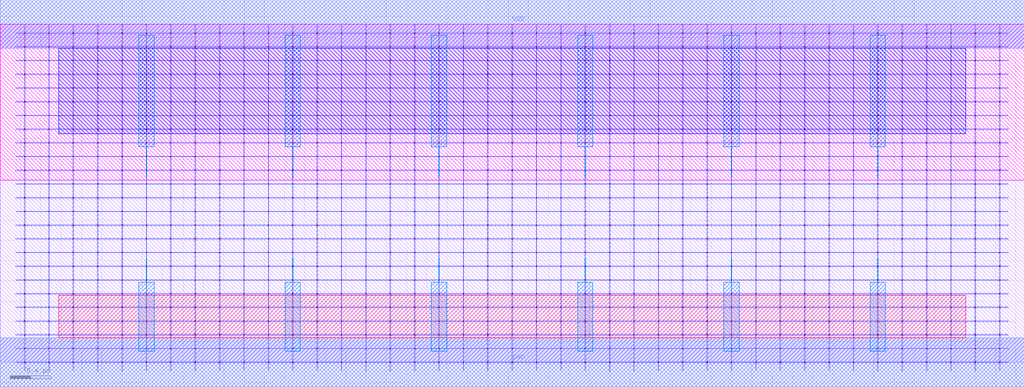
<source format=lef>
MACRO XNOR2X1
 CLASS CORE ;
 FOREIGN XNOR2X1 0 0 ;
 ORIGIN 0 0 ;
 SYMMETRY X Y R90 ;
 SITE UNIT ;
  PIN VDD
   DIRECTION INOUT ;
   USE SIGNAL ;
   SHAPE ABUTMENT ;
    PORT
     CLASS CORE ;
       LAYER metal2 ;
        RECT 0.00000000 3.09000000 10.08000000 3.57000000 ;
    END
  END VDD

  PIN GND
   DIRECTION INOUT ;
   USE SIGNAL ;
   SHAPE ABUTMENT ;
    PORT
     CLASS CORE ;
       LAYER metal2 ;
        RECT 0.00000000 -0.24000000 10.08000000 0.24000000 ;
    END
  END GND

  OBS
   LAYER abutment_box ;
    RECT 0.00000000 0.00000000 10.08000000 3.33000000 ;
  END

  OBS
   LAYER metal1 ;
    RECT 0.23600000 -0.08500000 0.24400000 -0.00400000 ;
    RECT 0.47600000 -0.08500000 0.48400000 -0.00400000 ;
    RECT 0.71600000 -0.08500000 0.72400000 -0.00400000 ;
    RECT 0.95600000 -0.08500000 0.96400000 -0.00400000 ;
    RECT 1.19600000 -0.08500000 1.20400000 -0.00400000 ;
    RECT 1.43600000 -0.08500000 1.44400000 -0.00400000 ;
    RECT 1.67600000 -0.08500000 1.68400000 -0.00400000 ;
    RECT 1.91600000 -0.08500000 1.92400000 -0.00400000 ;
    RECT 2.15600000 -0.08500000 2.16400000 -0.00400000 ;
    RECT 2.39600000 -0.08500000 2.40400000 -0.00400000 ;
    RECT 2.63600000 -0.08500000 2.64400000 -0.00400000 ;
    RECT 2.87600000 -0.08500000 2.88400000 -0.00400000 ;
    RECT 3.11600000 -0.08500000 3.12400000 -0.00400000 ;
    RECT 3.35600000 -0.08500000 3.36400000 -0.00400000 ;
    RECT 3.59600000 -0.08500000 3.60400000 -0.00400000 ;
    RECT 3.83600000 -0.08500000 3.84400000 -0.00400000 ;
    RECT 4.07600000 -0.08500000 4.08400000 -0.00400000 ;
    RECT 4.31600000 -0.08500000 4.32400000 -0.00400000 ;
    RECT 4.55600000 -0.08500000 4.56400000 -0.00400000 ;
    RECT 4.79600000 -0.08500000 4.80400000 -0.00400000 ;
    RECT 5.03600000 -0.08500000 5.04400000 -0.00400000 ;
    RECT 5.27600000 -0.08500000 5.28400000 -0.00400000 ;
    RECT 5.51600000 -0.08500000 5.52400000 -0.00400000 ;
    RECT 5.75600000 -0.08500000 5.76400000 -0.00400000 ;
    RECT 5.99600000 -0.08500000 6.00400000 -0.00400000 ;
    RECT 6.23600000 -0.08500000 6.24400000 -0.00400000 ;
    RECT 6.47600000 -0.08500000 6.48400000 -0.00400000 ;
    RECT 6.71600000 -0.08500000 6.72400000 -0.00400000 ;
    RECT 6.95600000 -0.08500000 6.96400000 -0.00400000 ;
    RECT 7.19600000 -0.08500000 7.20400000 -0.00400000 ;
    RECT 7.43600000 -0.08500000 7.44400000 -0.00400000 ;
    RECT 7.67600000 -0.08500000 7.68400000 -0.00400000 ;
    RECT 7.91600000 -0.08500000 7.92400000 -0.00400000 ;
    RECT 8.15600000 -0.08500000 8.16400000 -0.00400000 ;
    RECT 8.39600000 -0.08500000 8.40400000 -0.00400000 ;
    RECT 8.63600000 -0.08500000 8.64400000 -0.00400000 ;
    RECT 8.87600000 -0.08500000 8.88400000 -0.00400000 ;
    RECT 9.11600000 -0.08500000 9.12400000 -0.00400000 ;
    RECT 9.35600000 -0.08500000 9.36400000 -0.00400000 ;
    RECT 9.59600000 -0.08500000 9.60400000 -0.00400000 ;
    RECT 9.83600000 -0.08500000 9.84400000 -0.00400000 ;
    RECT 0.15500000 -0.00400000 9.92500000 0.00400000 ;
    RECT 0.23600000 0.00400000 0.24400000 0.13100000 ;
    RECT 0.47600000 0.00400000 0.48400000 0.13100000 ;
    RECT 0.71600000 0.00400000 0.72400000 0.13100000 ;
    RECT 0.95600000 0.00400000 0.96400000 0.13100000 ;
    RECT 1.19600000 0.00400000 1.20400000 0.13100000 ;
    RECT 1.43600000 0.00400000 1.44400000 0.13100000 ;
    RECT 1.67600000 0.00400000 1.68400000 0.13100000 ;
    RECT 1.91600000 0.00400000 1.92400000 0.13100000 ;
    RECT 2.15600000 0.00400000 2.16400000 0.13100000 ;
    RECT 2.39600000 0.00400000 2.40400000 0.13100000 ;
    RECT 2.63600000 0.00400000 2.64400000 0.13100000 ;
    RECT 2.87600000 0.00400000 2.88400000 0.13100000 ;
    RECT 3.11600000 0.00400000 3.12400000 0.13100000 ;
    RECT 3.35600000 0.00400000 3.36400000 0.13100000 ;
    RECT 3.59600000 0.00400000 3.60400000 0.13100000 ;
    RECT 3.83600000 0.00400000 3.84400000 0.13100000 ;
    RECT 4.07600000 0.00400000 4.08400000 0.13100000 ;
    RECT 4.31600000 0.00400000 4.32400000 0.13100000 ;
    RECT 4.55600000 0.00400000 4.56400000 0.13100000 ;
    RECT 4.79600000 0.00400000 4.80400000 0.13100000 ;
    RECT 5.03600000 0.00400000 5.04400000 0.13100000 ;
    RECT 5.27600000 0.00400000 5.28400000 0.13100000 ;
    RECT 5.51600000 0.00400000 5.52400000 0.13100000 ;
    RECT 5.75600000 0.00400000 5.76400000 0.13100000 ;
    RECT 5.99600000 0.00400000 6.00400000 0.13100000 ;
    RECT 6.23600000 0.00400000 6.24400000 0.13100000 ;
    RECT 6.47600000 0.00400000 6.48400000 0.13100000 ;
    RECT 6.71600000 0.00400000 6.72400000 0.13100000 ;
    RECT 6.95600000 0.00400000 6.96400000 0.13100000 ;
    RECT 7.19600000 0.00400000 7.20400000 0.13100000 ;
    RECT 7.43600000 0.00400000 7.44400000 0.13100000 ;
    RECT 7.67600000 0.00400000 7.68400000 0.13100000 ;
    RECT 7.91600000 0.00400000 7.92400000 0.13100000 ;
    RECT 8.15600000 0.00400000 8.16400000 0.13100000 ;
    RECT 8.39600000 0.00400000 8.40400000 0.13100000 ;
    RECT 8.63600000 0.00400000 8.64400000 0.13100000 ;
    RECT 8.87600000 0.00400000 8.88400000 0.13100000 ;
    RECT 9.11600000 0.00400000 9.12400000 0.13100000 ;
    RECT 9.35600000 0.00400000 9.36400000 0.13100000 ;
    RECT 9.59600000 0.00400000 9.60400000 0.13100000 ;
    RECT 9.83600000 0.00400000 9.84400000 0.13100000 ;
    RECT 0.15500000 0.13100000 9.92500000 0.13900000 ;
    RECT 0.23600000 0.13900000 0.24400000 0.26600000 ;
    RECT 0.47600000 0.13900000 0.48400000 0.26600000 ;
    RECT 0.71600000 0.13900000 0.72400000 0.26600000 ;
    RECT 0.95600000 0.13900000 0.96400000 0.26600000 ;
    RECT 1.19600000 0.13900000 1.20400000 0.26600000 ;
    RECT 1.43600000 0.13900000 1.44400000 0.26600000 ;
    RECT 1.67600000 0.13900000 1.68400000 0.26600000 ;
    RECT 1.91600000 0.13900000 1.92400000 0.26600000 ;
    RECT 2.15600000 0.13900000 2.16400000 0.26600000 ;
    RECT 2.39600000 0.13900000 2.40400000 0.26600000 ;
    RECT 2.63600000 0.13900000 2.64400000 0.26600000 ;
    RECT 2.87600000 0.13900000 2.88400000 0.26600000 ;
    RECT 3.11600000 0.13900000 3.12400000 0.26600000 ;
    RECT 3.35600000 0.13900000 3.36400000 0.26600000 ;
    RECT 3.59600000 0.13900000 3.60400000 0.26600000 ;
    RECT 3.83600000 0.13900000 3.84400000 0.26600000 ;
    RECT 4.07600000 0.13900000 4.08400000 0.26600000 ;
    RECT 4.31600000 0.13900000 4.32400000 0.26600000 ;
    RECT 4.55600000 0.13900000 4.56400000 0.26600000 ;
    RECT 4.79600000 0.13900000 4.80400000 0.26600000 ;
    RECT 5.03600000 0.13900000 5.04400000 0.26600000 ;
    RECT 5.27600000 0.13900000 5.28400000 0.26600000 ;
    RECT 5.51600000 0.13900000 5.52400000 0.26600000 ;
    RECT 5.75600000 0.13900000 5.76400000 0.26600000 ;
    RECT 5.99600000 0.13900000 6.00400000 0.26600000 ;
    RECT 6.23600000 0.13900000 6.24400000 0.26600000 ;
    RECT 6.47600000 0.13900000 6.48400000 0.26600000 ;
    RECT 6.71600000 0.13900000 6.72400000 0.26600000 ;
    RECT 6.95600000 0.13900000 6.96400000 0.26600000 ;
    RECT 7.19600000 0.13900000 7.20400000 0.26600000 ;
    RECT 7.43600000 0.13900000 7.44400000 0.26600000 ;
    RECT 7.67600000 0.13900000 7.68400000 0.26600000 ;
    RECT 7.91600000 0.13900000 7.92400000 0.26600000 ;
    RECT 8.15600000 0.13900000 8.16400000 0.26600000 ;
    RECT 8.39600000 0.13900000 8.40400000 0.26600000 ;
    RECT 8.63600000 0.13900000 8.64400000 0.26600000 ;
    RECT 8.87600000 0.13900000 8.88400000 0.26600000 ;
    RECT 9.11600000 0.13900000 9.12400000 0.26600000 ;
    RECT 9.35600000 0.13900000 9.36400000 0.26600000 ;
    RECT 9.59600000 0.13900000 9.60400000 0.26600000 ;
    RECT 9.83600000 0.13900000 9.84400000 0.26600000 ;
    RECT 0.15500000 0.26600000 9.92500000 0.27400000 ;
    RECT 0.23600000 0.27400000 0.24400000 0.40100000 ;
    RECT 0.47600000 0.27400000 0.48400000 0.40100000 ;
    RECT 0.71600000 0.27400000 0.72400000 0.40100000 ;
    RECT 0.95600000 0.27400000 0.96400000 0.40100000 ;
    RECT 1.19600000 0.27400000 1.20400000 0.40100000 ;
    RECT 1.43600000 0.27400000 1.44400000 0.40100000 ;
    RECT 1.67600000 0.27400000 1.68400000 0.40100000 ;
    RECT 1.91600000 0.27400000 1.92400000 0.40100000 ;
    RECT 2.15600000 0.27400000 2.16400000 0.40100000 ;
    RECT 2.39600000 0.27400000 2.40400000 0.40100000 ;
    RECT 2.63600000 0.27400000 2.64400000 0.40100000 ;
    RECT 2.87600000 0.27400000 2.88400000 0.40100000 ;
    RECT 3.11600000 0.27400000 3.12400000 0.40100000 ;
    RECT 3.35600000 0.27400000 3.36400000 0.40100000 ;
    RECT 3.59600000 0.27400000 3.60400000 0.40100000 ;
    RECT 3.83600000 0.27400000 3.84400000 0.40100000 ;
    RECT 4.07600000 0.27400000 4.08400000 0.40100000 ;
    RECT 4.31600000 0.27400000 4.32400000 0.40100000 ;
    RECT 4.55600000 0.27400000 4.56400000 0.40100000 ;
    RECT 4.79600000 0.27400000 4.80400000 0.40100000 ;
    RECT 5.03600000 0.27400000 5.04400000 0.40100000 ;
    RECT 5.27600000 0.27400000 5.28400000 0.40100000 ;
    RECT 5.51600000 0.27400000 5.52400000 0.40100000 ;
    RECT 5.75600000 0.27400000 5.76400000 0.40100000 ;
    RECT 5.99600000 0.27400000 6.00400000 0.40100000 ;
    RECT 6.23600000 0.27400000 6.24400000 0.40100000 ;
    RECT 6.47600000 0.27400000 6.48400000 0.40100000 ;
    RECT 6.71600000 0.27400000 6.72400000 0.40100000 ;
    RECT 6.95600000 0.27400000 6.96400000 0.40100000 ;
    RECT 7.19600000 0.27400000 7.20400000 0.40100000 ;
    RECT 7.43600000 0.27400000 7.44400000 0.40100000 ;
    RECT 7.67600000 0.27400000 7.68400000 0.40100000 ;
    RECT 7.91600000 0.27400000 7.92400000 0.40100000 ;
    RECT 8.15600000 0.27400000 8.16400000 0.40100000 ;
    RECT 8.39600000 0.27400000 8.40400000 0.40100000 ;
    RECT 8.63600000 0.27400000 8.64400000 0.40100000 ;
    RECT 8.87600000 0.27400000 8.88400000 0.40100000 ;
    RECT 9.11600000 0.27400000 9.12400000 0.40100000 ;
    RECT 9.35600000 0.27400000 9.36400000 0.40100000 ;
    RECT 9.59600000 0.27400000 9.60400000 0.40100000 ;
    RECT 9.83600000 0.27400000 9.84400000 0.40100000 ;
    RECT 0.15500000 0.40100000 9.92500000 0.40900000 ;
    RECT 0.23600000 0.40900000 0.24400000 0.53600000 ;
    RECT 0.47600000 0.40900000 0.48400000 0.53600000 ;
    RECT 0.71600000 0.40900000 0.72400000 0.53600000 ;
    RECT 0.95600000 0.40900000 0.96400000 0.53600000 ;
    RECT 1.19600000 0.40900000 1.20400000 0.53600000 ;
    RECT 1.43600000 0.40900000 1.44400000 0.53600000 ;
    RECT 1.67600000 0.40900000 1.68400000 0.53600000 ;
    RECT 1.91600000 0.40900000 1.92400000 0.53600000 ;
    RECT 2.15600000 0.40900000 2.16400000 0.53600000 ;
    RECT 2.39600000 0.40900000 2.40400000 0.53600000 ;
    RECT 2.63600000 0.40900000 2.64400000 0.53600000 ;
    RECT 2.87600000 0.40900000 2.88400000 0.53600000 ;
    RECT 3.11600000 0.40900000 3.12400000 0.53600000 ;
    RECT 3.35600000 0.40900000 3.36400000 0.53600000 ;
    RECT 3.59600000 0.40900000 3.60400000 0.53600000 ;
    RECT 3.83600000 0.40900000 3.84400000 0.53600000 ;
    RECT 4.07600000 0.40900000 4.08400000 0.53600000 ;
    RECT 4.31600000 0.40900000 4.32400000 0.53600000 ;
    RECT 4.55600000 0.40900000 4.56400000 0.53600000 ;
    RECT 4.79600000 0.40900000 4.80400000 0.53600000 ;
    RECT 5.03600000 0.40900000 5.04400000 0.53600000 ;
    RECT 5.27600000 0.40900000 5.28400000 0.53600000 ;
    RECT 5.51600000 0.40900000 5.52400000 0.53600000 ;
    RECT 5.75600000 0.40900000 5.76400000 0.53600000 ;
    RECT 5.99600000 0.40900000 6.00400000 0.53600000 ;
    RECT 6.23600000 0.40900000 6.24400000 0.53600000 ;
    RECT 6.47600000 0.40900000 6.48400000 0.53600000 ;
    RECT 6.71600000 0.40900000 6.72400000 0.53600000 ;
    RECT 6.95600000 0.40900000 6.96400000 0.53600000 ;
    RECT 7.19600000 0.40900000 7.20400000 0.53600000 ;
    RECT 7.43600000 0.40900000 7.44400000 0.53600000 ;
    RECT 7.67600000 0.40900000 7.68400000 0.53600000 ;
    RECT 7.91600000 0.40900000 7.92400000 0.53600000 ;
    RECT 8.15600000 0.40900000 8.16400000 0.53600000 ;
    RECT 8.39600000 0.40900000 8.40400000 0.53600000 ;
    RECT 8.63600000 0.40900000 8.64400000 0.53600000 ;
    RECT 8.87600000 0.40900000 8.88400000 0.53600000 ;
    RECT 9.11600000 0.40900000 9.12400000 0.53600000 ;
    RECT 9.35600000 0.40900000 9.36400000 0.53600000 ;
    RECT 9.59600000 0.40900000 9.60400000 0.53600000 ;
    RECT 9.83600000 0.40900000 9.84400000 0.53600000 ;
    RECT 0.15500000 0.53600000 9.92500000 0.54400000 ;
    RECT 0.23600000 0.54400000 0.24400000 0.67100000 ;
    RECT 0.47600000 0.54400000 0.48400000 0.67100000 ;
    RECT 0.71600000 0.54400000 0.72400000 0.67100000 ;
    RECT 0.95600000 0.54400000 0.96400000 0.67100000 ;
    RECT 1.19600000 0.54400000 1.20400000 0.67100000 ;
    RECT 1.43600000 0.54400000 1.44400000 0.67100000 ;
    RECT 1.67600000 0.54400000 1.68400000 0.67100000 ;
    RECT 1.91600000 0.54400000 1.92400000 0.67100000 ;
    RECT 2.15600000 0.54400000 2.16400000 0.67100000 ;
    RECT 2.39600000 0.54400000 2.40400000 0.67100000 ;
    RECT 2.63600000 0.54400000 2.64400000 0.67100000 ;
    RECT 2.87600000 0.54400000 2.88400000 0.67100000 ;
    RECT 3.11600000 0.54400000 3.12400000 0.67100000 ;
    RECT 3.35600000 0.54400000 3.36400000 0.67100000 ;
    RECT 3.59600000 0.54400000 3.60400000 0.67100000 ;
    RECT 3.83600000 0.54400000 3.84400000 0.67100000 ;
    RECT 4.07600000 0.54400000 4.08400000 0.67100000 ;
    RECT 4.31600000 0.54400000 4.32400000 0.67100000 ;
    RECT 4.55600000 0.54400000 4.56400000 0.67100000 ;
    RECT 4.79600000 0.54400000 4.80400000 0.67100000 ;
    RECT 5.03600000 0.54400000 5.04400000 0.67100000 ;
    RECT 5.27600000 0.54400000 5.28400000 0.67100000 ;
    RECT 5.51600000 0.54400000 5.52400000 0.67100000 ;
    RECT 5.75600000 0.54400000 5.76400000 0.67100000 ;
    RECT 5.99600000 0.54400000 6.00400000 0.67100000 ;
    RECT 6.23600000 0.54400000 6.24400000 0.67100000 ;
    RECT 6.47600000 0.54400000 6.48400000 0.67100000 ;
    RECT 6.71600000 0.54400000 6.72400000 0.67100000 ;
    RECT 6.95600000 0.54400000 6.96400000 0.67100000 ;
    RECT 7.19600000 0.54400000 7.20400000 0.67100000 ;
    RECT 7.43600000 0.54400000 7.44400000 0.67100000 ;
    RECT 7.67600000 0.54400000 7.68400000 0.67100000 ;
    RECT 7.91600000 0.54400000 7.92400000 0.67100000 ;
    RECT 8.15600000 0.54400000 8.16400000 0.67100000 ;
    RECT 8.39600000 0.54400000 8.40400000 0.67100000 ;
    RECT 8.63600000 0.54400000 8.64400000 0.67100000 ;
    RECT 8.87600000 0.54400000 8.88400000 0.67100000 ;
    RECT 9.11600000 0.54400000 9.12400000 0.67100000 ;
    RECT 9.35600000 0.54400000 9.36400000 0.67100000 ;
    RECT 9.59600000 0.54400000 9.60400000 0.67100000 ;
    RECT 9.83600000 0.54400000 9.84400000 0.67100000 ;
    RECT 0.15500000 0.67100000 9.92500000 0.67900000 ;
    RECT 0.23600000 0.67900000 0.24400000 0.80600000 ;
    RECT 0.47600000 0.67900000 0.48400000 0.80600000 ;
    RECT 0.71600000 0.67900000 0.72400000 0.80600000 ;
    RECT 0.95600000 0.67900000 0.96400000 0.80600000 ;
    RECT 1.19600000 0.67900000 1.20400000 0.80600000 ;
    RECT 1.43600000 0.67900000 1.44400000 0.80600000 ;
    RECT 1.67600000 0.67900000 1.68400000 0.80600000 ;
    RECT 1.91600000 0.67900000 1.92400000 0.80600000 ;
    RECT 2.15600000 0.67900000 2.16400000 0.80600000 ;
    RECT 2.39600000 0.67900000 2.40400000 0.80600000 ;
    RECT 2.63600000 0.67900000 2.64400000 0.80600000 ;
    RECT 2.87600000 0.67900000 2.88400000 0.80600000 ;
    RECT 3.11600000 0.67900000 3.12400000 0.80600000 ;
    RECT 3.35600000 0.67900000 3.36400000 0.80600000 ;
    RECT 3.59600000 0.67900000 3.60400000 0.80600000 ;
    RECT 3.83600000 0.67900000 3.84400000 0.80600000 ;
    RECT 4.07600000 0.67900000 4.08400000 0.80600000 ;
    RECT 4.31600000 0.67900000 4.32400000 0.80600000 ;
    RECT 4.55600000 0.67900000 4.56400000 0.80600000 ;
    RECT 4.79600000 0.67900000 4.80400000 0.80600000 ;
    RECT 5.03600000 0.67900000 5.04400000 0.80600000 ;
    RECT 5.27600000 0.67900000 5.28400000 0.80600000 ;
    RECT 5.51600000 0.67900000 5.52400000 0.80600000 ;
    RECT 5.75600000 0.67900000 5.76400000 0.80600000 ;
    RECT 5.99600000 0.67900000 6.00400000 0.80600000 ;
    RECT 6.23600000 0.67900000 6.24400000 0.80600000 ;
    RECT 6.47600000 0.67900000 6.48400000 0.80600000 ;
    RECT 6.71600000 0.67900000 6.72400000 0.80600000 ;
    RECT 6.95600000 0.67900000 6.96400000 0.80600000 ;
    RECT 7.19600000 0.67900000 7.20400000 0.80600000 ;
    RECT 7.43600000 0.67900000 7.44400000 0.80600000 ;
    RECT 7.67600000 0.67900000 7.68400000 0.80600000 ;
    RECT 7.91600000 0.67900000 7.92400000 0.80600000 ;
    RECT 8.15600000 0.67900000 8.16400000 0.80600000 ;
    RECT 8.39600000 0.67900000 8.40400000 0.80600000 ;
    RECT 8.63600000 0.67900000 8.64400000 0.80600000 ;
    RECT 8.87600000 0.67900000 8.88400000 0.80600000 ;
    RECT 9.11600000 0.67900000 9.12400000 0.80600000 ;
    RECT 9.35600000 0.67900000 9.36400000 0.80600000 ;
    RECT 9.59600000 0.67900000 9.60400000 0.80600000 ;
    RECT 9.83600000 0.67900000 9.84400000 0.80600000 ;
    RECT 0.15500000 0.80600000 9.92500000 0.81400000 ;
    RECT 0.23600000 0.81400000 0.24400000 0.94100000 ;
    RECT 0.47600000 0.81400000 0.48400000 0.94100000 ;
    RECT 0.71600000 0.81400000 0.72400000 0.94100000 ;
    RECT 0.95600000 0.81400000 0.96400000 0.94100000 ;
    RECT 1.19600000 0.81400000 1.20400000 0.94100000 ;
    RECT 1.43600000 0.81400000 1.44400000 0.94100000 ;
    RECT 1.67600000 0.81400000 1.68400000 0.94100000 ;
    RECT 1.91600000 0.81400000 1.92400000 0.94100000 ;
    RECT 2.15600000 0.81400000 2.16400000 0.94100000 ;
    RECT 2.39600000 0.81400000 2.40400000 0.94100000 ;
    RECT 2.63600000 0.81400000 2.64400000 0.94100000 ;
    RECT 2.87600000 0.81400000 2.88400000 0.94100000 ;
    RECT 3.11600000 0.81400000 3.12400000 0.94100000 ;
    RECT 3.35600000 0.81400000 3.36400000 0.94100000 ;
    RECT 3.59600000 0.81400000 3.60400000 0.94100000 ;
    RECT 3.83600000 0.81400000 3.84400000 0.94100000 ;
    RECT 4.07600000 0.81400000 4.08400000 0.94100000 ;
    RECT 4.31600000 0.81400000 4.32400000 0.94100000 ;
    RECT 4.55600000 0.81400000 4.56400000 0.94100000 ;
    RECT 4.79600000 0.81400000 4.80400000 0.94100000 ;
    RECT 5.03600000 0.81400000 5.04400000 0.94100000 ;
    RECT 5.27600000 0.81400000 5.28400000 0.94100000 ;
    RECT 5.51600000 0.81400000 5.52400000 0.94100000 ;
    RECT 5.75600000 0.81400000 5.76400000 0.94100000 ;
    RECT 5.99600000 0.81400000 6.00400000 0.94100000 ;
    RECT 6.23600000 0.81400000 6.24400000 0.94100000 ;
    RECT 6.47600000 0.81400000 6.48400000 0.94100000 ;
    RECT 6.71600000 0.81400000 6.72400000 0.94100000 ;
    RECT 6.95600000 0.81400000 6.96400000 0.94100000 ;
    RECT 7.19600000 0.81400000 7.20400000 0.94100000 ;
    RECT 7.43600000 0.81400000 7.44400000 0.94100000 ;
    RECT 7.67600000 0.81400000 7.68400000 0.94100000 ;
    RECT 7.91600000 0.81400000 7.92400000 0.94100000 ;
    RECT 8.15600000 0.81400000 8.16400000 0.94100000 ;
    RECT 8.39600000 0.81400000 8.40400000 0.94100000 ;
    RECT 8.63600000 0.81400000 8.64400000 0.94100000 ;
    RECT 8.87600000 0.81400000 8.88400000 0.94100000 ;
    RECT 9.11600000 0.81400000 9.12400000 0.94100000 ;
    RECT 9.35600000 0.81400000 9.36400000 0.94100000 ;
    RECT 9.59600000 0.81400000 9.60400000 0.94100000 ;
    RECT 9.83600000 0.81400000 9.84400000 0.94100000 ;
    RECT 0.15500000 0.94100000 9.92500000 0.94900000 ;
    RECT 0.23600000 0.94900000 0.24400000 1.07600000 ;
    RECT 0.47600000 0.94900000 0.48400000 1.07600000 ;
    RECT 0.71600000 0.94900000 0.72400000 1.07600000 ;
    RECT 0.95600000 0.94900000 0.96400000 1.07600000 ;
    RECT 1.19600000 0.94900000 1.20400000 1.07600000 ;
    RECT 1.43600000 0.94900000 1.44400000 1.07600000 ;
    RECT 1.67600000 0.94900000 1.68400000 1.07600000 ;
    RECT 1.91600000 0.94900000 1.92400000 1.07600000 ;
    RECT 2.15600000 0.94900000 2.16400000 1.07600000 ;
    RECT 2.39600000 0.94900000 2.40400000 1.07600000 ;
    RECT 2.63600000 0.94900000 2.64400000 1.07600000 ;
    RECT 2.87600000 0.94900000 2.88400000 1.07600000 ;
    RECT 3.11600000 0.94900000 3.12400000 1.07600000 ;
    RECT 3.35600000 0.94900000 3.36400000 1.07600000 ;
    RECT 3.59600000 0.94900000 3.60400000 1.07600000 ;
    RECT 3.83600000 0.94900000 3.84400000 1.07600000 ;
    RECT 4.07600000 0.94900000 4.08400000 1.07600000 ;
    RECT 4.31600000 0.94900000 4.32400000 1.07600000 ;
    RECT 4.55600000 0.94900000 4.56400000 1.07600000 ;
    RECT 4.79600000 0.94900000 4.80400000 1.07600000 ;
    RECT 5.03600000 0.94900000 5.04400000 1.07600000 ;
    RECT 5.27600000 0.94900000 5.28400000 1.07600000 ;
    RECT 5.51600000 0.94900000 5.52400000 1.07600000 ;
    RECT 5.75600000 0.94900000 5.76400000 1.07600000 ;
    RECT 5.99600000 0.94900000 6.00400000 1.07600000 ;
    RECT 6.23600000 0.94900000 6.24400000 1.07600000 ;
    RECT 6.47600000 0.94900000 6.48400000 1.07600000 ;
    RECT 6.71600000 0.94900000 6.72400000 1.07600000 ;
    RECT 6.95600000 0.94900000 6.96400000 1.07600000 ;
    RECT 7.19600000 0.94900000 7.20400000 1.07600000 ;
    RECT 7.43600000 0.94900000 7.44400000 1.07600000 ;
    RECT 7.67600000 0.94900000 7.68400000 1.07600000 ;
    RECT 7.91600000 0.94900000 7.92400000 1.07600000 ;
    RECT 8.15600000 0.94900000 8.16400000 1.07600000 ;
    RECT 8.39600000 0.94900000 8.40400000 1.07600000 ;
    RECT 8.63600000 0.94900000 8.64400000 1.07600000 ;
    RECT 8.87600000 0.94900000 8.88400000 1.07600000 ;
    RECT 9.11600000 0.94900000 9.12400000 1.07600000 ;
    RECT 9.35600000 0.94900000 9.36400000 1.07600000 ;
    RECT 9.59600000 0.94900000 9.60400000 1.07600000 ;
    RECT 9.83600000 0.94900000 9.84400000 1.07600000 ;
    RECT 0.15500000 1.07600000 9.92500000 1.08400000 ;
    RECT 0.23600000 1.08400000 0.24400000 1.21100000 ;
    RECT 0.47600000 1.08400000 0.48400000 1.21100000 ;
    RECT 0.71600000 1.08400000 0.72400000 1.21100000 ;
    RECT 0.95600000 1.08400000 0.96400000 1.21100000 ;
    RECT 1.19600000 1.08400000 1.20400000 1.21100000 ;
    RECT 1.43600000 1.08400000 1.44400000 1.21100000 ;
    RECT 1.67600000 1.08400000 1.68400000 1.21100000 ;
    RECT 1.91600000 1.08400000 1.92400000 1.21100000 ;
    RECT 2.15600000 1.08400000 2.16400000 1.21100000 ;
    RECT 2.39600000 1.08400000 2.40400000 1.21100000 ;
    RECT 2.63600000 1.08400000 2.64400000 1.21100000 ;
    RECT 2.87600000 1.08400000 2.88400000 1.21100000 ;
    RECT 3.11600000 1.08400000 3.12400000 1.21100000 ;
    RECT 3.35600000 1.08400000 3.36400000 1.21100000 ;
    RECT 3.59600000 1.08400000 3.60400000 1.21100000 ;
    RECT 3.83600000 1.08400000 3.84400000 1.21100000 ;
    RECT 4.07600000 1.08400000 4.08400000 1.21100000 ;
    RECT 4.31600000 1.08400000 4.32400000 1.21100000 ;
    RECT 4.55600000 1.08400000 4.56400000 1.21100000 ;
    RECT 4.79600000 1.08400000 4.80400000 1.21100000 ;
    RECT 5.03600000 1.08400000 5.04400000 1.21100000 ;
    RECT 5.27600000 1.08400000 5.28400000 1.21100000 ;
    RECT 5.51600000 1.08400000 5.52400000 1.21100000 ;
    RECT 5.75600000 1.08400000 5.76400000 1.21100000 ;
    RECT 5.99600000 1.08400000 6.00400000 1.21100000 ;
    RECT 6.23600000 1.08400000 6.24400000 1.21100000 ;
    RECT 6.47600000 1.08400000 6.48400000 1.21100000 ;
    RECT 6.71600000 1.08400000 6.72400000 1.21100000 ;
    RECT 6.95600000 1.08400000 6.96400000 1.21100000 ;
    RECT 7.19600000 1.08400000 7.20400000 1.21100000 ;
    RECT 7.43600000 1.08400000 7.44400000 1.21100000 ;
    RECT 7.67600000 1.08400000 7.68400000 1.21100000 ;
    RECT 7.91600000 1.08400000 7.92400000 1.21100000 ;
    RECT 8.15600000 1.08400000 8.16400000 1.21100000 ;
    RECT 8.39600000 1.08400000 8.40400000 1.21100000 ;
    RECT 8.63600000 1.08400000 8.64400000 1.21100000 ;
    RECT 8.87600000 1.08400000 8.88400000 1.21100000 ;
    RECT 9.11600000 1.08400000 9.12400000 1.21100000 ;
    RECT 9.35600000 1.08400000 9.36400000 1.21100000 ;
    RECT 9.59600000 1.08400000 9.60400000 1.21100000 ;
    RECT 9.83600000 1.08400000 9.84400000 1.21100000 ;
    RECT 0.15500000 1.21100000 9.92500000 1.21900000 ;
    RECT 0.23600000 1.21900000 0.24400000 1.34600000 ;
    RECT 0.47600000 1.21900000 0.48400000 1.34600000 ;
    RECT 0.71600000 1.21900000 0.72400000 1.34600000 ;
    RECT 0.95600000 1.21900000 0.96400000 1.34600000 ;
    RECT 1.19600000 1.21900000 1.20400000 1.34600000 ;
    RECT 1.43600000 1.21900000 1.44400000 1.34600000 ;
    RECT 1.67600000 1.21900000 1.68400000 1.34600000 ;
    RECT 1.91600000 1.21900000 1.92400000 1.34600000 ;
    RECT 2.15600000 1.21900000 2.16400000 1.34600000 ;
    RECT 2.39600000 1.21900000 2.40400000 1.34600000 ;
    RECT 2.63600000 1.21900000 2.64400000 1.34600000 ;
    RECT 2.87600000 1.21900000 2.88400000 1.34600000 ;
    RECT 3.11600000 1.21900000 3.12400000 1.34600000 ;
    RECT 3.35600000 1.21900000 3.36400000 1.34600000 ;
    RECT 3.59600000 1.21900000 3.60400000 1.34600000 ;
    RECT 3.83600000 1.21900000 3.84400000 1.34600000 ;
    RECT 4.07600000 1.21900000 4.08400000 1.34600000 ;
    RECT 4.31600000 1.21900000 4.32400000 1.34600000 ;
    RECT 4.55600000 1.21900000 4.56400000 1.34600000 ;
    RECT 4.79600000 1.21900000 4.80400000 1.34600000 ;
    RECT 5.03600000 1.21900000 5.04400000 1.34600000 ;
    RECT 5.27600000 1.21900000 5.28400000 1.34600000 ;
    RECT 5.51600000 1.21900000 5.52400000 1.34600000 ;
    RECT 5.75600000 1.21900000 5.76400000 1.34600000 ;
    RECT 5.99600000 1.21900000 6.00400000 1.34600000 ;
    RECT 6.23600000 1.21900000 6.24400000 1.34600000 ;
    RECT 6.47600000 1.21900000 6.48400000 1.34600000 ;
    RECT 6.71600000 1.21900000 6.72400000 1.34600000 ;
    RECT 6.95600000 1.21900000 6.96400000 1.34600000 ;
    RECT 7.19600000 1.21900000 7.20400000 1.34600000 ;
    RECT 7.43600000 1.21900000 7.44400000 1.34600000 ;
    RECT 7.67600000 1.21900000 7.68400000 1.34600000 ;
    RECT 7.91600000 1.21900000 7.92400000 1.34600000 ;
    RECT 8.15600000 1.21900000 8.16400000 1.34600000 ;
    RECT 8.39600000 1.21900000 8.40400000 1.34600000 ;
    RECT 8.63600000 1.21900000 8.64400000 1.34600000 ;
    RECT 8.87600000 1.21900000 8.88400000 1.34600000 ;
    RECT 9.11600000 1.21900000 9.12400000 1.34600000 ;
    RECT 9.35600000 1.21900000 9.36400000 1.34600000 ;
    RECT 9.59600000 1.21900000 9.60400000 1.34600000 ;
    RECT 9.83600000 1.21900000 9.84400000 1.34600000 ;
    RECT 0.15500000 1.34600000 9.92500000 1.35400000 ;
    RECT 0.23600000 1.35400000 0.24400000 1.48100000 ;
    RECT 0.47600000 1.35400000 0.48400000 1.48100000 ;
    RECT 0.71600000 1.35400000 0.72400000 1.48100000 ;
    RECT 0.95600000 1.35400000 0.96400000 1.48100000 ;
    RECT 1.19600000 1.35400000 1.20400000 1.48100000 ;
    RECT 1.43600000 1.35400000 1.44400000 1.48100000 ;
    RECT 1.67600000 1.35400000 1.68400000 1.48100000 ;
    RECT 1.91600000 1.35400000 1.92400000 1.48100000 ;
    RECT 2.15600000 1.35400000 2.16400000 1.48100000 ;
    RECT 2.39600000 1.35400000 2.40400000 1.48100000 ;
    RECT 2.63600000 1.35400000 2.64400000 1.48100000 ;
    RECT 2.87600000 1.35400000 2.88400000 1.48100000 ;
    RECT 3.11600000 1.35400000 3.12400000 1.48100000 ;
    RECT 3.35600000 1.35400000 3.36400000 1.48100000 ;
    RECT 3.59600000 1.35400000 3.60400000 1.48100000 ;
    RECT 3.83600000 1.35400000 3.84400000 1.48100000 ;
    RECT 4.07600000 1.35400000 4.08400000 1.48100000 ;
    RECT 4.31600000 1.35400000 4.32400000 1.48100000 ;
    RECT 4.55600000 1.35400000 4.56400000 1.48100000 ;
    RECT 4.79600000 1.35400000 4.80400000 1.48100000 ;
    RECT 5.03600000 1.35400000 5.04400000 1.48100000 ;
    RECT 5.27600000 1.35400000 5.28400000 1.48100000 ;
    RECT 5.51600000 1.35400000 5.52400000 1.48100000 ;
    RECT 5.75600000 1.35400000 5.76400000 1.48100000 ;
    RECT 5.99600000 1.35400000 6.00400000 1.48100000 ;
    RECT 6.23600000 1.35400000 6.24400000 1.48100000 ;
    RECT 6.47600000 1.35400000 6.48400000 1.48100000 ;
    RECT 6.71600000 1.35400000 6.72400000 1.48100000 ;
    RECT 6.95600000 1.35400000 6.96400000 1.48100000 ;
    RECT 7.19600000 1.35400000 7.20400000 1.48100000 ;
    RECT 7.43600000 1.35400000 7.44400000 1.48100000 ;
    RECT 7.67600000 1.35400000 7.68400000 1.48100000 ;
    RECT 7.91600000 1.35400000 7.92400000 1.48100000 ;
    RECT 8.15600000 1.35400000 8.16400000 1.48100000 ;
    RECT 8.39600000 1.35400000 8.40400000 1.48100000 ;
    RECT 8.63600000 1.35400000 8.64400000 1.48100000 ;
    RECT 8.87600000 1.35400000 8.88400000 1.48100000 ;
    RECT 9.11600000 1.35400000 9.12400000 1.48100000 ;
    RECT 9.35600000 1.35400000 9.36400000 1.48100000 ;
    RECT 9.59600000 1.35400000 9.60400000 1.48100000 ;
    RECT 9.83600000 1.35400000 9.84400000 1.48100000 ;
    RECT 0.15500000 1.48100000 9.92500000 1.48900000 ;
    RECT 0.23600000 1.48900000 0.24400000 1.61600000 ;
    RECT 0.47600000 1.48900000 0.48400000 1.61600000 ;
    RECT 0.71600000 1.48900000 0.72400000 1.61600000 ;
    RECT 0.95600000 1.48900000 0.96400000 1.61600000 ;
    RECT 1.19600000 1.48900000 1.20400000 1.61600000 ;
    RECT 1.43600000 1.48900000 1.44400000 1.61600000 ;
    RECT 1.67600000 1.48900000 1.68400000 1.61600000 ;
    RECT 1.91600000 1.48900000 1.92400000 1.61600000 ;
    RECT 2.15600000 1.48900000 2.16400000 1.61600000 ;
    RECT 2.39600000 1.48900000 2.40400000 1.61600000 ;
    RECT 2.63600000 1.48900000 2.64400000 1.61600000 ;
    RECT 2.87600000 1.48900000 2.88400000 1.61600000 ;
    RECT 3.11600000 1.48900000 3.12400000 1.61600000 ;
    RECT 3.35600000 1.48900000 3.36400000 1.61600000 ;
    RECT 3.59600000 1.48900000 3.60400000 1.61600000 ;
    RECT 3.83600000 1.48900000 3.84400000 1.61600000 ;
    RECT 4.07600000 1.48900000 4.08400000 1.61600000 ;
    RECT 4.31600000 1.48900000 4.32400000 1.61600000 ;
    RECT 4.55600000 1.48900000 4.56400000 1.61600000 ;
    RECT 4.79600000 1.48900000 4.80400000 1.61600000 ;
    RECT 5.03600000 1.48900000 5.04400000 1.61600000 ;
    RECT 5.27600000 1.48900000 5.28400000 1.61600000 ;
    RECT 5.51600000 1.48900000 5.52400000 1.61600000 ;
    RECT 5.75600000 1.48900000 5.76400000 1.61600000 ;
    RECT 5.99600000 1.48900000 6.00400000 1.61600000 ;
    RECT 6.23600000 1.48900000 6.24400000 1.61600000 ;
    RECT 6.47600000 1.48900000 6.48400000 1.61600000 ;
    RECT 6.71600000 1.48900000 6.72400000 1.61600000 ;
    RECT 6.95600000 1.48900000 6.96400000 1.61600000 ;
    RECT 7.19600000 1.48900000 7.20400000 1.61600000 ;
    RECT 7.43600000 1.48900000 7.44400000 1.61600000 ;
    RECT 7.67600000 1.48900000 7.68400000 1.61600000 ;
    RECT 7.91600000 1.48900000 7.92400000 1.61600000 ;
    RECT 8.15600000 1.48900000 8.16400000 1.61600000 ;
    RECT 8.39600000 1.48900000 8.40400000 1.61600000 ;
    RECT 8.63600000 1.48900000 8.64400000 1.61600000 ;
    RECT 8.87600000 1.48900000 8.88400000 1.61600000 ;
    RECT 9.11600000 1.48900000 9.12400000 1.61600000 ;
    RECT 9.35600000 1.48900000 9.36400000 1.61600000 ;
    RECT 9.59600000 1.48900000 9.60400000 1.61600000 ;
    RECT 9.83600000 1.48900000 9.84400000 1.61600000 ;
    RECT 0.15500000 1.61600000 9.92500000 1.62400000 ;
    RECT 0.23600000 1.62400000 0.24400000 1.75100000 ;
    RECT 0.47600000 1.62400000 0.48400000 1.75100000 ;
    RECT 0.71600000 1.62400000 0.72400000 1.75100000 ;
    RECT 0.95600000 1.62400000 0.96400000 1.75100000 ;
    RECT 1.19600000 1.62400000 1.20400000 1.75100000 ;
    RECT 1.43600000 1.62400000 1.44400000 1.75100000 ;
    RECT 1.67600000 1.62400000 1.68400000 1.75100000 ;
    RECT 1.91600000 1.62400000 1.92400000 1.75100000 ;
    RECT 2.15600000 1.62400000 2.16400000 1.75100000 ;
    RECT 2.39600000 1.62400000 2.40400000 1.75100000 ;
    RECT 2.63600000 1.62400000 2.64400000 1.75100000 ;
    RECT 2.87600000 1.62400000 2.88400000 1.75100000 ;
    RECT 3.11600000 1.62400000 3.12400000 1.75100000 ;
    RECT 3.35600000 1.62400000 3.36400000 1.75100000 ;
    RECT 3.59600000 1.62400000 3.60400000 1.75100000 ;
    RECT 3.83600000 1.62400000 3.84400000 1.75100000 ;
    RECT 4.07600000 1.62400000 4.08400000 1.75100000 ;
    RECT 4.31600000 1.62400000 4.32400000 1.75100000 ;
    RECT 4.55600000 1.62400000 4.56400000 1.75100000 ;
    RECT 4.79600000 1.62400000 4.80400000 1.75100000 ;
    RECT 5.03600000 1.62400000 5.04400000 1.75100000 ;
    RECT 5.27600000 1.62400000 5.28400000 1.75100000 ;
    RECT 5.51600000 1.62400000 5.52400000 1.75100000 ;
    RECT 5.75600000 1.62400000 5.76400000 1.75100000 ;
    RECT 5.99600000 1.62400000 6.00400000 1.75100000 ;
    RECT 6.23600000 1.62400000 6.24400000 1.75100000 ;
    RECT 6.47600000 1.62400000 6.48400000 1.75100000 ;
    RECT 6.71600000 1.62400000 6.72400000 1.75100000 ;
    RECT 6.95600000 1.62400000 6.96400000 1.75100000 ;
    RECT 7.19600000 1.62400000 7.20400000 1.75100000 ;
    RECT 7.43600000 1.62400000 7.44400000 1.75100000 ;
    RECT 7.67600000 1.62400000 7.68400000 1.75100000 ;
    RECT 7.91600000 1.62400000 7.92400000 1.75100000 ;
    RECT 8.15600000 1.62400000 8.16400000 1.75100000 ;
    RECT 8.39600000 1.62400000 8.40400000 1.75100000 ;
    RECT 8.63600000 1.62400000 8.64400000 1.75100000 ;
    RECT 8.87600000 1.62400000 8.88400000 1.75100000 ;
    RECT 9.11600000 1.62400000 9.12400000 1.75100000 ;
    RECT 9.35600000 1.62400000 9.36400000 1.75100000 ;
    RECT 9.59600000 1.62400000 9.60400000 1.75100000 ;
    RECT 9.83600000 1.62400000 9.84400000 1.75100000 ;
    RECT 0.15500000 1.75100000 9.92500000 1.75900000 ;
    RECT 0.23600000 1.75900000 0.24400000 1.88600000 ;
    RECT 0.47600000 1.75900000 0.48400000 1.88600000 ;
    RECT 0.71600000 1.75900000 0.72400000 1.88600000 ;
    RECT 0.95600000 1.75900000 0.96400000 1.88600000 ;
    RECT 1.19600000 1.75900000 1.20400000 1.88600000 ;
    RECT 1.43600000 1.75900000 1.44400000 1.88600000 ;
    RECT 1.67600000 1.75900000 1.68400000 1.88600000 ;
    RECT 1.91600000 1.75900000 1.92400000 1.88600000 ;
    RECT 2.15600000 1.75900000 2.16400000 1.88600000 ;
    RECT 2.39600000 1.75900000 2.40400000 1.88600000 ;
    RECT 2.63600000 1.75900000 2.64400000 1.88600000 ;
    RECT 2.87600000 1.75900000 2.88400000 1.88600000 ;
    RECT 3.11600000 1.75900000 3.12400000 1.88600000 ;
    RECT 3.35600000 1.75900000 3.36400000 1.88600000 ;
    RECT 3.59600000 1.75900000 3.60400000 1.88600000 ;
    RECT 3.83600000 1.75900000 3.84400000 1.88600000 ;
    RECT 4.07600000 1.75900000 4.08400000 1.88600000 ;
    RECT 4.31600000 1.75900000 4.32400000 1.88600000 ;
    RECT 4.55600000 1.75900000 4.56400000 1.88600000 ;
    RECT 4.79600000 1.75900000 4.80400000 1.88600000 ;
    RECT 5.03600000 1.75900000 5.04400000 1.88600000 ;
    RECT 5.27600000 1.75900000 5.28400000 1.88600000 ;
    RECT 5.51600000 1.75900000 5.52400000 1.88600000 ;
    RECT 5.75600000 1.75900000 5.76400000 1.88600000 ;
    RECT 5.99600000 1.75900000 6.00400000 1.88600000 ;
    RECT 6.23600000 1.75900000 6.24400000 1.88600000 ;
    RECT 6.47600000 1.75900000 6.48400000 1.88600000 ;
    RECT 6.71600000 1.75900000 6.72400000 1.88600000 ;
    RECT 6.95600000 1.75900000 6.96400000 1.88600000 ;
    RECT 7.19600000 1.75900000 7.20400000 1.88600000 ;
    RECT 7.43600000 1.75900000 7.44400000 1.88600000 ;
    RECT 7.67600000 1.75900000 7.68400000 1.88600000 ;
    RECT 7.91600000 1.75900000 7.92400000 1.88600000 ;
    RECT 8.15600000 1.75900000 8.16400000 1.88600000 ;
    RECT 8.39600000 1.75900000 8.40400000 1.88600000 ;
    RECT 8.63600000 1.75900000 8.64400000 1.88600000 ;
    RECT 8.87600000 1.75900000 8.88400000 1.88600000 ;
    RECT 9.11600000 1.75900000 9.12400000 1.88600000 ;
    RECT 9.35600000 1.75900000 9.36400000 1.88600000 ;
    RECT 9.59600000 1.75900000 9.60400000 1.88600000 ;
    RECT 9.83600000 1.75900000 9.84400000 1.88600000 ;
    RECT 0.15500000 1.88600000 9.92500000 1.89400000 ;
    RECT 0.23600000 1.89400000 0.24400000 2.02100000 ;
    RECT 0.47600000 1.89400000 0.48400000 2.02100000 ;
    RECT 0.71600000 1.89400000 0.72400000 2.02100000 ;
    RECT 0.95600000 1.89400000 0.96400000 2.02100000 ;
    RECT 1.19600000 1.89400000 1.20400000 2.02100000 ;
    RECT 1.43600000 1.89400000 1.44400000 2.02100000 ;
    RECT 1.67600000 1.89400000 1.68400000 2.02100000 ;
    RECT 1.91600000 1.89400000 1.92400000 2.02100000 ;
    RECT 2.15600000 1.89400000 2.16400000 2.02100000 ;
    RECT 2.39600000 1.89400000 2.40400000 2.02100000 ;
    RECT 2.63600000 1.89400000 2.64400000 2.02100000 ;
    RECT 2.87600000 1.89400000 2.88400000 2.02100000 ;
    RECT 3.11600000 1.89400000 3.12400000 2.02100000 ;
    RECT 3.35600000 1.89400000 3.36400000 2.02100000 ;
    RECT 3.59600000 1.89400000 3.60400000 2.02100000 ;
    RECT 3.83600000 1.89400000 3.84400000 2.02100000 ;
    RECT 4.07600000 1.89400000 4.08400000 2.02100000 ;
    RECT 4.31600000 1.89400000 4.32400000 2.02100000 ;
    RECT 4.55600000 1.89400000 4.56400000 2.02100000 ;
    RECT 4.79600000 1.89400000 4.80400000 2.02100000 ;
    RECT 5.03600000 1.89400000 5.04400000 2.02100000 ;
    RECT 5.27600000 1.89400000 5.28400000 2.02100000 ;
    RECT 5.51600000 1.89400000 5.52400000 2.02100000 ;
    RECT 5.75600000 1.89400000 5.76400000 2.02100000 ;
    RECT 5.99600000 1.89400000 6.00400000 2.02100000 ;
    RECT 6.23600000 1.89400000 6.24400000 2.02100000 ;
    RECT 6.47600000 1.89400000 6.48400000 2.02100000 ;
    RECT 6.71600000 1.89400000 6.72400000 2.02100000 ;
    RECT 6.95600000 1.89400000 6.96400000 2.02100000 ;
    RECT 7.19600000 1.89400000 7.20400000 2.02100000 ;
    RECT 7.43600000 1.89400000 7.44400000 2.02100000 ;
    RECT 7.67600000 1.89400000 7.68400000 2.02100000 ;
    RECT 7.91600000 1.89400000 7.92400000 2.02100000 ;
    RECT 8.15600000 1.89400000 8.16400000 2.02100000 ;
    RECT 8.39600000 1.89400000 8.40400000 2.02100000 ;
    RECT 8.63600000 1.89400000 8.64400000 2.02100000 ;
    RECT 8.87600000 1.89400000 8.88400000 2.02100000 ;
    RECT 9.11600000 1.89400000 9.12400000 2.02100000 ;
    RECT 9.35600000 1.89400000 9.36400000 2.02100000 ;
    RECT 9.59600000 1.89400000 9.60400000 2.02100000 ;
    RECT 9.83600000 1.89400000 9.84400000 2.02100000 ;
    RECT 0.15500000 2.02100000 9.92500000 2.02900000 ;
    RECT 0.23600000 2.02900000 0.24400000 2.15600000 ;
    RECT 0.47600000 2.02900000 0.48400000 2.15600000 ;
    RECT 0.71600000 2.02900000 0.72400000 2.15600000 ;
    RECT 0.95600000 2.02900000 0.96400000 2.15600000 ;
    RECT 1.19600000 2.02900000 1.20400000 2.15600000 ;
    RECT 1.43600000 2.02900000 1.44400000 2.15600000 ;
    RECT 1.67600000 2.02900000 1.68400000 2.15600000 ;
    RECT 1.91600000 2.02900000 1.92400000 2.15600000 ;
    RECT 2.15600000 2.02900000 2.16400000 2.15600000 ;
    RECT 2.39600000 2.02900000 2.40400000 2.15600000 ;
    RECT 2.63600000 2.02900000 2.64400000 2.15600000 ;
    RECT 2.87600000 2.02900000 2.88400000 2.15600000 ;
    RECT 3.11600000 2.02900000 3.12400000 2.15600000 ;
    RECT 3.35600000 2.02900000 3.36400000 2.15600000 ;
    RECT 3.59600000 2.02900000 3.60400000 2.15600000 ;
    RECT 3.83600000 2.02900000 3.84400000 2.15600000 ;
    RECT 4.07600000 2.02900000 4.08400000 2.15600000 ;
    RECT 4.31600000 2.02900000 4.32400000 2.15600000 ;
    RECT 4.55600000 2.02900000 4.56400000 2.15600000 ;
    RECT 4.79600000 2.02900000 4.80400000 2.15600000 ;
    RECT 5.03600000 2.02900000 5.04400000 2.15600000 ;
    RECT 5.27600000 2.02900000 5.28400000 2.15600000 ;
    RECT 5.51600000 2.02900000 5.52400000 2.15600000 ;
    RECT 5.75600000 2.02900000 5.76400000 2.15600000 ;
    RECT 5.99600000 2.02900000 6.00400000 2.15600000 ;
    RECT 6.23600000 2.02900000 6.24400000 2.15600000 ;
    RECT 6.47600000 2.02900000 6.48400000 2.15600000 ;
    RECT 6.71600000 2.02900000 6.72400000 2.15600000 ;
    RECT 6.95600000 2.02900000 6.96400000 2.15600000 ;
    RECT 7.19600000 2.02900000 7.20400000 2.15600000 ;
    RECT 7.43600000 2.02900000 7.44400000 2.15600000 ;
    RECT 7.67600000 2.02900000 7.68400000 2.15600000 ;
    RECT 7.91600000 2.02900000 7.92400000 2.15600000 ;
    RECT 8.15600000 2.02900000 8.16400000 2.15600000 ;
    RECT 8.39600000 2.02900000 8.40400000 2.15600000 ;
    RECT 8.63600000 2.02900000 8.64400000 2.15600000 ;
    RECT 8.87600000 2.02900000 8.88400000 2.15600000 ;
    RECT 9.11600000 2.02900000 9.12400000 2.15600000 ;
    RECT 9.35600000 2.02900000 9.36400000 2.15600000 ;
    RECT 9.59600000 2.02900000 9.60400000 2.15600000 ;
    RECT 9.83600000 2.02900000 9.84400000 2.15600000 ;
    RECT 0.15500000 2.15600000 9.92500000 2.16400000 ;
    RECT 0.23600000 2.16400000 0.24400000 2.29100000 ;
    RECT 0.47600000 2.16400000 0.48400000 2.29100000 ;
    RECT 0.71600000 2.16400000 0.72400000 2.29100000 ;
    RECT 0.95600000 2.16400000 0.96400000 2.29100000 ;
    RECT 1.19600000 2.16400000 1.20400000 2.29100000 ;
    RECT 1.43600000 2.16400000 1.44400000 2.29100000 ;
    RECT 1.67600000 2.16400000 1.68400000 2.29100000 ;
    RECT 1.91600000 2.16400000 1.92400000 2.29100000 ;
    RECT 2.15600000 2.16400000 2.16400000 2.29100000 ;
    RECT 2.39600000 2.16400000 2.40400000 2.29100000 ;
    RECT 2.63600000 2.16400000 2.64400000 2.29100000 ;
    RECT 2.87600000 2.16400000 2.88400000 2.29100000 ;
    RECT 3.11600000 2.16400000 3.12400000 2.29100000 ;
    RECT 3.35600000 2.16400000 3.36400000 2.29100000 ;
    RECT 3.59600000 2.16400000 3.60400000 2.29100000 ;
    RECT 3.83600000 2.16400000 3.84400000 2.29100000 ;
    RECT 4.07600000 2.16400000 4.08400000 2.29100000 ;
    RECT 4.31600000 2.16400000 4.32400000 2.29100000 ;
    RECT 4.55600000 2.16400000 4.56400000 2.29100000 ;
    RECT 4.79600000 2.16400000 4.80400000 2.29100000 ;
    RECT 5.03600000 2.16400000 5.04400000 2.29100000 ;
    RECT 5.27600000 2.16400000 5.28400000 2.29100000 ;
    RECT 5.51600000 2.16400000 5.52400000 2.29100000 ;
    RECT 5.75600000 2.16400000 5.76400000 2.29100000 ;
    RECT 5.99600000 2.16400000 6.00400000 2.29100000 ;
    RECT 6.23600000 2.16400000 6.24400000 2.29100000 ;
    RECT 6.47600000 2.16400000 6.48400000 2.29100000 ;
    RECT 6.71600000 2.16400000 6.72400000 2.29100000 ;
    RECT 6.95600000 2.16400000 6.96400000 2.29100000 ;
    RECT 7.19600000 2.16400000 7.20400000 2.29100000 ;
    RECT 7.43600000 2.16400000 7.44400000 2.29100000 ;
    RECT 7.67600000 2.16400000 7.68400000 2.29100000 ;
    RECT 7.91600000 2.16400000 7.92400000 2.29100000 ;
    RECT 8.15600000 2.16400000 8.16400000 2.29100000 ;
    RECT 8.39600000 2.16400000 8.40400000 2.29100000 ;
    RECT 8.63600000 2.16400000 8.64400000 2.29100000 ;
    RECT 8.87600000 2.16400000 8.88400000 2.29100000 ;
    RECT 9.11600000 2.16400000 9.12400000 2.29100000 ;
    RECT 9.35600000 2.16400000 9.36400000 2.29100000 ;
    RECT 9.59600000 2.16400000 9.60400000 2.29100000 ;
    RECT 9.83600000 2.16400000 9.84400000 2.29100000 ;
    RECT 0.15500000 2.29100000 9.92500000 2.29900000 ;
    RECT 0.23600000 2.29900000 0.24400000 2.42600000 ;
    RECT 0.47600000 2.29900000 0.48400000 2.42600000 ;
    RECT 0.71600000 2.29900000 0.72400000 2.42600000 ;
    RECT 0.95600000 2.29900000 0.96400000 2.42600000 ;
    RECT 1.19600000 2.29900000 1.20400000 2.42600000 ;
    RECT 1.43600000 2.29900000 1.44400000 2.42600000 ;
    RECT 1.67600000 2.29900000 1.68400000 2.42600000 ;
    RECT 1.91600000 2.29900000 1.92400000 2.42600000 ;
    RECT 2.15600000 2.29900000 2.16400000 2.42600000 ;
    RECT 2.39600000 2.29900000 2.40400000 2.42600000 ;
    RECT 2.63600000 2.29900000 2.64400000 2.42600000 ;
    RECT 2.87600000 2.29900000 2.88400000 2.42600000 ;
    RECT 3.11600000 2.29900000 3.12400000 2.42600000 ;
    RECT 3.35600000 2.29900000 3.36400000 2.42600000 ;
    RECT 3.59600000 2.29900000 3.60400000 2.42600000 ;
    RECT 3.83600000 2.29900000 3.84400000 2.42600000 ;
    RECT 4.07600000 2.29900000 4.08400000 2.42600000 ;
    RECT 4.31600000 2.29900000 4.32400000 2.42600000 ;
    RECT 4.55600000 2.29900000 4.56400000 2.42600000 ;
    RECT 4.79600000 2.29900000 4.80400000 2.42600000 ;
    RECT 5.03600000 2.29900000 5.04400000 2.42600000 ;
    RECT 5.27600000 2.29900000 5.28400000 2.42600000 ;
    RECT 5.51600000 2.29900000 5.52400000 2.42600000 ;
    RECT 5.75600000 2.29900000 5.76400000 2.42600000 ;
    RECT 5.99600000 2.29900000 6.00400000 2.42600000 ;
    RECT 6.23600000 2.29900000 6.24400000 2.42600000 ;
    RECT 6.47600000 2.29900000 6.48400000 2.42600000 ;
    RECT 6.71600000 2.29900000 6.72400000 2.42600000 ;
    RECT 6.95600000 2.29900000 6.96400000 2.42600000 ;
    RECT 7.19600000 2.29900000 7.20400000 2.42600000 ;
    RECT 7.43600000 2.29900000 7.44400000 2.42600000 ;
    RECT 7.67600000 2.29900000 7.68400000 2.42600000 ;
    RECT 7.91600000 2.29900000 7.92400000 2.42600000 ;
    RECT 8.15600000 2.29900000 8.16400000 2.42600000 ;
    RECT 8.39600000 2.29900000 8.40400000 2.42600000 ;
    RECT 8.63600000 2.29900000 8.64400000 2.42600000 ;
    RECT 8.87600000 2.29900000 8.88400000 2.42600000 ;
    RECT 9.11600000 2.29900000 9.12400000 2.42600000 ;
    RECT 9.35600000 2.29900000 9.36400000 2.42600000 ;
    RECT 9.59600000 2.29900000 9.60400000 2.42600000 ;
    RECT 9.83600000 2.29900000 9.84400000 2.42600000 ;
    RECT 0.15500000 2.42600000 9.92500000 2.43400000 ;
    RECT 0.23600000 2.43400000 0.24400000 2.56100000 ;
    RECT 0.47600000 2.43400000 0.48400000 2.56100000 ;
    RECT 0.71600000 2.43400000 0.72400000 2.56100000 ;
    RECT 0.95600000 2.43400000 0.96400000 2.56100000 ;
    RECT 1.19600000 2.43400000 1.20400000 2.56100000 ;
    RECT 1.43600000 2.43400000 1.44400000 2.56100000 ;
    RECT 1.67600000 2.43400000 1.68400000 2.56100000 ;
    RECT 1.91600000 2.43400000 1.92400000 2.56100000 ;
    RECT 2.15600000 2.43400000 2.16400000 2.56100000 ;
    RECT 2.39600000 2.43400000 2.40400000 2.56100000 ;
    RECT 2.63600000 2.43400000 2.64400000 2.56100000 ;
    RECT 2.87600000 2.43400000 2.88400000 2.56100000 ;
    RECT 3.11600000 2.43400000 3.12400000 2.56100000 ;
    RECT 3.35600000 2.43400000 3.36400000 2.56100000 ;
    RECT 3.59600000 2.43400000 3.60400000 2.56100000 ;
    RECT 3.83600000 2.43400000 3.84400000 2.56100000 ;
    RECT 4.07600000 2.43400000 4.08400000 2.56100000 ;
    RECT 4.31600000 2.43400000 4.32400000 2.56100000 ;
    RECT 4.55600000 2.43400000 4.56400000 2.56100000 ;
    RECT 4.79600000 2.43400000 4.80400000 2.56100000 ;
    RECT 5.03600000 2.43400000 5.04400000 2.56100000 ;
    RECT 5.27600000 2.43400000 5.28400000 2.56100000 ;
    RECT 5.51600000 2.43400000 5.52400000 2.56100000 ;
    RECT 5.75600000 2.43400000 5.76400000 2.56100000 ;
    RECT 5.99600000 2.43400000 6.00400000 2.56100000 ;
    RECT 6.23600000 2.43400000 6.24400000 2.56100000 ;
    RECT 6.47600000 2.43400000 6.48400000 2.56100000 ;
    RECT 6.71600000 2.43400000 6.72400000 2.56100000 ;
    RECT 6.95600000 2.43400000 6.96400000 2.56100000 ;
    RECT 7.19600000 2.43400000 7.20400000 2.56100000 ;
    RECT 7.43600000 2.43400000 7.44400000 2.56100000 ;
    RECT 7.67600000 2.43400000 7.68400000 2.56100000 ;
    RECT 7.91600000 2.43400000 7.92400000 2.56100000 ;
    RECT 8.15600000 2.43400000 8.16400000 2.56100000 ;
    RECT 8.39600000 2.43400000 8.40400000 2.56100000 ;
    RECT 8.63600000 2.43400000 8.64400000 2.56100000 ;
    RECT 8.87600000 2.43400000 8.88400000 2.56100000 ;
    RECT 9.11600000 2.43400000 9.12400000 2.56100000 ;
    RECT 9.35600000 2.43400000 9.36400000 2.56100000 ;
    RECT 9.59600000 2.43400000 9.60400000 2.56100000 ;
    RECT 9.83600000 2.43400000 9.84400000 2.56100000 ;
    RECT 0.15500000 2.56100000 9.92500000 2.56900000 ;
    RECT 0.23600000 2.56900000 0.24400000 2.69600000 ;
    RECT 0.47600000 2.56900000 0.48400000 2.69600000 ;
    RECT 0.71600000 2.56900000 0.72400000 2.69600000 ;
    RECT 0.95600000 2.56900000 0.96400000 2.69600000 ;
    RECT 1.19600000 2.56900000 1.20400000 2.69600000 ;
    RECT 1.43600000 2.56900000 1.44400000 2.69600000 ;
    RECT 1.67600000 2.56900000 1.68400000 2.69600000 ;
    RECT 1.91600000 2.56900000 1.92400000 2.69600000 ;
    RECT 2.15600000 2.56900000 2.16400000 2.69600000 ;
    RECT 2.39600000 2.56900000 2.40400000 2.69600000 ;
    RECT 2.63600000 2.56900000 2.64400000 2.69600000 ;
    RECT 2.87600000 2.56900000 2.88400000 2.69600000 ;
    RECT 3.11600000 2.56900000 3.12400000 2.69600000 ;
    RECT 3.35600000 2.56900000 3.36400000 2.69600000 ;
    RECT 3.59600000 2.56900000 3.60400000 2.69600000 ;
    RECT 3.83600000 2.56900000 3.84400000 2.69600000 ;
    RECT 4.07600000 2.56900000 4.08400000 2.69600000 ;
    RECT 4.31600000 2.56900000 4.32400000 2.69600000 ;
    RECT 4.55600000 2.56900000 4.56400000 2.69600000 ;
    RECT 4.79600000 2.56900000 4.80400000 2.69600000 ;
    RECT 5.03600000 2.56900000 5.04400000 2.69600000 ;
    RECT 5.27600000 2.56900000 5.28400000 2.69600000 ;
    RECT 5.51600000 2.56900000 5.52400000 2.69600000 ;
    RECT 5.75600000 2.56900000 5.76400000 2.69600000 ;
    RECT 5.99600000 2.56900000 6.00400000 2.69600000 ;
    RECT 6.23600000 2.56900000 6.24400000 2.69600000 ;
    RECT 6.47600000 2.56900000 6.48400000 2.69600000 ;
    RECT 6.71600000 2.56900000 6.72400000 2.69600000 ;
    RECT 6.95600000 2.56900000 6.96400000 2.69600000 ;
    RECT 7.19600000 2.56900000 7.20400000 2.69600000 ;
    RECT 7.43600000 2.56900000 7.44400000 2.69600000 ;
    RECT 7.67600000 2.56900000 7.68400000 2.69600000 ;
    RECT 7.91600000 2.56900000 7.92400000 2.69600000 ;
    RECT 8.15600000 2.56900000 8.16400000 2.69600000 ;
    RECT 8.39600000 2.56900000 8.40400000 2.69600000 ;
    RECT 8.63600000 2.56900000 8.64400000 2.69600000 ;
    RECT 8.87600000 2.56900000 8.88400000 2.69600000 ;
    RECT 9.11600000 2.56900000 9.12400000 2.69600000 ;
    RECT 9.35600000 2.56900000 9.36400000 2.69600000 ;
    RECT 9.59600000 2.56900000 9.60400000 2.69600000 ;
    RECT 9.83600000 2.56900000 9.84400000 2.69600000 ;
    RECT 0.15500000 2.69600000 9.92500000 2.70400000 ;
    RECT 0.23600000 2.70400000 0.24400000 2.83100000 ;
    RECT 0.47600000 2.70400000 0.48400000 2.83100000 ;
    RECT 0.71600000 2.70400000 0.72400000 2.83100000 ;
    RECT 0.95600000 2.70400000 0.96400000 2.83100000 ;
    RECT 1.19600000 2.70400000 1.20400000 2.83100000 ;
    RECT 1.43600000 2.70400000 1.44400000 2.83100000 ;
    RECT 1.67600000 2.70400000 1.68400000 2.83100000 ;
    RECT 1.91600000 2.70400000 1.92400000 2.83100000 ;
    RECT 2.15600000 2.70400000 2.16400000 2.83100000 ;
    RECT 2.39600000 2.70400000 2.40400000 2.83100000 ;
    RECT 2.63600000 2.70400000 2.64400000 2.83100000 ;
    RECT 2.87600000 2.70400000 2.88400000 2.83100000 ;
    RECT 3.11600000 2.70400000 3.12400000 2.83100000 ;
    RECT 3.35600000 2.70400000 3.36400000 2.83100000 ;
    RECT 3.59600000 2.70400000 3.60400000 2.83100000 ;
    RECT 3.83600000 2.70400000 3.84400000 2.83100000 ;
    RECT 4.07600000 2.70400000 4.08400000 2.83100000 ;
    RECT 4.31600000 2.70400000 4.32400000 2.83100000 ;
    RECT 4.55600000 2.70400000 4.56400000 2.83100000 ;
    RECT 4.79600000 2.70400000 4.80400000 2.83100000 ;
    RECT 5.03600000 2.70400000 5.04400000 2.83100000 ;
    RECT 5.27600000 2.70400000 5.28400000 2.83100000 ;
    RECT 5.51600000 2.70400000 5.52400000 2.83100000 ;
    RECT 5.75600000 2.70400000 5.76400000 2.83100000 ;
    RECT 5.99600000 2.70400000 6.00400000 2.83100000 ;
    RECT 6.23600000 2.70400000 6.24400000 2.83100000 ;
    RECT 6.47600000 2.70400000 6.48400000 2.83100000 ;
    RECT 6.71600000 2.70400000 6.72400000 2.83100000 ;
    RECT 6.95600000 2.70400000 6.96400000 2.83100000 ;
    RECT 7.19600000 2.70400000 7.20400000 2.83100000 ;
    RECT 7.43600000 2.70400000 7.44400000 2.83100000 ;
    RECT 7.67600000 2.70400000 7.68400000 2.83100000 ;
    RECT 7.91600000 2.70400000 7.92400000 2.83100000 ;
    RECT 8.15600000 2.70400000 8.16400000 2.83100000 ;
    RECT 8.39600000 2.70400000 8.40400000 2.83100000 ;
    RECT 8.63600000 2.70400000 8.64400000 2.83100000 ;
    RECT 8.87600000 2.70400000 8.88400000 2.83100000 ;
    RECT 9.11600000 2.70400000 9.12400000 2.83100000 ;
    RECT 9.35600000 2.70400000 9.36400000 2.83100000 ;
    RECT 9.59600000 2.70400000 9.60400000 2.83100000 ;
    RECT 9.83600000 2.70400000 9.84400000 2.83100000 ;
    RECT 0.15500000 2.83100000 9.92500000 2.83900000 ;
    RECT 0.23600000 2.83900000 0.24400000 2.96600000 ;
    RECT 0.47600000 2.83900000 0.48400000 2.96600000 ;
    RECT 0.71600000 2.83900000 0.72400000 2.96600000 ;
    RECT 0.95600000 2.83900000 0.96400000 2.96600000 ;
    RECT 1.19600000 2.83900000 1.20400000 2.96600000 ;
    RECT 1.43600000 2.83900000 1.44400000 2.96600000 ;
    RECT 1.67600000 2.83900000 1.68400000 2.96600000 ;
    RECT 1.91600000 2.83900000 1.92400000 2.96600000 ;
    RECT 2.15600000 2.83900000 2.16400000 2.96600000 ;
    RECT 2.39600000 2.83900000 2.40400000 2.96600000 ;
    RECT 2.63600000 2.83900000 2.64400000 2.96600000 ;
    RECT 2.87600000 2.83900000 2.88400000 2.96600000 ;
    RECT 3.11600000 2.83900000 3.12400000 2.96600000 ;
    RECT 3.35600000 2.83900000 3.36400000 2.96600000 ;
    RECT 3.59600000 2.83900000 3.60400000 2.96600000 ;
    RECT 3.83600000 2.83900000 3.84400000 2.96600000 ;
    RECT 4.07600000 2.83900000 4.08400000 2.96600000 ;
    RECT 4.31600000 2.83900000 4.32400000 2.96600000 ;
    RECT 4.55600000 2.83900000 4.56400000 2.96600000 ;
    RECT 4.79600000 2.83900000 4.80400000 2.96600000 ;
    RECT 5.03600000 2.83900000 5.04400000 2.96600000 ;
    RECT 5.27600000 2.83900000 5.28400000 2.96600000 ;
    RECT 5.51600000 2.83900000 5.52400000 2.96600000 ;
    RECT 5.75600000 2.83900000 5.76400000 2.96600000 ;
    RECT 5.99600000 2.83900000 6.00400000 2.96600000 ;
    RECT 6.23600000 2.83900000 6.24400000 2.96600000 ;
    RECT 6.47600000 2.83900000 6.48400000 2.96600000 ;
    RECT 6.71600000 2.83900000 6.72400000 2.96600000 ;
    RECT 6.95600000 2.83900000 6.96400000 2.96600000 ;
    RECT 7.19600000 2.83900000 7.20400000 2.96600000 ;
    RECT 7.43600000 2.83900000 7.44400000 2.96600000 ;
    RECT 7.67600000 2.83900000 7.68400000 2.96600000 ;
    RECT 7.91600000 2.83900000 7.92400000 2.96600000 ;
    RECT 8.15600000 2.83900000 8.16400000 2.96600000 ;
    RECT 8.39600000 2.83900000 8.40400000 2.96600000 ;
    RECT 8.63600000 2.83900000 8.64400000 2.96600000 ;
    RECT 8.87600000 2.83900000 8.88400000 2.96600000 ;
    RECT 9.11600000 2.83900000 9.12400000 2.96600000 ;
    RECT 9.35600000 2.83900000 9.36400000 2.96600000 ;
    RECT 9.59600000 2.83900000 9.60400000 2.96600000 ;
    RECT 9.83600000 2.83900000 9.84400000 2.96600000 ;
    RECT 0.15500000 2.96600000 9.92500000 2.97400000 ;
    RECT 0.23600000 2.97400000 0.24400000 3.10100000 ;
    RECT 0.47600000 2.97400000 0.48400000 3.10100000 ;
    RECT 0.71600000 2.97400000 0.72400000 3.10100000 ;
    RECT 0.95600000 2.97400000 0.96400000 3.10100000 ;
    RECT 1.19600000 2.97400000 1.20400000 3.10100000 ;
    RECT 1.43600000 2.97400000 1.44400000 3.10100000 ;
    RECT 1.67600000 2.97400000 1.68400000 3.10100000 ;
    RECT 1.91600000 2.97400000 1.92400000 3.10100000 ;
    RECT 2.15600000 2.97400000 2.16400000 3.10100000 ;
    RECT 2.39600000 2.97400000 2.40400000 3.10100000 ;
    RECT 2.63600000 2.97400000 2.64400000 3.10100000 ;
    RECT 2.87600000 2.97400000 2.88400000 3.10100000 ;
    RECT 3.11600000 2.97400000 3.12400000 3.10100000 ;
    RECT 3.35600000 2.97400000 3.36400000 3.10100000 ;
    RECT 3.59600000 2.97400000 3.60400000 3.10100000 ;
    RECT 3.83600000 2.97400000 3.84400000 3.10100000 ;
    RECT 4.07600000 2.97400000 4.08400000 3.10100000 ;
    RECT 4.31600000 2.97400000 4.32400000 3.10100000 ;
    RECT 4.55600000 2.97400000 4.56400000 3.10100000 ;
    RECT 4.79600000 2.97400000 4.80400000 3.10100000 ;
    RECT 5.03600000 2.97400000 5.04400000 3.10100000 ;
    RECT 5.27600000 2.97400000 5.28400000 3.10100000 ;
    RECT 5.51600000 2.97400000 5.52400000 3.10100000 ;
    RECT 5.75600000 2.97400000 5.76400000 3.10100000 ;
    RECT 5.99600000 2.97400000 6.00400000 3.10100000 ;
    RECT 6.23600000 2.97400000 6.24400000 3.10100000 ;
    RECT 6.47600000 2.97400000 6.48400000 3.10100000 ;
    RECT 6.71600000 2.97400000 6.72400000 3.10100000 ;
    RECT 6.95600000 2.97400000 6.96400000 3.10100000 ;
    RECT 7.19600000 2.97400000 7.20400000 3.10100000 ;
    RECT 7.43600000 2.97400000 7.44400000 3.10100000 ;
    RECT 7.67600000 2.97400000 7.68400000 3.10100000 ;
    RECT 7.91600000 2.97400000 7.92400000 3.10100000 ;
    RECT 8.15600000 2.97400000 8.16400000 3.10100000 ;
    RECT 8.39600000 2.97400000 8.40400000 3.10100000 ;
    RECT 8.63600000 2.97400000 8.64400000 3.10100000 ;
    RECT 8.87600000 2.97400000 8.88400000 3.10100000 ;
    RECT 9.11600000 2.97400000 9.12400000 3.10100000 ;
    RECT 9.35600000 2.97400000 9.36400000 3.10100000 ;
    RECT 9.59600000 2.97400000 9.60400000 3.10100000 ;
    RECT 9.83600000 2.97400000 9.84400000 3.10100000 ;
    RECT 0.15500000 3.10100000 9.92500000 3.10900000 ;
    RECT 0.23600000 3.10900000 0.24400000 3.23600000 ;
    RECT 0.47600000 3.10900000 0.48400000 3.23600000 ;
    RECT 0.71600000 3.10900000 0.72400000 3.23600000 ;
    RECT 0.95600000 3.10900000 0.96400000 3.23600000 ;
    RECT 1.19600000 3.10900000 1.20400000 3.23600000 ;
    RECT 1.43600000 3.10900000 1.44400000 3.23600000 ;
    RECT 1.67600000 3.10900000 1.68400000 3.23600000 ;
    RECT 1.91600000 3.10900000 1.92400000 3.23600000 ;
    RECT 2.15600000 3.10900000 2.16400000 3.23600000 ;
    RECT 2.39600000 3.10900000 2.40400000 3.23600000 ;
    RECT 2.63600000 3.10900000 2.64400000 3.23600000 ;
    RECT 2.87600000 3.10900000 2.88400000 3.23600000 ;
    RECT 3.11600000 3.10900000 3.12400000 3.23600000 ;
    RECT 3.35600000 3.10900000 3.36400000 3.23600000 ;
    RECT 3.59600000 3.10900000 3.60400000 3.23600000 ;
    RECT 3.83600000 3.10900000 3.84400000 3.23600000 ;
    RECT 4.07600000 3.10900000 4.08400000 3.23600000 ;
    RECT 4.31600000 3.10900000 4.32400000 3.23600000 ;
    RECT 4.55600000 3.10900000 4.56400000 3.23600000 ;
    RECT 4.79600000 3.10900000 4.80400000 3.23600000 ;
    RECT 5.03600000 3.10900000 5.04400000 3.23600000 ;
    RECT 5.27600000 3.10900000 5.28400000 3.23600000 ;
    RECT 5.51600000 3.10900000 5.52400000 3.23600000 ;
    RECT 5.75600000 3.10900000 5.76400000 3.23600000 ;
    RECT 5.99600000 3.10900000 6.00400000 3.23600000 ;
    RECT 6.23600000 3.10900000 6.24400000 3.23600000 ;
    RECT 6.47600000 3.10900000 6.48400000 3.23600000 ;
    RECT 6.71600000 3.10900000 6.72400000 3.23600000 ;
    RECT 6.95600000 3.10900000 6.96400000 3.23600000 ;
    RECT 7.19600000 3.10900000 7.20400000 3.23600000 ;
    RECT 7.43600000 3.10900000 7.44400000 3.23600000 ;
    RECT 7.67600000 3.10900000 7.68400000 3.23600000 ;
    RECT 7.91600000 3.10900000 7.92400000 3.23600000 ;
    RECT 8.15600000 3.10900000 8.16400000 3.23600000 ;
    RECT 8.39600000 3.10900000 8.40400000 3.23600000 ;
    RECT 8.63600000 3.10900000 8.64400000 3.23600000 ;
    RECT 8.87600000 3.10900000 8.88400000 3.23600000 ;
    RECT 9.11600000 3.10900000 9.12400000 3.23600000 ;
    RECT 9.35600000 3.10900000 9.36400000 3.23600000 ;
    RECT 9.59600000 3.10900000 9.60400000 3.23600000 ;
    RECT 9.83600000 3.10900000 9.84400000 3.23600000 ;
    RECT 0.15500000 3.23600000 9.92500000 3.24400000 ;
    RECT 0.23600000 3.24400000 0.24400000 3.32500000 ;
    RECT 0.47600000 3.24400000 0.48400000 3.32500000 ;
    RECT 0.71600000 3.24400000 0.72400000 3.32500000 ;
    RECT 0.95600000 3.24400000 0.96400000 3.32500000 ;
    RECT 1.19600000 3.24400000 1.20400000 3.32500000 ;
    RECT 1.43600000 3.24400000 1.44400000 3.32500000 ;
    RECT 1.67600000 3.24400000 1.68400000 3.32500000 ;
    RECT 1.91600000 3.24400000 1.92400000 3.32500000 ;
    RECT 2.15600000 3.24400000 2.16400000 3.32500000 ;
    RECT 2.39600000 3.24400000 2.40400000 3.32500000 ;
    RECT 2.63600000 3.24400000 2.64400000 3.32500000 ;
    RECT 2.87600000 3.24400000 2.88400000 3.32500000 ;
    RECT 3.11600000 3.24400000 3.12400000 3.32500000 ;
    RECT 3.35600000 3.24400000 3.36400000 3.32500000 ;
    RECT 3.59600000 3.24400000 3.60400000 3.32500000 ;
    RECT 3.83600000 3.24400000 3.84400000 3.32500000 ;
    RECT 4.07600000 3.24400000 4.08400000 3.32500000 ;
    RECT 4.31600000 3.24400000 4.32400000 3.32500000 ;
    RECT 4.55600000 3.24400000 4.56400000 3.32500000 ;
    RECT 4.79600000 3.24400000 4.80400000 3.32500000 ;
    RECT 5.03600000 3.24400000 5.04400000 3.32500000 ;
    RECT 5.27600000 3.24400000 5.28400000 3.32500000 ;
    RECT 5.51600000 3.24400000 5.52400000 3.32500000 ;
    RECT 5.75600000 3.24400000 5.76400000 3.32500000 ;
    RECT 5.99600000 3.24400000 6.00400000 3.32500000 ;
    RECT 6.23600000 3.24400000 6.24400000 3.32500000 ;
    RECT 6.47600000 3.24400000 6.48400000 3.32500000 ;
    RECT 6.71600000 3.24400000 6.72400000 3.32500000 ;
    RECT 6.95600000 3.24400000 6.96400000 3.32500000 ;
    RECT 7.19600000 3.24400000 7.20400000 3.32500000 ;
    RECT 7.43600000 3.24400000 7.44400000 3.32500000 ;
    RECT 7.67600000 3.24400000 7.68400000 3.32500000 ;
    RECT 7.91600000 3.24400000 7.92400000 3.32500000 ;
    RECT 8.15600000 3.24400000 8.16400000 3.32500000 ;
    RECT 8.39600000 3.24400000 8.40400000 3.32500000 ;
    RECT 8.63600000 3.24400000 8.64400000 3.32500000 ;
    RECT 8.87600000 3.24400000 8.88400000 3.32500000 ;
    RECT 9.11600000 3.24400000 9.12400000 3.32500000 ;
    RECT 9.35600000 3.24400000 9.36400000 3.32500000 ;
    RECT 9.59600000 3.24400000 9.60400000 3.32500000 ;
    RECT 9.83600000 3.24400000 9.84400000 3.32500000 ;
  END

  OBS
   LAYER metal1_label ;

  END

  OBS
   LAYER metal1_pin ;

  END

  OBS
   LAYER metal2 ;
    RECT 0.00000000 -0.24000000 10.08000000 0.24000000 ;
    RECT 0.23600000 0.24000000 0.24400000 0.26600000 ;
    RECT 0.47600000 0.24000000 0.48400000 0.26600000 ;
    RECT 0.71600000 0.24000000 0.72400000 0.26600000 ;
    RECT 0.95600000 0.24000000 0.96400000 0.26600000 ;
    RECT 1.19600000 0.24000000 1.20400000 0.26600000 ;
    RECT 1.43600000 0.24000000 1.44400000 0.26600000 ;
    RECT 1.67600000 0.24000000 1.68400000 0.26600000 ;
    RECT 1.91600000 0.24000000 1.92400000 0.26600000 ;
    RECT 2.15600000 0.24000000 2.16400000 0.26600000 ;
    RECT 2.39600000 0.24000000 2.40400000 0.26600000 ;
    RECT 2.63600000 0.24000000 2.64400000 0.26600000 ;
    RECT 2.87600000 0.24000000 2.88400000 0.26600000 ;
    RECT 3.11600000 0.24000000 3.12400000 0.26600000 ;
    RECT 3.35600000 0.24000000 3.36400000 0.26600000 ;
    RECT 3.59600000 0.24000000 3.60400000 0.26600000 ;
    RECT 3.83600000 0.24000000 3.84400000 0.26600000 ;
    RECT 4.07600000 0.24000000 4.08400000 0.26600000 ;
    RECT 4.31600000 0.24000000 4.32400000 0.26600000 ;
    RECT 4.55600000 0.24000000 4.56400000 0.26600000 ;
    RECT 4.79600000 0.24000000 4.80400000 0.26600000 ;
    RECT 5.03600000 0.24000000 5.04400000 0.26600000 ;
    RECT 5.27600000 0.24000000 5.28400000 0.26600000 ;
    RECT 5.51600000 0.24000000 5.52400000 0.26600000 ;
    RECT 5.75600000 0.24000000 5.76400000 0.26600000 ;
    RECT 5.99600000 0.24000000 6.00400000 0.26600000 ;
    RECT 6.23600000 0.24000000 6.24400000 0.26600000 ;
    RECT 6.47600000 0.24000000 6.48400000 0.26600000 ;
    RECT 6.71600000 0.24000000 6.72400000 0.26600000 ;
    RECT 6.95600000 0.24000000 6.96400000 0.26600000 ;
    RECT 7.19600000 0.24000000 7.20400000 0.26600000 ;
    RECT 7.43600000 0.24000000 7.44400000 0.26600000 ;
    RECT 7.67600000 0.24000000 7.68400000 0.26600000 ;
    RECT 7.91600000 0.24000000 7.92400000 0.26600000 ;
    RECT 8.15600000 0.24000000 8.16400000 0.26600000 ;
    RECT 8.39600000 0.24000000 8.40400000 0.26600000 ;
    RECT 8.63600000 0.24000000 8.64400000 0.26600000 ;
    RECT 8.87600000 0.24000000 8.88400000 0.26600000 ;
    RECT 9.11600000 0.24000000 9.12400000 0.26600000 ;
    RECT 9.35600000 0.24000000 9.36400000 0.26600000 ;
    RECT 9.59600000 0.24000000 9.60400000 0.26600000 ;
    RECT 9.83600000 0.24000000 9.84400000 0.26600000 ;
    RECT 0.17000000 0.26600000 9.91000000 0.27400000 ;
    RECT 0.23600000 0.27400000 0.24400000 0.40100000 ;
    RECT 0.47600000 0.27400000 0.48400000 0.40100000 ;
    RECT 0.71600000 0.27400000 0.72400000 0.40100000 ;
    RECT 0.95600000 0.27400000 0.96400000 0.40100000 ;
    RECT 1.19600000 0.27400000 1.20400000 0.40100000 ;
    RECT 1.43600000 0.27400000 1.44400000 0.40100000 ;
    RECT 1.67600000 0.27400000 1.68400000 0.40100000 ;
    RECT 1.91600000 0.27400000 1.92400000 0.40100000 ;
    RECT 2.15600000 0.27400000 2.16400000 0.40100000 ;
    RECT 2.39600000 0.27400000 2.40400000 0.40100000 ;
    RECT 2.63600000 0.27400000 2.64400000 0.40100000 ;
    RECT 2.87600000 0.27400000 2.88400000 0.40100000 ;
    RECT 3.11600000 0.27400000 3.12400000 0.40100000 ;
    RECT 3.35600000 0.27400000 3.36400000 0.40100000 ;
    RECT 3.59600000 0.27400000 3.60400000 0.40100000 ;
    RECT 3.83600000 0.27400000 3.84400000 0.40100000 ;
    RECT 4.07600000 0.27400000 4.08400000 0.40100000 ;
    RECT 4.31600000 0.27400000 4.32400000 0.40100000 ;
    RECT 4.55600000 0.27400000 4.56400000 0.40100000 ;
    RECT 4.79600000 0.27400000 4.80400000 0.40100000 ;
    RECT 5.03600000 0.27400000 5.04400000 0.40100000 ;
    RECT 5.27600000 0.27400000 5.28400000 0.40100000 ;
    RECT 5.51600000 0.27400000 5.52400000 0.40100000 ;
    RECT 5.75600000 0.27400000 5.76400000 0.40100000 ;
    RECT 5.99600000 0.27400000 6.00400000 0.40100000 ;
    RECT 6.23600000 0.27400000 6.24400000 0.40100000 ;
    RECT 6.47600000 0.27400000 6.48400000 0.40100000 ;
    RECT 6.71600000 0.27400000 6.72400000 0.40100000 ;
    RECT 6.95600000 0.27400000 6.96400000 0.40100000 ;
    RECT 7.19600000 0.27400000 7.20400000 0.40100000 ;
    RECT 7.43600000 0.27400000 7.44400000 0.40100000 ;
    RECT 7.67600000 0.27400000 7.68400000 0.40100000 ;
    RECT 7.91600000 0.27400000 7.92400000 0.40100000 ;
    RECT 8.15600000 0.27400000 8.16400000 0.40100000 ;
    RECT 8.39600000 0.27400000 8.40400000 0.40100000 ;
    RECT 8.63600000 0.27400000 8.64400000 0.40100000 ;
    RECT 8.87600000 0.27400000 8.88400000 0.40100000 ;
    RECT 9.11600000 0.27400000 9.12400000 0.40100000 ;
    RECT 9.35600000 0.27400000 9.36400000 0.40100000 ;
    RECT 9.59600000 0.27400000 9.60400000 0.40100000 ;
    RECT 9.83600000 0.27400000 9.84400000 0.40100000 ;
    RECT 0.17000000 0.40100000 9.91000000 0.40900000 ;
    RECT 0.23600000 0.40900000 0.24400000 0.53600000 ;
    RECT 0.47600000 0.40900000 0.48400000 0.53600000 ;
    RECT 0.71600000 0.40900000 0.72400000 0.53600000 ;
    RECT 0.95600000 0.40900000 0.96400000 0.53600000 ;
    RECT 1.19600000 0.40900000 1.20400000 0.53600000 ;
    RECT 1.43600000 0.40900000 1.44400000 0.53600000 ;
    RECT 1.67600000 0.40900000 1.68400000 0.53600000 ;
    RECT 1.91600000 0.40900000 1.92400000 0.53600000 ;
    RECT 2.15600000 0.40900000 2.16400000 0.53600000 ;
    RECT 2.39600000 0.40900000 2.40400000 0.53600000 ;
    RECT 2.63600000 0.40900000 2.64400000 0.53600000 ;
    RECT 2.87600000 0.40900000 2.88400000 0.53600000 ;
    RECT 3.11600000 0.40900000 3.12400000 0.53600000 ;
    RECT 3.35600000 0.40900000 3.36400000 0.53600000 ;
    RECT 3.59600000 0.40900000 3.60400000 0.53600000 ;
    RECT 3.83600000 0.40900000 3.84400000 0.53600000 ;
    RECT 4.07600000 0.40900000 4.08400000 0.53600000 ;
    RECT 4.31600000 0.40900000 4.32400000 0.53600000 ;
    RECT 4.55600000 0.40900000 4.56400000 0.53600000 ;
    RECT 4.79600000 0.40900000 4.80400000 0.53600000 ;
    RECT 5.03600000 0.40900000 5.04400000 0.53600000 ;
    RECT 5.27600000 0.40900000 5.28400000 0.53600000 ;
    RECT 5.51600000 0.40900000 5.52400000 0.53600000 ;
    RECT 5.75600000 0.40900000 5.76400000 0.53600000 ;
    RECT 5.99600000 0.40900000 6.00400000 0.53600000 ;
    RECT 6.23600000 0.40900000 6.24400000 0.53600000 ;
    RECT 6.47600000 0.40900000 6.48400000 0.53600000 ;
    RECT 6.71600000 0.40900000 6.72400000 0.53600000 ;
    RECT 6.95600000 0.40900000 6.96400000 0.53600000 ;
    RECT 7.19600000 0.40900000 7.20400000 0.53600000 ;
    RECT 7.43600000 0.40900000 7.44400000 0.53600000 ;
    RECT 7.67600000 0.40900000 7.68400000 0.53600000 ;
    RECT 7.91600000 0.40900000 7.92400000 0.53600000 ;
    RECT 8.15600000 0.40900000 8.16400000 0.53600000 ;
    RECT 8.39600000 0.40900000 8.40400000 0.53600000 ;
    RECT 8.63600000 0.40900000 8.64400000 0.53600000 ;
    RECT 8.87600000 0.40900000 8.88400000 0.53600000 ;
    RECT 9.11600000 0.40900000 9.12400000 0.53600000 ;
    RECT 9.35600000 0.40900000 9.36400000 0.53600000 ;
    RECT 9.59600000 0.40900000 9.60400000 0.53600000 ;
    RECT 9.83600000 0.40900000 9.84400000 0.53600000 ;
    RECT 0.17000000 0.53600000 9.91000000 0.54400000 ;
    RECT 0.23600000 0.54400000 0.24400000 0.67100000 ;
    RECT 0.47600000 0.54400000 0.48400000 0.67100000 ;
    RECT 0.71600000 0.54400000 0.72400000 0.67100000 ;
    RECT 0.95600000 0.54400000 0.96400000 0.67100000 ;
    RECT 1.19600000 0.54400000 1.20400000 0.67100000 ;
    RECT 1.43600000 0.54400000 1.44400000 0.67100000 ;
    RECT 1.67600000 0.54400000 1.68400000 0.67100000 ;
    RECT 1.91600000 0.54400000 1.92400000 0.67100000 ;
    RECT 2.15600000 0.54400000 2.16400000 0.67100000 ;
    RECT 2.39600000 0.54400000 2.40400000 0.67100000 ;
    RECT 2.63600000 0.54400000 2.64400000 0.67100000 ;
    RECT 2.87600000 0.54400000 2.88400000 0.67100000 ;
    RECT 3.11600000 0.54400000 3.12400000 0.67100000 ;
    RECT 3.35600000 0.54400000 3.36400000 0.67100000 ;
    RECT 3.59600000 0.54400000 3.60400000 0.67100000 ;
    RECT 3.83600000 0.54400000 3.84400000 0.67100000 ;
    RECT 4.07600000 0.54400000 4.08400000 0.67100000 ;
    RECT 4.31600000 0.54400000 4.32400000 0.67100000 ;
    RECT 4.55600000 0.54400000 4.56400000 0.67100000 ;
    RECT 4.79600000 0.54400000 4.80400000 0.67100000 ;
    RECT 5.03600000 0.54400000 5.04400000 0.67100000 ;
    RECT 5.27600000 0.54400000 5.28400000 0.67100000 ;
    RECT 5.51600000 0.54400000 5.52400000 0.67100000 ;
    RECT 5.75600000 0.54400000 5.76400000 0.67100000 ;
    RECT 5.99600000 0.54400000 6.00400000 0.67100000 ;
    RECT 6.23600000 0.54400000 6.24400000 0.67100000 ;
    RECT 6.47600000 0.54400000 6.48400000 0.67100000 ;
    RECT 6.71600000 0.54400000 6.72400000 0.67100000 ;
    RECT 6.95600000 0.54400000 6.96400000 0.67100000 ;
    RECT 7.19600000 0.54400000 7.20400000 0.67100000 ;
    RECT 7.43600000 0.54400000 7.44400000 0.67100000 ;
    RECT 7.67600000 0.54400000 7.68400000 0.67100000 ;
    RECT 7.91600000 0.54400000 7.92400000 0.67100000 ;
    RECT 8.15600000 0.54400000 8.16400000 0.67100000 ;
    RECT 8.39600000 0.54400000 8.40400000 0.67100000 ;
    RECT 8.63600000 0.54400000 8.64400000 0.67100000 ;
    RECT 8.87600000 0.54400000 8.88400000 0.67100000 ;
    RECT 9.11600000 0.54400000 9.12400000 0.67100000 ;
    RECT 9.35600000 0.54400000 9.36400000 0.67100000 ;
    RECT 9.59600000 0.54400000 9.60400000 0.67100000 ;
    RECT 9.83600000 0.54400000 9.84400000 0.67100000 ;
    RECT 0.17000000 0.67100000 9.91000000 0.67900000 ;
    RECT 0.23600000 0.67900000 0.24400000 0.80600000 ;
    RECT 0.47600000 0.67900000 0.48400000 0.80600000 ;
    RECT 0.71600000 0.67900000 0.72400000 0.80600000 ;
    RECT 0.95600000 0.67900000 0.96400000 0.80600000 ;
    RECT 1.19600000 0.67900000 1.20400000 0.80600000 ;
    RECT 1.43600000 0.67900000 1.44400000 0.80600000 ;
    RECT 1.67600000 0.67900000 1.68400000 0.80600000 ;
    RECT 1.91600000 0.67900000 1.92400000 0.80600000 ;
    RECT 2.15600000 0.67900000 2.16400000 0.80600000 ;
    RECT 2.39600000 0.67900000 2.40400000 0.80600000 ;
    RECT 2.63600000 0.67900000 2.64400000 0.80600000 ;
    RECT 2.87600000 0.67900000 2.88400000 0.80600000 ;
    RECT 3.11600000 0.67900000 3.12400000 0.80600000 ;
    RECT 3.35600000 0.67900000 3.36400000 0.80600000 ;
    RECT 3.59600000 0.67900000 3.60400000 0.80600000 ;
    RECT 3.83600000 0.67900000 3.84400000 0.80600000 ;
    RECT 4.07600000 0.67900000 4.08400000 0.80600000 ;
    RECT 4.31600000 0.67900000 4.32400000 0.80600000 ;
    RECT 4.55600000 0.67900000 4.56400000 0.80600000 ;
    RECT 4.79600000 0.67900000 4.80400000 0.80600000 ;
    RECT 5.03600000 0.67900000 5.04400000 0.80600000 ;
    RECT 5.27600000 0.67900000 5.28400000 0.80600000 ;
    RECT 5.51600000 0.67900000 5.52400000 0.80600000 ;
    RECT 5.75600000 0.67900000 5.76400000 0.80600000 ;
    RECT 5.99600000 0.67900000 6.00400000 0.80600000 ;
    RECT 6.23600000 0.67900000 6.24400000 0.80600000 ;
    RECT 6.47600000 0.67900000 6.48400000 0.80600000 ;
    RECT 6.71600000 0.67900000 6.72400000 0.80600000 ;
    RECT 6.95600000 0.67900000 6.96400000 0.80600000 ;
    RECT 7.19600000 0.67900000 7.20400000 0.80600000 ;
    RECT 7.43600000 0.67900000 7.44400000 0.80600000 ;
    RECT 7.67600000 0.67900000 7.68400000 0.80600000 ;
    RECT 7.91600000 0.67900000 7.92400000 0.80600000 ;
    RECT 8.15600000 0.67900000 8.16400000 0.80600000 ;
    RECT 8.39600000 0.67900000 8.40400000 0.80600000 ;
    RECT 8.63600000 0.67900000 8.64400000 0.80600000 ;
    RECT 8.87600000 0.67900000 8.88400000 0.80600000 ;
    RECT 9.11600000 0.67900000 9.12400000 0.80600000 ;
    RECT 9.35600000 0.67900000 9.36400000 0.80600000 ;
    RECT 9.59600000 0.67900000 9.60400000 0.80600000 ;
    RECT 9.83600000 0.67900000 9.84400000 0.80600000 ;
    RECT 0.17000000 0.80600000 9.91000000 0.81400000 ;
    RECT 0.23600000 0.81400000 0.24400000 0.94100000 ;
    RECT 0.47600000 0.81400000 0.48400000 0.94100000 ;
    RECT 0.71600000 0.81400000 0.72400000 0.94100000 ;
    RECT 0.95600000 0.81400000 0.96400000 0.94100000 ;
    RECT 1.19600000 0.81400000 1.20400000 0.94100000 ;
    RECT 1.43600000 0.81400000 1.44400000 0.94100000 ;
    RECT 1.67600000 0.81400000 1.68400000 0.94100000 ;
    RECT 1.91600000 0.81400000 1.92400000 0.94100000 ;
    RECT 2.15600000 0.81400000 2.16400000 0.94100000 ;
    RECT 2.39600000 0.81400000 2.40400000 0.94100000 ;
    RECT 2.63600000 0.81400000 2.64400000 0.94100000 ;
    RECT 2.87600000 0.81400000 2.88400000 0.94100000 ;
    RECT 3.11600000 0.81400000 3.12400000 0.94100000 ;
    RECT 3.35600000 0.81400000 3.36400000 0.94100000 ;
    RECT 3.59600000 0.81400000 3.60400000 0.94100000 ;
    RECT 3.83600000 0.81400000 3.84400000 0.94100000 ;
    RECT 4.07600000 0.81400000 4.08400000 0.94100000 ;
    RECT 4.31600000 0.81400000 4.32400000 0.94100000 ;
    RECT 4.55600000 0.81400000 4.56400000 0.94100000 ;
    RECT 4.79600000 0.81400000 4.80400000 0.94100000 ;
    RECT 5.03600000 0.81400000 5.04400000 0.94100000 ;
    RECT 5.27600000 0.81400000 5.28400000 0.94100000 ;
    RECT 5.51600000 0.81400000 5.52400000 0.94100000 ;
    RECT 5.75600000 0.81400000 5.76400000 0.94100000 ;
    RECT 5.99600000 0.81400000 6.00400000 0.94100000 ;
    RECT 6.23600000 0.81400000 6.24400000 0.94100000 ;
    RECT 6.47600000 0.81400000 6.48400000 0.94100000 ;
    RECT 6.71600000 0.81400000 6.72400000 0.94100000 ;
    RECT 6.95600000 0.81400000 6.96400000 0.94100000 ;
    RECT 7.19600000 0.81400000 7.20400000 0.94100000 ;
    RECT 7.43600000 0.81400000 7.44400000 0.94100000 ;
    RECT 7.67600000 0.81400000 7.68400000 0.94100000 ;
    RECT 7.91600000 0.81400000 7.92400000 0.94100000 ;
    RECT 8.15600000 0.81400000 8.16400000 0.94100000 ;
    RECT 8.39600000 0.81400000 8.40400000 0.94100000 ;
    RECT 8.63600000 0.81400000 8.64400000 0.94100000 ;
    RECT 8.87600000 0.81400000 8.88400000 0.94100000 ;
    RECT 9.11600000 0.81400000 9.12400000 0.94100000 ;
    RECT 9.35600000 0.81400000 9.36400000 0.94100000 ;
    RECT 9.59600000 0.81400000 9.60400000 0.94100000 ;
    RECT 9.83600000 0.81400000 9.84400000 0.94100000 ;
    RECT 0.17000000 0.94100000 9.91000000 0.94900000 ;
    RECT 0.23600000 0.94900000 0.24400000 1.07600000 ;
    RECT 0.47600000 0.94900000 0.48400000 1.07600000 ;
    RECT 0.71600000 0.94900000 0.72400000 1.07600000 ;
    RECT 0.95600000 0.94900000 0.96400000 1.07600000 ;
    RECT 1.19600000 0.94900000 1.20400000 1.07600000 ;
    RECT 1.43600000 0.94900000 1.44400000 1.07600000 ;
    RECT 1.67600000 0.94900000 1.68400000 1.07600000 ;
    RECT 1.91600000 0.94900000 1.92400000 1.07600000 ;
    RECT 2.15600000 0.94900000 2.16400000 1.07600000 ;
    RECT 2.39600000 0.94900000 2.40400000 1.07600000 ;
    RECT 2.63600000 0.94900000 2.64400000 1.07600000 ;
    RECT 2.87600000 0.94900000 2.88400000 1.07600000 ;
    RECT 3.11600000 0.94900000 3.12400000 1.07600000 ;
    RECT 3.35600000 0.94900000 3.36400000 1.07600000 ;
    RECT 3.59600000 0.94900000 3.60400000 1.07600000 ;
    RECT 3.83600000 0.94900000 3.84400000 1.07600000 ;
    RECT 4.07600000 0.94900000 4.08400000 1.07600000 ;
    RECT 4.31600000 0.94900000 4.32400000 1.07600000 ;
    RECT 4.55600000 0.94900000 4.56400000 1.07600000 ;
    RECT 4.79600000 0.94900000 4.80400000 1.07600000 ;
    RECT 5.03600000 0.94900000 5.04400000 1.07600000 ;
    RECT 5.27600000 0.94900000 5.28400000 1.07600000 ;
    RECT 5.51600000 0.94900000 5.52400000 1.07600000 ;
    RECT 5.75600000 0.94900000 5.76400000 1.07600000 ;
    RECT 5.99600000 0.94900000 6.00400000 1.07600000 ;
    RECT 6.23600000 0.94900000 6.24400000 1.07600000 ;
    RECT 6.47600000 0.94900000 6.48400000 1.07600000 ;
    RECT 6.71600000 0.94900000 6.72400000 1.07600000 ;
    RECT 6.95600000 0.94900000 6.96400000 1.07600000 ;
    RECT 7.19600000 0.94900000 7.20400000 1.07600000 ;
    RECT 7.43600000 0.94900000 7.44400000 1.07600000 ;
    RECT 7.67600000 0.94900000 7.68400000 1.07600000 ;
    RECT 7.91600000 0.94900000 7.92400000 1.07600000 ;
    RECT 8.15600000 0.94900000 8.16400000 1.07600000 ;
    RECT 8.39600000 0.94900000 8.40400000 1.07600000 ;
    RECT 8.63600000 0.94900000 8.64400000 1.07600000 ;
    RECT 8.87600000 0.94900000 8.88400000 1.07600000 ;
    RECT 9.11600000 0.94900000 9.12400000 1.07600000 ;
    RECT 9.35600000 0.94900000 9.36400000 1.07600000 ;
    RECT 9.59600000 0.94900000 9.60400000 1.07600000 ;
    RECT 9.83600000 0.94900000 9.84400000 1.07600000 ;
    RECT 0.17000000 1.07600000 9.91000000 1.08400000 ;
    RECT 0.23600000 1.08400000 0.24400000 1.21100000 ;
    RECT 0.47600000 1.08400000 0.48400000 1.21100000 ;
    RECT 0.71600000 1.08400000 0.72400000 1.21100000 ;
    RECT 0.95600000 1.08400000 0.96400000 1.21100000 ;
    RECT 1.19600000 1.08400000 1.20400000 1.21100000 ;
    RECT 1.43600000 1.08400000 1.44400000 1.21100000 ;
    RECT 1.67600000 1.08400000 1.68400000 1.21100000 ;
    RECT 1.91600000 1.08400000 1.92400000 1.21100000 ;
    RECT 2.15600000 1.08400000 2.16400000 1.21100000 ;
    RECT 2.39600000 1.08400000 2.40400000 1.21100000 ;
    RECT 2.63600000 1.08400000 2.64400000 1.21100000 ;
    RECT 2.87600000 1.08400000 2.88400000 1.21100000 ;
    RECT 3.11600000 1.08400000 3.12400000 1.21100000 ;
    RECT 3.35600000 1.08400000 3.36400000 1.21100000 ;
    RECT 3.59600000 1.08400000 3.60400000 1.21100000 ;
    RECT 3.83600000 1.08400000 3.84400000 1.21100000 ;
    RECT 4.07600000 1.08400000 4.08400000 1.21100000 ;
    RECT 4.31600000 1.08400000 4.32400000 1.21100000 ;
    RECT 4.55600000 1.08400000 4.56400000 1.21100000 ;
    RECT 4.79600000 1.08400000 4.80400000 1.21100000 ;
    RECT 5.03600000 1.08400000 5.04400000 1.21100000 ;
    RECT 5.27600000 1.08400000 5.28400000 1.21100000 ;
    RECT 5.51600000 1.08400000 5.52400000 1.21100000 ;
    RECT 5.75600000 1.08400000 5.76400000 1.21100000 ;
    RECT 5.99600000 1.08400000 6.00400000 1.21100000 ;
    RECT 6.23600000 1.08400000 6.24400000 1.21100000 ;
    RECT 6.47600000 1.08400000 6.48400000 1.21100000 ;
    RECT 6.71600000 1.08400000 6.72400000 1.21100000 ;
    RECT 6.95600000 1.08400000 6.96400000 1.21100000 ;
    RECT 7.19600000 1.08400000 7.20400000 1.21100000 ;
    RECT 7.43600000 1.08400000 7.44400000 1.21100000 ;
    RECT 7.67600000 1.08400000 7.68400000 1.21100000 ;
    RECT 7.91600000 1.08400000 7.92400000 1.21100000 ;
    RECT 8.15600000 1.08400000 8.16400000 1.21100000 ;
    RECT 8.39600000 1.08400000 8.40400000 1.21100000 ;
    RECT 8.63600000 1.08400000 8.64400000 1.21100000 ;
    RECT 8.87600000 1.08400000 8.88400000 1.21100000 ;
    RECT 9.11600000 1.08400000 9.12400000 1.21100000 ;
    RECT 9.35600000 1.08400000 9.36400000 1.21100000 ;
    RECT 9.59600000 1.08400000 9.60400000 1.21100000 ;
    RECT 9.83600000 1.08400000 9.84400000 1.21100000 ;
    RECT 0.17000000 1.21100000 9.91000000 1.21900000 ;
    RECT 0.23600000 1.21900000 0.24400000 1.34600000 ;
    RECT 0.47600000 1.21900000 0.48400000 1.34600000 ;
    RECT 0.71600000 1.21900000 0.72400000 1.34600000 ;
    RECT 0.95600000 1.21900000 0.96400000 1.34600000 ;
    RECT 1.19600000 1.21900000 1.20400000 1.34600000 ;
    RECT 1.43600000 1.21900000 1.44400000 1.34600000 ;
    RECT 1.67600000 1.21900000 1.68400000 1.34600000 ;
    RECT 1.91600000 1.21900000 1.92400000 1.34600000 ;
    RECT 2.15600000 1.21900000 2.16400000 1.34600000 ;
    RECT 2.39600000 1.21900000 2.40400000 1.34600000 ;
    RECT 2.63600000 1.21900000 2.64400000 1.34600000 ;
    RECT 2.87600000 1.21900000 2.88400000 1.34600000 ;
    RECT 3.11600000 1.21900000 3.12400000 1.34600000 ;
    RECT 3.35600000 1.21900000 3.36400000 1.34600000 ;
    RECT 3.59600000 1.21900000 3.60400000 1.34600000 ;
    RECT 3.83600000 1.21900000 3.84400000 1.34600000 ;
    RECT 4.07600000 1.21900000 4.08400000 1.34600000 ;
    RECT 4.31600000 1.21900000 4.32400000 1.34600000 ;
    RECT 4.55600000 1.21900000 4.56400000 1.34600000 ;
    RECT 4.79600000 1.21900000 4.80400000 1.34600000 ;
    RECT 5.03600000 1.21900000 5.04400000 1.34600000 ;
    RECT 5.27600000 1.21900000 5.28400000 1.34600000 ;
    RECT 5.51600000 1.21900000 5.52400000 1.34600000 ;
    RECT 5.75600000 1.21900000 5.76400000 1.34600000 ;
    RECT 5.99600000 1.21900000 6.00400000 1.34600000 ;
    RECT 6.23600000 1.21900000 6.24400000 1.34600000 ;
    RECT 6.47600000 1.21900000 6.48400000 1.34600000 ;
    RECT 6.71600000 1.21900000 6.72400000 1.34600000 ;
    RECT 6.95600000 1.21900000 6.96400000 1.34600000 ;
    RECT 7.19600000 1.21900000 7.20400000 1.34600000 ;
    RECT 7.43600000 1.21900000 7.44400000 1.34600000 ;
    RECT 7.67600000 1.21900000 7.68400000 1.34600000 ;
    RECT 7.91600000 1.21900000 7.92400000 1.34600000 ;
    RECT 8.15600000 1.21900000 8.16400000 1.34600000 ;
    RECT 8.39600000 1.21900000 8.40400000 1.34600000 ;
    RECT 8.63600000 1.21900000 8.64400000 1.34600000 ;
    RECT 8.87600000 1.21900000 8.88400000 1.34600000 ;
    RECT 9.11600000 1.21900000 9.12400000 1.34600000 ;
    RECT 9.35600000 1.21900000 9.36400000 1.34600000 ;
    RECT 9.59600000 1.21900000 9.60400000 1.34600000 ;
    RECT 9.83600000 1.21900000 9.84400000 1.34600000 ;
    RECT 0.17000000 1.34600000 9.91000000 1.35400000 ;
    RECT 0.23600000 1.35400000 0.24400000 1.48100000 ;
    RECT 0.47600000 1.35400000 0.48400000 1.48100000 ;
    RECT 0.71600000 1.35400000 0.72400000 1.48100000 ;
    RECT 0.95600000 1.35400000 0.96400000 1.48100000 ;
    RECT 1.19600000 1.35400000 1.20400000 1.48100000 ;
    RECT 1.43600000 1.35400000 1.44400000 1.48100000 ;
    RECT 1.67600000 1.35400000 1.68400000 1.48100000 ;
    RECT 1.91600000 1.35400000 1.92400000 1.48100000 ;
    RECT 2.15600000 1.35400000 2.16400000 1.48100000 ;
    RECT 2.39600000 1.35400000 2.40400000 1.48100000 ;
    RECT 2.63600000 1.35400000 2.64400000 1.48100000 ;
    RECT 2.87600000 1.35400000 2.88400000 1.48100000 ;
    RECT 3.11600000 1.35400000 3.12400000 1.48100000 ;
    RECT 3.35600000 1.35400000 3.36400000 1.48100000 ;
    RECT 3.59600000 1.35400000 3.60400000 1.48100000 ;
    RECT 3.83600000 1.35400000 3.84400000 1.48100000 ;
    RECT 4.07600000 1.35400000 4.08400000 1.48100000 ;
    RECT 4.31600000 1.35400000 4.32400000 1.48100000 ;
    RECT 4.55600000 1.35400000 4.56400000 1.48100000 ;
    RECT 4.79600000 1.35400000 4.80400000 1.48100000 ;
    RECT 5.03600000 1.35400000 5.04400000 1.48100000 ;
    RECT 5.27600000 1.35400000 5.28400000 1.48100000 ;
    RECT 5.51600000 1.35400000 5.52400000 1.48100000 ;
    RECT 5.75600000 1.35400000 5.76400000 1.48100000 ;
    RECT 5.99600000 1.35400000 6.00400000 1.48100000 ;
    RECT 6.23600000 1.35400000 6.24400000 1.48100000 ;
    RECT 6.47600000 1.35400000 6.48400000 1.48100000 ;
    RECT 6.71600000 1.35400000 6.72400000 1.48100000 ;
    RECT 6.95600000 1.35400000 6.96400000 1.48100000 ;
    RECT 7.19600000 1.35400000 7.20400000 1.48100000 ;
    RECT 7.43600000 1.35400000 7.44400000 1.48100000 ;
    RECT 7.67600000 1.35400000 7.68400000 1.48100000 ;
    RECT 7.91600000 1.35400000 7.92400000 1.48100000 ;
    RECT 8.15600000 1.35400000 8.16400000 1.48100000 ;
    RECT 8.39600000 1.35400000 8.40400000 1.48100000 ;
    RECT 8.63600000 1.35400000 8.64400000 1.48100000 ;
    RECT 8.87600000 1.35400000 8.88400000 1.48100000 ;
    RECT 9.11600000 1.35400000 9.12400000 1.48100000 ;
    RECT 9.35600000 1.35400000 9.36400000 1.48100000 ;
    RECT 9.59600000 1.35400000 9.60400000 1.48100000 ;
    RECT 9.83600000 1.35400000 9.84400000 1.48100000 ;
    RECT 0.17000000 1.48100000 9.91000000 1.48900000 ;
    RECT 0.23600000 1.48900000 0.24400000 1.61600000 ;
    RECT 0.47600000 1.48900000 0.48400000 1.61600000 ;
    RECT 0.71600000 1.48900000 0.72400000 1.61600000 ;
    RECT 0.95600000 1.48900000 0.96400000 1.61600000 ;
    RECT 1.19600000 1.48900000 1.20400000 1.61600000 ;
    RECT 1.43600000 1.48900000 1.44400000 1.61600000 ;
    RECT 1.67600000 1.48900000 1.68400000 1.61600000 ;
    RECT 1.91600000 1.48900000 1.92400000 1.61600000 ;
    RECT 2.15600000 1.48900000 2.16400000 1.61600000 ;
    RECT 2.39600000 1.48900000 2.40400000 1.61600000 ;
    RECT 2.63600000 1.48900000 2.64400000 1.61600000 ;
    RECT 2.87600000 1.48900000 2.88400000 1.61600000 ;
    RECT 3.11600000 1.48900000 3.12400000 1.61600000 ;
    RECT 3.35600000 1.48900000 3.36400000 1.61600000 ;
    RECT 3.59600000 1.48900000 3.60400000 1.61600000 ;
    RECT 3.83600000 1.48900000 3.84400000 1.61600000 ;
    RECT 4.07600000 1.48900000 4.08400000 1.61600000 ;
    RECT 4.31600000 1.48900000 4.32400000 1.61600000 ;
    RECT 4.55600000 1.48900000 4.56400000 1.61600000 ;
    RECT 4.79600000 1.48900000 4.80400000 1.61600000 ;
    RECT 5.03600000 1.48900000 5.04400000 1.61600000 ;
    RECT 5.27600000 1.48900000 5.28400000 1.61600000 ;
    RECT 5.51600000 1.48900000 5.52400000 1.61600000 ;
    RECT 5.75600000 1.48900000 5.76400000 1.61600000 ;
    RECT 5.99600000 1.48900000 6.00400000 1.61600000 ;
    RECT 6.23600000 1.48900000 6.24400000 1.61600000 ;
    RECT 6.47600000 1.48900000 6.48400000 1.61600000 ;
    RECT 6.71600000 1.48900000 6.72400000 1.61600000 ;
    RECT 6.95600000 1.48900000 6.96400000 1.61600000 ;
    RECT 7.19600000 1.48900000 7.20400000 1.61600000 ;
    RECT 7.43600000 1.48900000 7.44400000 1.61600000 ;
    RECT 7.67600000 1.48900000 7.68400000 1.61600000 ;
    RECT 7.91600000 1.48900000 7.92400000 1.61600000 ;
    RECT 8.15600000 1.48900000 8.16400000 1.61600000 ;
    RECT 8.39600000 1.48900000 8.40400000 1.61600000 ;
    RECT 8.63600000 1.48900000 8.64400000 1.61600000 ;
    RECT 8.87600000 1.48900000 8.88400000 1.61600000 ;
    RECT 9.11600000 1.48900000 9.12400000 1.61600000 ;
    RECT 9.35600000 1.48900000 9.36400000 1.61600000 ;
    RECT 9.59600000 1.48900000 9.60400000 1.61600000 ;
    RECT 9.83600000 1.48900000 9.84400000 1.61600000 ;
    RECT 0.17000000 1.61600000 9.91000000 1.62400000 ;
    RECT 0.23600000 1.62400000 0.24400000 1.75100000 ;
    RECT 0.47600000 1.62400000 0.48400000 1.75100000 ;
    RECT 0.71600000 1.62400000 0.72400000 1.75100000 ;
    RECT 0.95600000 1.62400000 0.96400000 1.75100000 ;
    RECT 1.19600000 1.62400000 1.20400000 1.75100000 ;
    RECT 1.43600000 1.62400000 1.44400000 1.75100000 ;
    RECT 1.67600000 1.62400000 1.68400000 1.75100000 ;
    RECT 1.91600000 1.62400000 1.92400000 1.75100000 ;
    RECT 2.15600000 1.62400000 2.16400000 1.75100000 ;
    RECT 2.39600000 1.62400000 2.40400000 1.75100000 ;
    RECT 2.63600000 1.62400000 2.64400000 1.75100000 ;
    RECT 2.87600000 1.62400000 2.88400000 1.75100000 ;
    RECT 3.11600000 1.62400000 3.12400000 1.75100000 ;
    RECT 3.35600000 1.62400000 3.36400000 1.75100000 ;
    RECT 3.59600000 1.62400000 3.60400000 1.75100000 ;
    RECT 3.83600000 1.62400000 3.84400000 1.75100000 ;
    RECT 4.07600000 1.62400000 4.08400000 1.75100000 ;
    RECT 4.31600000 1.62400000 4.32400000 1.75100000 ;
    RECT 4.55600000 1.62400000 4.56400000 1.75100000 ;
    RECT 4.79600000 1.62400000 4.80400000 1.75100000 ;
    RECT 5.03600000 1.62400000 5.04400000 1.75100000 ;
    RECT 5.27600000 1.62400000 5.28400000 1.75100000 ;
    RECT 5.51600000 1.62400000 5.52400000 1.75100000 ;
    RECT 5.75600000 1.62400000 5.76400000 1.75100000 ;
    RECT 5.99600000 1.62400000 6.00400000 1.75100000 ;
    RECT 6.23600000 1.62400000 6.24400000 1.75100000 ;
    RECT 6.47600000 1.62400000 6.48400000 1.75100000 ;
    RECT 6.71600000 1.62400000 6.72400000 1.75100000 ;
    RECT 6.95600000 1.62400000 6.96400000 1.75100000 ;
    RECT 7.19600000 1.62400000 7.20400000 1.75100000 ;
    RECT 7.43600000 1.62400000 7.44400000 1.75100000 ;
    RECT 7.67600000 1.62400000 7.68400000 1.75100000 ;
    RECT 7.91600000 1.62400000 7.92400000 1.75100000 ;
    RECT 8.15600000 1.62400000 8.16400000 1.75100000 ;
    RECT 8.39600000 1.62400000 8.40400000 1.75100000 ;
    RECT 8.63600000 1.62400000 8.64400000 1.75100000 ;
    RECT 8.87600000 1.62400000 8.88400000 1.75100000 ;
    RECT 9.11600000 1.62400000 9.12400000 1.75100000 ;
    RECT 9.35600000 1.62400000 9.36400000 1.75100000 ;
    RECT 9.59600000 1.62400000 9.60400000 1.75100000 ;
    RECT 9.83600000 1.62400000 9.84400000 1.75100000 ;
    RECT 0.17000000 1.75100000 9.91000000 1.75900000 ;
    RECT 0.23600000 1.75900000 0.24400000 1.88600000 ;
    RECT 0.47600000 1.75900000 0.48400000 1.88600000 ;
    RECT 0.71600000 1.75900000 0.72400000 1.88600000 ;
    RECT 0.95600000 1.75900000 0.96400000 1.88600000 ;
    RECT 1.19600000 1.75900000 1.20400000 1.88600000 ;
    RECT 1.43600000 1.75900000 1.44400000 1.88600000 ;
    RECT 1.67600000 1.75900000 1.68400000 1.88600000 ;
    RECT 1.91600000 1.75900000 1.92400000 1.88600000 ;
    RECT 2.15600000 1.75900000 2.16400000 1.88600000 ;
    RECT 2.39600000 1.75900000 2.40400000 1.88600000 ;
    RECT 2.63600000 1.75900000 2.64400000 1.88600000 ;
    RECT 2.87600000 1.75900000 2.88400000 1.88600000 ;
    RECT 3.11600000 1.75900000 3.12400000 1.88600000 ;
    RECT 3.35600000 1.75900000 3.36400000 1.88600000 ;
    RECT 3.59600000 1.75900000 3.60400000 1.88600000 ;
    RECT 3.83600000 1.75900000 3.84400000 1.88600000 ;
    RECT 4.07600000 1.75900000 4.08400000 1.88600000 ;
    RECT 4.31600000 1.75900000 4.32400000 1.88600000 ;
    RECT 4.55600000 1.75900000 4.56400000 1.88600000 ;
    RECT 4.79600000 1.75900000 4.80400000 1.88600000 ;
    RECT 5.03600000 1.75900000 5.04400000 1.88600000 ;
    RECT 5.27600000 1.75900000 5.28400000 1.88600000 ;
    RECT 5.51600000 1.75900000 5.52400000 1.88600000 ;
    RECT 5.75600000 1.75900000 5.76400000 1.88600000 ;
    RECT 5.99600000 1.75900000 6.00400000 1.88600000 ;
    RECT 6.23600000 1.75900000 6.24400000 1.88600000 ;
    RECT 6.47600000 1.75900000 6.48400000 1.88600000 ;
    RECT 6.71600000 1.75900000 6.72400000 1.88600000 ;
    RECT 6.95600000 1.75900000 6.96400000 1.88600000 ;
    RECT 7.19600000 1.75900000 7.20400000 1.88600000 ;
    RECT 7.43600000 1.75900000 7.44400000 1.88600000 ;
    RECT 7.67600000 1.75900000 7.68400000 1.88600000 ;
    RECT 7.91600000 1.75900000 7.92400000 1.88600000 ;
    RECT 8.15600000 1.75900000 8.16400000 1.88600000 ;
    RECT 8.39600000 1.75900000 8.40400000 1.88600000 ;
    RECT 8.63600000 1.75900000 8.64400000 1.88600000 ;
    RECT 8.87600000 1.75900000 8.88400000 1.88600000 ;
    RECT 9.11600000 1.75900000 9.12400000 1.88600000 ;
    RECT 9.35600000 1.75900000 9.36400000 1.88600000 ;
    RECT 9.59600000 1.75900000 9.60400000 1.88600000 ;
    RECT 9.83600000 1.75900000 9.84400000 1.88600000 ;
    RECT 0.17000000 1.88600000 9.91000000 1.89400000 ;
    RECT 0.23600000 1.89400000 0.24400000 2.02100000 ;
    RECT 0.47600000 1.89400000 0.48400000 2.02100000 ;
    RECT 0.71600000 1.89400000 0.72400000 2.02100000 ;
    RECT 0.95600000 1.89400000 0.96400000 2.02100000 ;
    RECT 1.19600000 1.89400000 1.20400000 2.02100000 ;
    RECT 1.43600000 1.89400000 1.44400000 2.02100000 ;
    RECT 1.67600000 1.89400000 1.68400000 2.02100000 ;
    RECT 1.91600000 1.89400000 1.92400000 2.02100000 ;
    RECT 2.15600000 1.89400000 2.16400000 2.02100000 ;
    RECT 2.39600000 1.89400000 2.40400000 2.02100000 ;
    RECT 2.63600000 1.89400000 2.64400000 2.02100000 ;
    RECT 2.87600000 1.89400000 2.88400000 2.02100000 ;
    RECT 3.11600000 1.89400000 3.12400000 2.02100000 ;
    RECT 3.35600000 1.89400000 3.36400000 2.02100000 ;
    RECT 3.59600000 1.89400000 3.60400000 2.02100000 ;
    RECT 3.83600000 1.89400000 3.84400000 2.02100000 ;
    RECT 4.07600000 1.89400000 4.08400000 2.02100000 ;
    RECT 4.31600000 1.89400000 4.32400000 2.02100000 ;
    RECT 4.55600000 1.89400000 4.56400000 2.02100000 ;
    RECT 4.79600000 1.89400000 4.80400000 2.02100000 ;
    RECT 5.03600000 1.89400000 5.04400000 2.02100000 ;
    RECT 5.27600000 1.89400000 5.28400000 2.02100000 ;
    RECT 5.51600000 1.89400000 5.52400000 2.02100000 ;
    RECT 5.75600000 1.89400000 5.76400000 2.02100000 ;
    RECT 5.99600000 1.89400000 6.00400000 2.02100000 ;
    RECT 6.23600000 1.89400000 6.24400000 2.02100000 ;
    RECT 6.47600000 1.89400000 6.48400000 2.02100000 ;
    RECT 6.71600000 1.89400000 6.72400000 2.02100000 ;
    RECT 6.95600000 1.89400000 6.96400000 2.02100000 ;
    RECT 7.19600000 1.89400000 7.20400000 2.02100000 ;
    RECT 7.43600000 1.89400000 7.44400000 2.02100000 ;
    RECT 7.67600000 1.89400000 7.68400000 2.02100000 ;
    RECT 7.91600000 1.89400000 7.92400000 2.02100000 ;
    RECT 8.15600000 1.89400000 8.16400000 2.02100000 ;
    RECT 8.39600000 1.89400000 8.40400000 2.02100000 ;
    RECT 8.63600000 1.89400000 8.64400000 2.02100000 ;
    RECT 8.87600000 1.89400000 8.88400000 2.02100000 ;
    RECT 9.11600000 1.89400000 9.12400000 2.02100000 ;
    RECT 9.35600000 1.89400000 9.36400000 2.02100000 ;
    RECT 9.59600000 1.89400000 9.60400000 2.02100000 ;
    RECT 9.83600000 1.89400000 9.84400000 2.02100000 ;
    RECT 0.17000000 2.02100000 9.91000000 2.02900000 ;
    RECT 0.23600000 2.02900000 0.24400000 2.15600000 ;
    RECT 0.47600000 2.02900000 0.48400000 2.15600000 ;
    RECT 0.71600000 2.02900000 0.72400000 2.15600000 ;
    RECT 0.95600000 2.02900000 0.96400000 2.15600000 ;
    RECT 1.19600000 2.02900000 1.20400000 2.15600000 ;
    RECT 1.43600000 2.02900000 1.44400000 2.15600000 ;
    RECT 1.67600000 2.02900000 1.68400000 2.15600000 ;
    RECT 1.91600000 2.02900000 1.92400000 2.15600000 ;
    RECT 2.15600000 2.02900000 2.16400000 2.15600000 ;
    RECT 2.39600000 2.02900000 2.40400000 2.15600000 ;
    RECT 2.63600000 2.02900000 2.64400000 2.15600000 ;
    RECT 2.87600000 2.02900000 2.88400000 2.15600000 ;
    RECT 3.11600000 2.02900000 3.12400000 2.15600000 ;
    RECT 3.35600000 2.02900000 3.36400000 2.15600000 ;
    RECT 3.59600000 2.02900000 3.60400000 2.15600000 ;
    RECT 3.83600000 2.02900000 3.84400000 2.15600000 ;
    RECT 4.07600000 2.02900000 4.08400000 2.15600000 ;
    RECT 4.31600000 2.02900000 4.32400000 2.15600000 ;
    RECT 4.55600000 2.02900000 4.56400000 2.15600000 ;
    RECT 4.79600000 2.02900000 4.80400000 2.15600000 ;
    RECT 5.03600000 2.02900000 5.04400000 2.15600000 ;
    RECT 5.27600000 2.02900000 5.28400000 2.15600000 ;
    RECT 5.51600000 2.02900000 5.52400000 2.15600000 ;
    RECT 5.75600000 2.02900000 5.76400000 2.15600000 ;
    RECT 5.99600000 2.02900000 6.00400000 2.15600000 ;
    RECT 6.23600000 2.02900000 6.24400000 2.15600000 ;
    RECT 6.47600000 2.02900000 6.48400000 2.15600000 ;
    RECT 6.71600000 2.02900000 6.72400000 2.15600000 ;
    RECT 6.95600000 2.02900000 6.96400000 2.15600000 ;
    RECT 7.19600000 2.02900000 7.20400000 2.15600000 ;
    RECT 7.43600000 2.02900000 7.44400000 2.15600000 ;
    RECT 7.67600000 2.02900000 7.68400000 2.15600000 ;
    RECT 7.91600000 2.02900000 7.92400000 2.15600000 ;
    RECT 8.15600000 2.02900000 8.16400000 2.15600000 ;
    RECT 8.39600000 2.02900000 8.40400000 2.15600000 ;
    RECT 8.63600000 2.02900000 8.64400000 2.15600000 ;
    RECT 8.87600000 2.02900000 8.88400000 2.15600000 ;
    RECT 9.11600000 2.02900000 9.12400000 2.15600000 ;
    RECT 9.35600000 2.02900000 9.36400000 2.15600000 ;
    RECT 9.59600000 2.02900000 9.60400000 2.15600000 ;
    RECT 9.83600000 2.02900000 9.84400000 2.15600000 ;
    RECT 0.17000000 2.15600000 9.91000000 2.16400000 ;
    RECT 0.23600000 2.16400000 0.24400000 2.29100000 ;
    RECT 0.47600000 2.16400000 0.48400000 2.29100000 ;
    RECT 0.71600000 2.16400000 0.72400000 2.29100000 ;
    RECT 0.95600000 2.16400000 0.96400000 2.29100000 ;
    RECT 1.19600000 2.16400000 1.20400000 2.29100000 ;
    RECT 1.43600000 2.16400000 1.44400000 2.29100000 ;
    RECT 1.67600000 2.16400000 1.68400000 2.29100000 ;
    RECT 1.91600000 2.16400000 1.92400000 2.29100000 ;
    RECT 2.15600000 2.16400000 2.16400000 2.29100000 ;
    RECT 2.39600000 2.16400000 2.40400000 2.29100000 ;
    RECT 2.63600000 2.16400000 2.64400000 2.29100000 ;
    RECT 2.87600000 2.16400000 2.88400000 2.29100000 ;
    RECT 3.11600000 2.16400000 3.12400000 2.29100000 ;
    RECT 3.35600000 2.16400000 3.36400000 2.29100000 ;
    RECT 3.59600000 2.16400000 3.60400000 2.29100000 ;
    RECT 3.83600000 2.16400000 3.84400000 2.29100000 ;
    RECT 4.07600000 2.16400000 4.08400000 2.29100000 ;
    RECT 4.31600000 2.16400000 4.32400000 2.29100000 ;
    RECT 4.55600000 2.16400000 4.56400000 2.29100000 ;
    RECT 4.79600000 2.16400000 4.80400000 2.29100000 ;
    RECT 5.03600000 2.16400000 5.04400000 2.29100000 ;
    RECT 5.27600000 2.16400000 5.28400000 2.29100000 ;
    RECT 5.51600000 2.16400000 5.52400000 2.29100000 ;
    RECT 5.75600000 2.16400000 5.76400000 2.29100000 ;
    RECT 5.99600000 2.16400000 6.00400000 2.29100000 ;
    RECT 6.23600000 2.16400000 6.24400000 2.29100000 ;
    RECT 6.47600000 2.16400000 6.48400000 2.29100000 ;
    RECT 6.71600000 2.16400000 6.72400000 2.29100000 ;
    RECT 6.95600000 2.16400000 6.96400000 2.29100000 ;
    RECT 7.19600000 2.16400000 7.20400000 2.29100000 ;
    RECT 7.43600000 2.16400000 7.44400000 2.29100000 ;
    RECT 7.67600000 2.16400000 7.68400000 2.29100000 ;
    RECT 7.91600000 2.16400000 7.92400000 2.29100000 ;
    RECT 8.15600000 2.16400000 8.16400000 2.29100000 ;
    RECT 8.39600000 2.16400000 8.40400000 2.29100000 ;
    RECT 8.63600000 2.16400000 8.64400000 2.29100000 ;
    RECT 8.87600000 2.16400000 8.88400000 2.29100000 ;
    RECT 9.11600000 2.16400000 9.12400000 2.29100000 ;
    RECT 9.35600000 2.16400000 9.36400000 2.29100000 ;
    RECT 9.59600000 2.16400000 9.60400000 2.29100000 ;
    RECT 9.83600000 2.16400000 9.84400000 2.29100000 ;
    RECT 0.17000000 2.29100000 9.91000000 2.29900000 ;
    RECT 0.23600000 2.29900000 0.24400000 2.42600000 ;
    RECT 0.47600000 2.29900000 0.48400000 2.42600000 ;
    RECT 0.71600000 2.29900000 0.72400000 2.42600000 ;
    RECT 0.95600000 2.29900000 0.96400000 2.42600000 ;
    RECT 1.19600000 2.29900000 1.20400000 2.42600000 ;
    RECT 1.43600000 2.29900000 1.44400000 2.42600000 ;
    RECT 1.67600000 2.29900000 1.68400000 2.42600000 ;
    RECT 1.91600000 2.29900000 1.92400000 2.42600000 ;
    RECT 2.15600000 2.29900000 2.16400000 2.42600000 ;
    RECT 2.39600000 2.29900000 2.40400000 2.42600000 ;
    RECT 2.63600000 2.29900000 2.64400000 2.42600000 ;
    RECT 2.87600000 2.29900000 2.88400000 2.42600000 ;
    RECT 3.11600000 2.29900000 3.12400000 2.42600000 ;
    RECT 3.35600000 2.29900000 3.36400000 2.42600000 ;
    RECT 3.59600000 2.29900000 3.60400000 2.42600000 ;
    RECT 3.83600000 2.29900000 3.84400000 2.42600000 ;
    RECT 4.07600000 2.29900000 4.08400000 2.42600000 ;
    RECT 4.31600000 2.29900000 4.32400000 2.42600000 ;
    RECT 4.55600000 2.29900000 4.56400000 2.42600000 ;
    RECT 4.79600000 2.29900000 4.80400000 2.42600000 ;
    RECT 5.03600000 2.29900000 5.04400000 2.42600000 ;
    RECT 5.27600000 2.29900000 5.28400000 2.42600000 ;
    RECT 5.51600000 2.29900000 5.52400000 2.42600000 ;
    RECT 5.75600000 2.29900000 5.76400000 2.42600000 ;
    RECT 5.99600000 2.29900000 6.00400000 2.42600000 ;
    RECT 6.23600000 2.29900000 6.24400000 2.42600000 ;
    RECT 6.47600000 2.29900000 6.48400000 2.42600000 ;
    RECT 6.71600000 2.29900000 6.72400000 2.42600000 ;
    RECT 6.95600000 2.29900000 6.96400000 2.42600000 ;
    RECT 7.19600000 2.29900000 7.20400000 2.42600000 ;
    RECT 7.43600000 2.29900000 7.44400000 2.42600000 ;
    RECT 7.67600000 2.29900000 7.68400000 2.42600000 ;
    RECT 7.91600000 2.29900000 7.92400000 2.42600000 ;
    RECT 8.15600000 2.29900000 8.16400000 2.42600000 ;
    RECT 8.39600000 2.29900000 8.40400000 2.42600000 ;
    RECT 8.63600000 2.29900000 8.64400000 2.42600000 ;
    RECT 8.87600000 2.29900000 8.88400000 2.42600000 ;
    RECT 9.11600000 2.29900000 9.12400000 2.42600000 ;
    RECT 9.35600000 2.29900000 9.36400000 2.42600000 ;
    RECT 9.59600000 2.29900000 9.60400000 2.42600000 ;
    RECT 9.83600000 2.29900000 9.84400000 2.42600000 ;
    RECT 0.17000000 2.42600000 9.91000000 2.43400000 ;
    RECT 0.23600000 2.43400000 0.24400000 2.56100000 ;
    RECT 0.47600000 2.43400000 0.48400000 2.56100000 ;
    RECT 0.71600000 2.43400000 0.72400000 2.56100000 ;
    RECT 0.95600000 2.43400000 0.96400000 2.56100000 ;
    RECT 1.19600000 2.43400000 1.20400000 2.56100000 ;
    RECT 1.43600000 2.43400000 1.44400000 2.56100000 ;
    RECT 1.67600000 2.43400000 1.68400000 2.56100000 ;
    RECT 1.91600000 2.43400000 1.92400000 2.56100000 ;
    RECT 2.15600000 2.43400000 2.16400000 2.56100000 ;
    RECT 2.39600000 2.43400000 2.40400000 2.56100000 ;
    RECT 2.63600000 2.43400000 2.64400000 2.56100000 ;
    RECT 2.87600000 2.43400000 2.88400000 2.56100000 ;
    RECT 3.11600000 2.43400000 3.12400000 2.56100000 ;
    RECT 3.35600000 2.43400000 3.36400000 2.56100000 ;
    RECT 3.59600000 2.43400000 3.60400000 2.56100000 ;
    RECT 3.83600000 2.43400000 3.84400000 2.56100000 ;
    RECT 4.07600000 2.43400000 4.08400000 2.56100000 ;
    RECT 4.31600000 2.43400000 4.32400000 2.56100000 ;
    RECT 4.55600000 2.43400000 4.56400000 2.56100000 ;
    RECT 4.79600000 2.43400000 4.80400000 2.56100000 ;
    RECT 5.03600000 2.43400000 5.04400000 2.56100000 ;
    RECT 5.27600000 2.43400000 5.28400000 2.56100000 ;
    RECT 5.51600000 2.43400000 5.52400000 2.56100000 ;
    RECT 5.75600000 2.43400000 5.76400000 2.56100000 ;
    RECT 5.99600000 2.43400000 6.00400000 2.56100000 ;
    RECT 6.23600000 2.43400000 6.24400000 2.56100000 ;
    RECT 6.47600000 2.43400000 6.48400000 2.56100000 ;
    RECT 6.71600000 2.43400000 6.72400000 2.56100000 ;
    RECT 6.95600000 2.43400000 6.96400000 2.56100000 ;
    RECT 7.19600000 2.43400000 7.20400000 2.56100000 ;
    RECT 7.43600000 2.43400000 7.44400000 2.56100000 ;
    RECT 7.67600000 2.43400000 7.68400000 2.56100000 ;
    RECT 7.91600000 2.43400000 7.92400000 2.56100000 ;
    RECT 8.15600000 2.43400000 8.16400000 2.56100000 ;
    RECT 8.39600000 2.43400000 8.40400000 2.56100000 ;
    RECT 8.63600000 2.43400000 8.64400000 2.56100000 ;
    RECT 8.87600000 2.43400000 8.88400000 2.56100000 ;
    RECT 9.11600000 2.43400000 9.12400000 2.56100000 ;
    RECT 9.35600000 2.43400000 9.36400000 2.56100000 ;
    RECT 9.59600000 2.43400000 9.60400000 2.56100000 ;
    RECT 9.83600000 2.43400000 9.84400000 2.56100000 ;
    RECT 0.17000000 2.56100000 9.91000000 2.56900000 ;
    RECT 0.23600000 2.56900000 0.24400000 2.69600000 ;
    RECT 0.47600000 2.56900000 0.48400000 2.69600000 ;
    RECT 0.71600000 2.56900000 0.72400000 2.69600000 ;
    RECT 0.95600000 2.56900000 0.96400000 2.69600000 ;
    RECT 1.19600000 2.56900000 1.20400000 2.69600000 ;
    RECT 1.43600000 2.56900000 1.44400000 2.69600000 ;
    RECT 1.67600000 2.56900000 1.68400000 2.69600000 ;
    RECT 1.91600000 2.56900000 1.92400000 2.69600000 ;
    RECT 2.15600000 2.56900000 2.16400000 2.69600000 ;
    RECT 2.39600000 2.56900000 2.40400000 2.69600000 ;
    RECT 2.63600000 2.56900000 2.64400000 2.69600000 ;
    RECT 2.87600000 2.56900000 2.88400000 2.69600000 ;
    RECT 3.11600000 2.56900000 3.12400000 2.69600000 ;
    RECT 3.35600000 2.56900000 3.36400000 2.69600000 ;
    RECT 3.59600000 2.56900000 3.60400000 2.69600000 ;
    RECT 3.83600000 2.56900000 3.84400000 2.69600000 ;
    RECT 4.07600000 2.56900000 4.08400000 2.69600000 ;
    RECT 4.31600000 2.56900000 4.32400000 2.69600000 ;
    RECT 4.55600000 2.56900000 4.56400000 2.69600000 ;
    RECT 4.79600000 2.56900000 4.80400000 2.69600000 ;
    RECT 5.03600000 2.56900000 5.04400000 2.69600000 ;
    RECT 5.27600000 2.56900000 5.28400000 2.69600000 ;
    RECT 5.51600000 2.56900000 5.52400000 2.69600000 ;
    RECT 5.75600000 2.56900000 5.76400000 2.69600000 ;
    RECT 5.99600000 2.56900000 6.00400000 2.69600000 ;
    RECT 6.23600000 2.56900000 6.24400000 2.69600000 ;
    RECT 6.47600000 2.56900000 6.48400000 2.69600000 ;
    RECT 6.71600000 2.56900000 6.72400000 2.69600000 ;
    RECT 6.95600000 2.56900000 6.96400000 2.69600000 ;
    RECT 7.19600000 2.56900000 7.20400000 2.69600000 ;
    RECT 7.43600000 2.56900000 7.44400000 2.69600000 ;
    RECT 7.67600000 2.56900000 7.68400000 2.69600000 ;
    RECT 7.91600000 2.56900000 7.92400000 2.69600000 ;
    RECT 8.15600000 2.56900000 8.16400000 2.69600000 ;
    RECT 8.39600000 2.56900000 8.40400000 2.69600000 ;
    RECT 8.63600000 2.56900000 8.64400000 2.69600000 ;
    RECT 8.87600000 2.56900000 8.88400000 2.69600000 ;
    RECT 9.11600000 2.56900000 9.12400000 2.69600000 ;
    RECT 9.35600000 2.56900000 9.36400000 2.69600000 ;
    RECT 9.59600000 2.56900000 9.60400000 2.69600000 ;
    RECT 9.83600000 2.56900000 9.84400000 2.69600000 ;
    RECT 0.17000000 2.69600000 9.91000000 2.70400000 ;
    RECT 0.23600000 2.70400000 0.24400000 2.83100000 ;
    RECT 0.47600000 2.70400000 0.48400000 2.83100000 ;
    RECT 0.71600000 2.70400000 0.72400000 2.83100000 ;
    RECT 0.95600000 2.70400000 0.96400000 2.83100000 ;
    RECT 1.19600000 2.70400000 1.20400000 2.83100000 ;
    RECT 1.43600000 2.70400000 1.44400000 2.83100000 ;
    RECT 1.67600000 2.70400000 1.68400000 2.83100000 ;
    RECT 1.91600000 2.70400000 1.92400000 2.83100000 ;
    RECT 2.15600000 2.70400000 2.16400000 2.83100000 ;
    RECT 2.39600000 2.70400000 2.40400000 2.83100000 ;
    RECT 2.63600000 2.70400000 2.64400000 2.83100000 ;
    RECT 2.87600000 2.70400000 2.88400000 2.83100000 ;
    RECT 3.11600000 2.70400000 3.12400000 2.83100000 ;
    RECT 3.35600000 2.70400000 3.36400000 2.83100000 ;
    RECT 3.59600000 2.70400000 3.60400000 2.83100000 ;
    RECT 3.83600000 2.70400000 3.84400000 2.83100000 ;
    RECT 4.07600000 2.70400000 4.08400000 2.83100000 ;
    RECT 4.31600000 2.70400000 4.32400000 2.83100000 ;
    RECT 4.55600000 2.70400000 4.56400000 2.83100000 ;
    RECT 4.79600000 2.70400000 4.80400000 2.83100000 ;
    RECT 5.03600000 2.70400000 5.04400000 2.83100000 ;
    RECT 5.27600000 2.70400000 5.28400000 2.83100000 ;
    RECT 5.51600000 2.70400000 5.52400000 2.83100000 ;
    RECT 5.75600000 2.70400000 5.76400000 2.83100000 ;
    RECT 5.99600000 2.70400000 6.00400000 2.83100000 ;
    RECT 6.23600000 2.70400000 6.24400000 2.83100000 ;
    RECT 6.47600000 2.70400000 6.48400000 2.83100000 ;
    RECT 6.71600000 2.70400000 6.72400000 2.83100000 ;
    RECT 6.95600000 2.70400000 6.96400000 2.83100000 ;
    RECT 7.19600000 2.70400000 7.20400000 2.83100000 ;
    RECT 7.43600000 2.70400000 7.44400000 2.83100000 ;
    RECT 7.67600000 2.70400000 7.68400000 2.83100000 ;
    RECT 7.91600000 2.70400000 7.92400000 2.83100000 ;
    RECT 8.15600000 2.70400000 8.16400000 2.83100000 ;
    RECT 8.39600000 2.70400000 8.40400000 2.83100000 ;
    RECT 8.63600000 2.70400000 8.64400000 2.83100000 ;
    RECT 8.87600000 2.70400000 8.88400000 2.83100000 ;
    RECT 9.11600000 2.70400000 9.12400000 2.83100000 ;
    RECT 9.35600000 2.70400000 9.36400000 2.83100000 ;
    RECT 9.59600000 2.70400000 9.60400000 2.83100000 ;
    RECT 9.83600000 2.70400000 9.84400000 2.83100000 ;
    RECT 0.17000000 2.83100000 9.91000000 2.83900000 ;
    RECT 0.23600000 2.83900000 0.24400000 2.96600000 ;
    RECT 0.47600000 2.83900000 0.48400000 2.96600000 ;
    RECT 0.71600000 2.83900000 0.72400000 2.96600000 ;
    RECT 0.95600000 2.83900000 0.96400000 2.96600000 ;
    RECT 1.19600000 2.83900000 1.20400000 2.96600000 ;
    RECT 1.43600000 2.83900000 1.44400000 2.96600000 ;
    RECT 1.67600000 2.83900000 1.68400000 2.96600000 ;
    RECT 1.91600000 2.83900000 1.92400000 2.96600000 ;
    RECT 2.15600000 2.83900000 2.16400000 2.96600000 ;
    RECT 2.39600000 2.83900000 2.40400000 2.96600000 ;
    RECT 2.63600000 2.83900000 2.64400000 2.96600000 ;
    RECT 2.87600000 2.83900000 2.88400000 2.96600000 ;
    RECT 3.11600000 2.83900000 3.12400000 2.96600000 ;
    RECT 3.35600000 2.83900000 3.36400000 2.96600000 ;
    RECT 3.59600000 2.83900000 3.60400000 2.96600000 ;
    RECT 3.83600000 2.83900000 3.84400000 2.96600000 ;
    RECT 4.07600000 2.83900000 4.08400000 2.96600000 ;
    RECT 4.31600000 2.83900000 4.32400000 2.96600000 ;
    RECT 4.55600000 2.83900000 4.56400000 2.96600000 ;
    RECT 4.79600000 2.83900000 4.80400000 2.96600000 ;
    RECT 5.03600000 2.83900000 5.04400000 2.96600000 ;
    RECT 5.27600000 2.83900000 5.28400000 2.96600000 ;
    RECT 5.51600000 2.83900000 5.52400000 2.96600000 ;
    RECT 5.75600000 2.83900000 5.76400000 2.96600000 ;
    RECT 5.99600000 2.83900000 6.00400000 2.96600000 ;
    RECT 6.23600000 2.83900000 6.24400000 2.96600000 ;
    RECT 6.47600000 2.83900000 6.48400000 2.96600000 ;
    RECT 6.71600000 2.83900000 6.72400000 2.96600000 ;
    RECT 6.95600000 2.83900000 6.96400000 2.96600000 ;
    RECT 7.19600000 2.83900000 7.20400000 2.96600000 ;
    RECT 7.43600000 2.83900000 7.44400000 2.96600000 ;
    RECT 7.67600000 2.83900000 7.68400000 2.96600000 ;
    RECT 7.91600000 2.83900000 7.92400000 2.96600000 ;
    RECT 8.15600000 2.83900000 8.16400000 2.96600000 ;
    RECT 8.39600000 2.83900000 8.40400000 2.96600000 ;
    RECT 8.63600000 2.83900000 8.64400000 2.96600000 ;
    RECT 8.87600000 2.83900000 8.88400000 2.96600000 ;
    RECT 9.11600000 2.83900000 9.12400000 2.96600000 ;
    RECT 9.35600000 2.83900000 9.36400000 2.96600000 ;
    RECT 9.59600000 2.83900000 9.60400000 2.96600000 ;
    RECT 9.83600000 2.83900000 9.84400000 2.96600000 ;
    RECT 0.17000000 2.96600000 9.91000000 2.97400000 ;
    RECT 0.23600000 2.97400000 0.24400000 3.09000000 ;
    RECT 0.47600000 2.97400000 0.48400000 3.09000000 ;
    RECT 0.71600000 2.97400000 0.72400000 3.09000000 ;
    RECT 0.95600000 2.97400000 0.96400000 3.09000000 ;
    RECT 1.19600000 2.97400000 1.20400000 3.09000000 ;
    RECT 1.43600000 2.97400000 1.44400000 3.09000000 ;
    RECT 1.67600000 2.97400000 1.68400000 3.09000000 ;
    RECT 1.91600000 2.97400000 1.92400000 3.09000000 ;
    RECT 2.15600000 2.97400000 2.16400000 3.09000000 ;
    RECT 2.39600000 2.97400000 2.40400000 3.09000000 ;
    RECT 2.63600000 2.97400000 2.64400000 3.09000000 ;
    RECT 2.87600000 2.97400000 2.88400000 3.09000000 ;
    RECT 3.11600000 2.97400000 3.12400000 3.09000000 ;
    RECT 3.35600000 2.97400000 3.36400000 3.09000000 ;
    RECT 3.59600000 2.97400000 3.60400000 3.09000000 ;
    RECT 3.83600000 2.97400000 3.84400000 3.09000000 ;
    RECT 4.07600000 2.97400000 4.08400000 3.09000000 ;
    RECT 4.31600000 2.97400000 4.32400000 3.09000000 ;
    RECT 4.55600000 2.97400000 4.56400000 3.09000000 ;
    RECT 4.79600000 2.97400000 4.80400000 3.09000000 ;
    RECT 5.03600000 2.97400000 5.04400000 3.09000000 ;
    RECT 5.27600000 2.97400000 5.28400000 3.09000000 ;
    RECT 5.51600000 2.97400000 5.52400000 3.09000000 ;
    RECT 5.75600000 2.97400000 5.76400000 3.09000000 ;
    RECT 5.99600000 2.97400000 6.00400000 3.09000000 ;
    RECT 6.23600000 2.97400000 6.24400000 3.09000000 ;
    RECT 6.47600000 2.97400000 6.48400000 3.09000000 ;
    RECT 6.71600000 2.97400000 6.72400000 3.09000000 ;
    RECT 6.95600000 2.97400000 6.96400000 3.09000000 ;
    RECT 7.19600000 2.97400000 7.20400000 3.09000000 ;
    RECT 7.43600000 2.97400000 7.44400000 3.09000000 ;
    RECT 7.67600000 2.97400000 7.68400000 3.09000000 ;
    RECT 7.91600000 2.97400000 7.92400000 3.09000000 ;
    RECT 8.15600000 2.97400000 8.16400000 3.09000000 ;
    RECT 8.39600000 2.97400000 8.40400000 3.09000000 ;
    RECT 8.63600000 2.97400000 8.64400000 3.09000000 ;
    RECT 8.87600000 2.97400000 8.88400000 3.09000000 ;
    RECT 9.11600000 2.97400000 9.12400000 3.09000000 ;
    RECT 9.35600000 2.97400000 9.36400000 3.09000000 ;
    RECT 9.59600000 2.97400000 9.60400000 3.09000000 ;
    RECT 9.83600000 2.97400000 9.84400000 3.09000000 ;
    RECT 0.00000000 3.09000000 10.08000000 3.57000000 ;
  END

  OBS
   LAYER metal2_label ;

  END

  OBS
   LAYER metal2_pin ;
    RECT 0.00000000 -0.24000000 10.08000000 0.24000000 ;
    RECT 0.00000000 3.09000000 10.08000000 3.57000000 ;
  END

  OBS
   LAYER ndiff_contact ;
    RECT 0.71600000 0.40100000 0.72400000 0.40900000 ;
    RECT 0.95600000 0.40100000 0.96400000 0.40900000 ;
    RECT 1.91600000 0.40100000 1.92400000 0.40900000 ;
    RECT 2.15600000 0.40100000 2.16400000 0.40900000 ;
    RECT 2.39600000 0.40100000 2.40400000 0.40900000 ;
    RECT 3.35600000 0.40100000 3.36400000 0.40900000 ;
    RECT 3.59600000 0.40100000 3.60400000 0.40900000 ;
    RECT 3.83600000 0.40100000 3.84400000 0.40900000 ;
    RECT 4.79600000 0.40100000 4.80400000 0.40900000 ;
    RECT 5.03600000 0.40100000 5.04400000 0.40900000 ;
    RECT 5.27600000 0.40100000 5.28400000 0.40900000 ;
    RECT 6.23600000 0.40100000 6.24400000 0.40900000 ;
    RECT 6.47600000 0.40100000 6.48400000 0.40900000 ;
    RECT 6.71600000 0.40100000 6.72400000 0.40900000 ;
    RECT 7.67600000 0.40100000 7.68400000 0.40900000 ;
    RECT 7.91600000 0.40100000 7.92400000 0.40900000 ;
    RECT 8.15600000 0.40100000 8.16400000 0.40900000 ;
    RECT 9.11600000 0.40100000 9.12400000 0.40900000 ;
    RECT 9.35600000 0.40100000 9.36400000 0.40900000 ;
    RECT 0.71600000 0.53600000 0.72400000 0.54400000 ;
    RECT 0.95600000 0.53600000 0.96400000 0.54400000 ;
    RECT 1.91600000 0.53600000 1.92400000 0.54400000 ;
    RECT 2.15600000 0.53600000 2.16400000 0.54400000 ;
    RECT 2.39600000 0.53600000 2.40400000 0.54400000 ;
    RECT 3.35600000 0.53600000 3.36400000 0.54400000 ;
    RECT 3.59600000 0.53600000 3.60400000 0.54400000 ;
    RECT 3.83600000 0.53600000 3.84400000 0.54400000 ;
    RECT 4.79600000 0.53600000 4.80400000 0.54400000 ;
    RECT 5.03600000 0.53600000 5.04400000 0.54400000 ;
    RECT 5.27600000 0.53600000 5.28400000 0.54400000 ;
    RECT 6.23600000 0.53600000 6.24400000 0.54400000 ;
    RECT 6.47600000 0.53600000 6.48400000 0.54400000 ;
    RECT 6.71600000 0.53600000 6.72400000 0.54400000 ;
    RECT 7.67600000 0.53600000 7.68400000 0.54400000 ;
    RECT 7.91600000 0.53600000 7.92400000 0.54400000 ;
    RECT 8.15600000 0.53600000 8.16400000 0.54400000 ;
    RECT 9.11600000 0.53600000 9.12400000 0.54400000 ;
    RECT 9.35600000 0.53600000 9.36400000 0.54400000 ;
  END

  OBS
   LAYER ndiffusion ;
    RECT 0.57500000 0.24000000 9.50500000 0.66000000 ;
  END

  OBS
   LAYER nplus ;

  END

  OBS
   LAYER nwell ;
    RECT 0.00000000 1.79000000 10.08000000 3.33000000 ;
  END

  OBS
   LAYER pdiff_contact ;
    RECT 0.71600000 2.29100000 0.72400000 2.29900000 ;
    RECT 0.95600000 2.29100000 0.96400000 2.29900000 ;
    RECT 1.91600000 2.29100000 1.92400000 2.29900000 ;
    RECT 2.15600000 2.29100000 2.16400000 2.29900000 ;
    RECT 2.39600000 2.29100000 2.40400000 2.29900000 ;
    RECT 3.35600000 2.29100000 3.36400000 2.29900000 ;
    RECT 3.59600000 2.29100000 3.60400000 2.29900000 ;
    RECT 3.83600000 2.29100000 3.84400000 2.29900000 ;
    RECT 4.79600000 2.29100000 4.80400000 2.29900000 ;
    RECT 5.03600000 2.29100000 5.04400000 2.29900000 ;
    RECT 5.27600000 2.29100000 5.28400000 2.29900000 ;
    RECT 6.23600000 2.29100000 6.24400000 2.29900000 ;
    RECT 6.47600000 2.29100000 6.48400000 2.29900000 ;
    RECT 6.71600000 2.29100000 6.72400000 2.29900000 ;
    RECT 7.67600000 2.29100000 7.68400000 2.29900000 ;
    RECT 7.91600000 2.29100000 7.92400000 2.29900000 ;
    RECT 8.15600000 2.29100000 8.16400000 2.29900000 ;
    RECT 9.11600000 2.29100000 9.12400000 2.29900000 ;
    RECT 9.35600000 2.29100000 9.36400000 2.29900000 ;
    RECT 0.71600000 2.42600000 0.72400000 2.43400000 ;
    RECT 0.95600000 2.42600000 0.96400000 2.43400000 ;
    RECT 1.91600000 2.42600000 1.92400000 2.43400000 ;
    RECT 2.15600000 2.42600000 2.16400000 2.43400000 ;
    RECT 2.39600000 2.42600000 2.40400000 2.43400000 ;
    RECT 3.35600000 2.42600000 3.36400000 2.43400000 ;
    RECT 3.59600000 2.42600000 3.60400000 2.43400000 ;
    RECT 3.83600000 2.42600000 3.84400000 2.43400000 ;
    RECT 4.79600000 2.42600000 4.80400000 2.43400000 ;
    RECT 5.03600000 2.42600000 5.04400000 2.43400000 ;
    RECT 5.27600000 2.42600000 5.28400000 2.43400000 ;
    RECT 6.23600000 2.42600000 6.24400000 2.43400000 ;
    RECT 6.47600000 2.42600000 6.48400000 2.43400000 ;
    RECT 6.71600000 2.42600000 6.72400000 2.43400000 ;
    RECT 7.67600000 2.42600000 7.68400000 2.43400000 ;
    RECT 7.91600000 2.42600000 7.92400000 2.43400000 ;
    RECT 8.15600000 2.42600000 8.16400000 2.43400000 ;
    RECT 9.11600000 2.42600000 9.12400000 2.43400000 ;
    RECT 9.35600000 2.42600000 9.36400000 2.43400000 ;
    RECT 0.71600000 2.56100000 0.72400000 2.56900000 ;
    RECT 0.95600000 2.56100000 0.96400000 2.56900000 ;
    RECT 1.91600000 2.56100000 1.92400000 2.56900000 ;
    RECT 2.15600000 2.56100000 2.16400000 2.56900000 ;
    RECT 2.39600000 2.56100000 2.40400000 2.56900000 ;
    RECT 3.35600000 2.56100000 3.36400000 2.56900000 ;
    RECT 3.59600000 2.56100000 3.60400000 2.56900000 ;
    RECT 3.83600000 2.56100000 3.84400000 2.56900000 ;
    RECT 4.79600000 2.56100000 4.80400000 2.56900000 ;
    RECT 5.03600000 2.56100000 5.04400000 2.56900000 ;
    RECT 5.27600000 2.56100000 5.28400000 2.56900000 ;
    RECT 6.23600000 2.56100000 6.24400000 2.56900000 ;
    RECT 6.47600000 2.56100000 6.48400000 2.56900000 ;
    RECT 6.71600000 2.56100000 6.72400000 2.56900000 ;
    RECT 7.67600000 2.56100000 7.68400000 2.56900000 ;
    RECT 7.91600000 2.56100000 7.92400000 2.56900000 ;
    RECT 8.15600000 2.56100000 8.16400000 2.56900000 ;
    RECT 9.11600000 2.56100000 9.12400000 2.56900000 ;
    RECT 9.35600000 2.56100000 9.36400000 2.56900000 ;
    RECT 0.71600000 2.69600000 0.72400000 2.70400000 ;
    RECT 0.95600000 2.69600000 0.96400000 2.70400000 ;
    RECT 1.91600000 2.69600000 1.92400000 2.70400000 ;
    RECT 2.15600000 2.69600000 2.16400000 2.70400000 ;
    RECT 2.39600000 2.69600000 2.40400000 2.70400000 ;
    RECT 3.35600000 2.69600000 3.36400000 2.70400000 ;
    RECT 3.59600000 2.69600000 3.60400000 2.70400000 ;
    RECT 3.83600000 2.69600000 3.84400000 2.70400000 ;
    RECT 4.79600000 2.69600000 4.80400000 2.70400000 ;
    RECT 5.03600000 2.69600000 5.04400000 2.70400000 ;
    RECT 5.27600000 2.69600000 5.28400000 2.70400000 ;
    RECT 6.23600000 2.69600000 6.24400000 2.70400000 ;
    RECT 6.47600000 2.69600000 6.48400000 2.70400000 ;
    RECT 6.71600000 2.69600000 6.72400000 2.70400000 ;
    RECT 7.67600000 2.69600000 7.68400000 2.70400000 ;
    RECT 7.91600000 2.69600000 7.92400000 2.70400000 ;
    RECT 8.15600000 2.69600000 8.16400000 2.70400000 ;
    RECT 9.11600000 2.69600000 9.12400000 2.70400000 ;
    RECT 9.35600000 2.69600000 9.36400000 2.70400000 ;
    RECT 0.71600000 2.83100000 0.72400000 2.83900000 ;
    RECT 0.95600000 2.83100000 0.96400000 2.83900000 ;
    RECT 1.91600000 2.83100000 1.92400000 2.83900000 ;
    RECT 2.15600000 2.83100000 2.16400000 2.83900000 ;
    RECT 2.39600000 2.83100000 2.40400000 2.83900000 ;
    RECT 3.35600000 2.83100000 3.36400000 2.83900000 ;
    RECT 3.59600000 2.83100000 3.60400000 2.83900000 ;
    RECT 3.83600000 2.83100000 3.84400000 2.83900000 ;
    RECT 4.79600000 2.83100000 4.80400000 2.83900000 ;
    RECT 5.03600000 2.83100000 5.04400000 2.83900000 ;
    RECT 5.27600000 2.83100000 5.28400000 2.83900000 ;
    RECT 6.23600000 2.83100000 6.24400000 2.83900000 ;
    RECT 6.47600000 2.83100000 6.48400000 2.83900000 ;
    RECT 6.71600000 2.83100000 6.72400000 2.83900000 ;
    RECT 7.67600000 2.83100000 7.68400000 2.83900000 ;
    RECT 7.91600000 2.83100000 7.92400000 2.83900000 ;
    RECT 8.15600000 2.83100000 8.16400000 2.83900000 ;
    RECT 9.11600000 2.83100000 9.12400000 2.83900000 ;
    RECT 9.35600000 2.83100000 9.36400000 2.83900000 ;
    RECT 0.71600000 2.96600000 0.72400000 2.97400000 ;
    RECT 0.95600000 2.96600000 0.96400000 2.97400000 ;
    RECT 1.91600000 2.96600000 1.92400000 2.97400000 ;
    RECT 2.15600000 2.96600000 2.16400000 2.97400000 ;
    RECT 2.39600000 2.96600000 2.40400000 2.97400000 ;
    RECT 3.35600000 2.96600000 3.36400000 2.97400000 ;
    RECT 3.59600000 2.96600000 3.60400000 2.97400000 ;
    RECT 3.83600000 2.96600000 3.84400000 2.97400000 ;
    RECT 4.79600000 2.96600000 4.80400000 2.97400000 ;
    RECT 5.03600000 2.96600000 5.04400000 2.97400000 ;
    RECT 5.27600000 2.96600000 5.28400000 2.97400000 ;
    RECT 6.23600000 2.96600000 6.24400000 2.97400000 ;
    RECT 6.47600000 2.96600000 6.48400000 2.97400000 ;
    RECT 6.71600000 2.96600000 6.72400000 2.97400000 ;
    RECT 7.67600000 2.96600000 7.68400000 2.97400000 ;
    RECT 7.91600000 2.96600000 7.92400000 2.97400000 ;
    RECT 8.15600000 2.96600000 8.16400000 2.97400000 ;
    RECT 9.11600000 2.96600000 9.12400000 2.97400000 ;
    RECT 9.35600000 2.96600000 9.36400000 2.97400000 ;
  END

  OBS
   LAYER pdiffusion ;
    RECT 0.57500000 2.25000000 9.50500000 3.09000000 ;
  END

  OBS
   LAYER poly ;
    RECT 1.36500000 0.11000000 1.51500000 0.79000000 ;
    RECT 1.43600000 0.79000000 1.44400000 1.02000000 ;
    RECT 2.80500000 0.11000000 2.95500000 0.79000000 ;
    RECT 2.87600000 0.79000000 2.88400000 1.02000000 ;
    RECT 4.24500000 0.11000000 4.39500000 0.79000000 ;
    RECT 4.31600000 0.79000000 4.32400000 1.02000000 ;
    RECT 5.68500000 0.11000000 5.83500000 0.79000000 ;
    RECT 5.75600000 0.79000000 5.76400000 1.02000000 ;
    RECT 7.12500000 0.11000000 7.27500000 0.79000000 ;
    RECT 7.19600000 0.79000000 7.20400000 1.02000000 ;
    RECT 8.56500000 0.11000000 8.71500000 0.79000000 ;
    RECT 8.63600000 0.79000000 8.64400000 1.02000000 ;
    RECT 1.43600000 1.81500000 1.44400000 2.12000000 ;
    RECT 1.36500000 2.12000000 1.51500000 3.22000000 ;
    RECT 2.87600000 1.81500000 2.88400000 2.12000000 ;
    RECT 2.80500000 2.12000000 2.95500000 3.22000000 ;
    RECT 4.31600000 1.81500000 4.32400000 2.12000000 ;
    RECT 4.24500000 2.12000000 4.39500000 3.22000000 ;
    RECT 5.75600000 1.81500000 5.76400000 2.12000000 ;
    RECT 5.68500000 2.12000000 5.83500000 3.22000000 ;
    RECT 7.19600000 1.81500000 7.20400000 2.12000000 ;
    RECT 7.12500000 2.12000000 7.27500000 3.22000000 ;
    RECT 8.63600000 1.81500000 8.64400000 2.12000000 ;
    RECT 8.56500000 2.12000000 8.71500000 3.22000000 ;
  END

  OBS
   LAYER poly_contact ;
    RECT 1.43600000 0.94100000 1.44400000 0.94900000 ;
    RECT 2.87600000 0.94100000 2.88400000 0.94900000 ;
    RECT 4.31600000 0.94100000 4.32400000 0.94900000 ;
    RECT 5.75600000 0.94100000 5.76400000 0.94900000 ;
    RECT 7.19600000 0.94100000 7.20400000 0.94900000 ;
    RECT 8.63600000 0.94100000 8.64400000 0.94900000 ;
    RECT 1.43600000 1.88600000 1.44400000 1.89400000 ;
    RECT 2.87600000 1.88600000 2.88400000 1.89400000 ;
    RECT 4.31600000 1.88600000 4.32400000 1.89400000 ;
    RECT 5.75600000 1.88600000 5.76400000 1.89400000 ;
    RECT 7.19600000 1.88600000 7.20400000 1.89400000 ;
    RECT 8.63600000 1.88600000 8.64400000 1.89400000 ;
  END

  OBS
   LAYER pplus ;

  END

  OBS
   LAYER via1 ;
    RECT 0.23600000 -0.00400000 0.24400000 0.00400000 ;
    RECT 0.47600000 -0.00400000 0.48400000 0.00400000 ;
    RECT 0.71600000 -0.00400000 0.72400000 0.00400000 ;
    RECT 0.95600000 -0.00400000 0.96400000 0.00400000 ;
    RECT 1.19600000 -0.00400000 1.20400000 0.00400000 ;
    RECT 1.43600000 -0.00400000 1.44400000 0.00400000 ;
    RECT 1.67600000 -0.00400000 1.68400000 0.00400000 ;
    RECT 1.91600000 -0.00400000 1.92400000 0.00400000 ;
    RECT 2.15600000 -0.00400000 2.16400000 0.00400000 ;
    RECT 2.39600000 -0.00400000 2.40400000 0.00400000 ;
    RECT 2.63600000 -0.00400000 2.64400000 0.00400000 ;
    RECT 2.87600000 -0.00400000 2.88400000 0.00400000 ;
    RECT 3.11600000 -0.00400000 3.12400000 0.00400000 ;
    RECT 3.35600000 -0.00400000 3.36400000 0.00400000 ;
    RECT 3.59600000 -0.00400000 3.60400000 0.00400000 ;
    RECT 3.83600000 -0.00400000 3.84400000 0.00400000 ;
    RECT 4.07600000 -0.00400000 4.08400000 0.00400000 ;
    RECT 4.31600000 -0.00400000 4.32400000 0.00400000 ;
    RECT 4.55600000 -0.00400000 4.56400000 0.00400000 ;
    RECT 4.79600000 -0.00400000 4.80400000 0.00400000 ;
    RECT 5.03600000 -0.00400000 5.04400000 0.00400000 ;
    RECT 5.27600000 -0.00400000 5.28400000 0.00400000 ;
    RECT 5.51600000 -0.00400000 5.52400000 0.00400000 ;
    RECT 5.75600000 -0.00400000 5.76400000 0.00400000 ;
    RECT 5.99600000 -0.00400000 6.00400000 0.00400000 ;
    RECT 6.23600000 -0.00400000 6.24400000 0.00400000 ;
    RECT 6.47600000 -0.00400000 6.48400000 0.00400000 ;
    RECT 6.71600000 -0.00400000 6.72400000 0.00400000 ;
    RECT 6.95600000 -0.00400000 6.96400000 0.00400000 ;
    RECT 7.19600000 -0.00400000 7.20400000 0.00400000 ;
    RECT 7.43600000 -0.00400000 7.44400000 0.00400000 ;
    RECT 7.67600000 -0.00400000 7.68400000 0.00400000 ;
    RECT 7.91600000 -0.00400000 7.92400000 0.00400000 ;
    RECT 8.15600000 -0.00400000 8.16400000 0.00400000 ;
    RECT 8.39600000 -0.00400000 8.40400000 0.00400000 ;
    RECT 8.63600000 -0.00400000 8.64400000 0.00400000 ;
    RECT 8.87600000 -0.00400000 8.88400000 0.00400000 ;
    RECT 9.11600000 -0.00400000 9.12400000 0.00400000 ;
    RECT 9.35600000 -0.00400000 9.36400000 0.00400000 ;
    RECT 9.59600000 -0.00400000 9.60400000 0.00400000 ;
    RECT 9.83600000 -0.00400000 9.84400000 0.00400000 ;
    RECT 0.23600000 0.13100000 0.24400000 0.13900000 ;
    RECT 0.47600000 0.13100000 0.48400000 0.13900000 ;
    RECT 0.71600000 0.13100000 0.72400000 0.13900000 ;
    RECT 0.95600000 0.13100000 0.96400000 0.13900000 ;
    RECT 1.19600000 0.13100000 1.20400000 0.13900000 ;
    RECT 1.43600000 0.13100000 1.44400000 0.13900000 ;
    RECT 1.67600000 0.13100000 1.68400000 0.13900000 ;
    RECT 1.91600000 0.13100000 1.92400000 0.13900000 ;
    RECT 2.15600000 0.13100000 2.16400000 0.13900000 ;
    RECT 2.39600000 0.13100000 2.40400000 0.13900000 ;
    RECT 2.63600000 0.13100000 2.64400000 0.13900000 ;
    RECT 2.87600000 0.13100000 2.88400000 0.13900000 ;
    RECT 3.11600000 0.13100000 3.12400000 0.13900000 ;
    RECT 3.35600000 0.13100000 3.36400000 0.13900000 ;
    RECT 3.59600000 0.13100000 3.60400000 0.13900000 ;
    RECT 3.83600000 0.13100000 3.84400000 0.13900000 ;
    RECT 4.07600000 0.13100000 4.08400000 0.13900000 ;
    RECT 4.31600000 0.13100000 4.32400000 0.13900000 ;
    RECT 4.55600000 0.13100000 4.56400000 0.13900000 ;
    RECT 4.79600000 0.13100000 4.80400000 0.13900000 ;
    RECT 5.03600000 0.13100000 5.04400000 0.13900000 ;
    RECT 5.27600000 0.13100000 5.28400000 0.13900000 ;
    RECT 5.51600000 0.13100000 5.52400000 0.13900000 ;
    RECT 5.75600000 0.13100000 5.76400000 0.13900000 ;
    RECT 5.99600000 0.13100000 6.00400000 0.13900000 ;
    RECT 6.23600000 0.13100000 6.24400000 0.13900000 ;
    RECT 6.47600000 0.13100000 6.48400000 0.13900000 ;
    RECT 6.71600000 0.13100000 6.72400000 0.13900000 ;
    RECT 6.95600000 0.13100000 6.96400000 0.13900000 ;
    RECT 7.19600000 0.13100000 7.20400000 0.13900000 ;
    RECT 7.43600000 0.13100000 7.44400000 0.13900000 ;
    RECT 7.67600000 0.13100000 7.68400000 0.13900000 ;
    RECT 7.91600000 0.13100000 7.92400000 0.13900000 ;
    RECT 8.15600000 0.13100000 8.16400000 0.13900000 ;
    RECT 8.39600000 0.13100000 8.40400000 0.13900000 ;
    RECT 8.63600000 0.13100000 8.64400000 0.13900000 ;
    RECT 8.87600000 0.13100000 8.88400000 0.13900000 ;
    RECT 9.11600000 0.13100000 9.12400000 0.13900000 ;
    RECT 9.35600000 0.13100000 9.36400000 0.13900000 ;
    RECT 9.59600000 0.13100000 9.60400000 0.13900000 ;
    RECT 9.83600000 0.13100000 9.84400000 0.13900000 ;
    RECT 0.23600000 0.26600000 0.24400000 0.27400000 ;
    RECT 0.47600000 0.26600000 0.48400000 0.27400000 ;
    RECT 0.71600000 0.26600000 0.72400000 0.27400000 ;
    RECT 0.95600000 0.26600000 0.96400000 0.27400000 ;
    RECT 1.19600000 0.26600000 1.20400000 0.27400000 ;
    RECT 1.43600000 0.26600000 1.44400000 0.27400000 ;
    RECT 1.67600000 0.26600000 1.68400000 0.27400000 ;
    RECT 1.91600000 0.26600000 1.92400000 0.27400000 ;
    RECT 2.15600000 0.26600000 2.16400000 0.27400000 ;
    RECT 2.39600000 0.26600000 2.40400000 0.27400000 ;
    RECT 2.63600000 0.26600000 2.64400000 0.27400000 ;
    RECT 2.87600000 0.26600000 2.88400000 0.27400000 ;
    RECT 3.11600000 0.26600000 3.12400000 0.27400000 ;
    RECT 3.35600000 0.26600000 3.36400000 0.27400000 ;
    RECT 3.59600000 0.26600000 3.60400000 0.27400000 ;
    RECT 3.83600000 0.26600000 3.84400000 0.27400000 ;
    RECT 4.07600000 0.26600000 4.08400000 0.27400000 ;
    RECT 4.31600000 0.26600000 4.32400000 0.27400000 ;
    RECT 4.55600000 0.26600000 4.56400000 0.27400000 ;
    RECT 4.79600000 0.26600000 4.80400000 0.27400000 ;
    RECT 5.03600000 0.26600000 5.04400000 0.27400000 ;
    RECT 5.27600000 0.26600000 5.28400000 0.27400000 ;
    RECT 5.51600000 0.26600000 5.52400000 0.27400000 ;
    RECT 5.75600000 0.26600000 5.76400000 0.27400000 ;
    RECT 5.99600000 0.26600000 6.00400000 0.27400000 ;
    RECT 6.23600000 0.26600000 6.24400000 0.27400000 ;
    RECT 6.47600000 0.26600000 6.48400000 0.27400000 ;
    RECT 6.71600000 0.26600000 6.72400000 0.27400000 ;
    RECT 6.95600000 0.26600000 6.96400000 0.27400000 ;
    RECT 7.19600000 0.26600000 7.20400000 0.27400000 ;
    RECT 7.43600000 0.26600000 7.44400000 0.27400000 ;
    RECT 7.67600000 0.26600000 7.68400000 0.27400000 ;
    RECT 7.91600000 0.26600000 7.92400000 0.27400000 ;
    RECT 8.15600000 0.26600000 8.16400000 0.27400000 ;
    RECT 8.39600000 0.26600000 8.40400000 0.27400000 ;
    RECT 8.63600000 0.26600000 8.64400000 0.27400000 ;
    RECT 8.87600000 0.26600000 8.88400000 0.27400000 ;
    RECT 9.11600000 0.26600000 9.12400000 0.27400000 ;
    RECT 9.35600000 0.26600000 9.36400000 0.27400000 ;
    RECT 9.59600000 0.26600000 9.60400000 0.27400000 ;
    RECT 9.83600000 0.26600000 9.84400000 0.27400000 ;
    RECT 0.23600000 0.40100000 0.24400000 0.40900000 ;
    RECT 0.47600000 0.40100000 0.48400000 0.40900000 ;
    RECT 0.71600000 0.40100000 0.72400000 0.40900000 ;
    RECT 0.95600000 0.40100000 0.96400000 0.40900000 ;
    RECT 1.19600000 0.40100000 1.20400000 0.40900000 ;
    RECT 1.43600000 0.40100000 1.44400000 0.40900000 ;
    RECT 1.67600000 0.40100000 1.68400000 0.40900000 ;
    RECT 1.91600000 0.40100000 1.92400000 0.40900000 ;
    RECT 2.15600000 0.40100000 2.16400000 0.40900000 ;
    RECT 2.39600000 0.40100000 2.40400000 0.40900000 ;
    RECT 2.63600000 0.40100000 2.64400000 0.40900000 ;
    RECT 2.87600000 0.40100000 2.88400000 0.40900000 ;
    RECT 3.11600000 0.40100000 3.12400000 0.40900000 ;
    RECT 3.35600000 0.40100000 3.36400000 0.40900000 ;
    RECT 3.59600000 0.40100000 3.60400000 0.40900000 ;
    RECT 3.83600000 0.40100000 3.84400000 0.40900000 ;
    RECT 4.07600000 0.40100000 4.08400000 0.40900000 ;
    RECT 4.31600000 0.40100000 4.32400000 0.40900000 ;
    RECT 4.55600000 0.40100000 4.56400000 0.40900000 ;
    RECT 4.79600000 0.40100000 4.80400000 0.40900000 ;
    RECT 5.03600000 0.40100000 5.04400000 0.40900000 ;
    RECT 5.27600000 0.40100000 5.28400000 0.40900000 ;
    RECT 5.51600000 0.40100000 5.52400000 0.40900000 ;
    RECT 5.75600000 0.40100000 5.76400000 0.40900000 ;
    RECT 5.99600000 0.40100000 6.00400000 0.40900000 ;
    RECT 6.23600000 0.40100000 6.24400000 0.40900000 ;
    RECT 6.47600000 0.40100000 6.48400000 0.40900000 ;
    RECT 6.71600000 0.40100000 6.72400000 0.40900000 ;
    RECT 6.95600000 0.40100000 6.96400000 0.40900000 ;
    RECT 7.19600000 0.40100000 7.20400000 0.40900000 ;
    RECT 7.43600000 0.40100000 7.44400000 0.40900000 ;
    RECT 7.67600000 0.40100000 7.68400000 0.40900000 ;
    RECT 7.91600000 0.40100000 7.92400000 0.40900000 ;
    RECT 8.15600000 0.40100000 8.16400000 0.40900000 ;
    RECT 8.39600000 0.40100000 8.40400000 0.40900000 ;
    RECT 8.63600000 0.40100000 8.64400000 0.40900000 ;
    RECT 8.87600000 0.40100000 8.88400000 0.40900000 ;
    RECT 9.11600000 0.40100000 9.12400000 0.40900000 ;
    RECT 9.35600000 0.40100000 9.36400000 0.40900000 ;
    RECT 9.59600000 0.40100000 9.60400000 0.40900000 ;
    RECT 9.83600000 0.40100000 9.84400000 0.40900000 ;
    RECT 0.23600000 0.53600000 0.24400000 0.54400000 ;
    RECT 0.47600000 0.53600000 0.48400000 0.54400000 ;
    RECT 0.71600000 0.53600000 0.72400000 0.54400000 ;
    RECT 0.95600000 0.53600000 0.96400000 0.54400000 ;
    RECT 1.19600000 0.53600000 1.20400000 0.54400000 ;
    RECT 1.43600000 0.53600000 1.44400000 0.54400000 ;
    RECT 1.67600000 0.53600000 1.68400000 0.54400000 ;
    RECT 1.91600000 0.53600000 1.92400000 0.54400000 ;
    RECT 2.15600000 0.53600000 2.16400000 0.54400000 ;
    RECT 2.39600000 0.53600000 2.40400000 0.54400000 ;
    RECT 2.63600000 0.53600000 2.64400000 0.54400000 ;
    RECT 2.87600000 0.53600000 2.88400000 0.54400000 ;
    RECT 3.11600000 0.53600000 3.12400000 0.54400000 ;
    RECT 3.35600000 0.53600000 3.36400000 0.54400000 ;
    RECT 3.59600000 0.53600000 3.60400000 0.54400000 ;
    RECT 3.83600000 0.53600000 3.84400000 0.54400000 ;
    RECT 4.07600000 0.53600000 4.08400000 0.54400000 ;
    RECT 4.31600000 0.53600000 4.32400000 0.54400000 ;
    RECT 4.55600000 0.53600000 4.56400000 0.54400000 ;
    RECT 4.79600000 0.53600000 4.80400000 0.54400000 ;
    RECT 5.03600000 0.53600000 5.04400000 0.54400000 ;
    RECT 5.27600000 0.53600000 5.28400000 0.54400000 ;
    RECT 5.51600000 0.53600000 5.52400000 0.54400000 ;
    RECT 5.75600000 0.53600000 5.76400000 0.54400000 ;
    RECT 5.99600000 0.53600000 6.00400000 0.54400000 ;
    RECT 6.23600000 0.53600000 6.24400000 0.54400000 ;
    RECT 6.47600000 0.53600000 6.48400000 0.54400000 ;
    RECT 6.71600000 0.53600000 6.72400000 0.54400000 ;
    RECT 6.95600000 0.53600000 6.96400000 0.54400000 ;
    RECT 7.19600000 0.53600000 7.20400000 0.54400000 ;
    RECT 7.43600000 0.53600000 7.44400000 0.54400000 ;
    RECT 7.67600000 0.53600000 7.68400000 0.54400000 ;
    RECT 7.91600000 0.53600000 7.92400000 0.54400000 ;
    RECT 8.15600000 0.53600000 8.16400000 0.54400000 ;
    RECT 8.39600000 0.53600000 8.40400000 0.54400000 ;
    RECT 8.63600000 0.53600000 8.64400000 0.54400000 ;
    RECT 8.87600000 0.53600000 8.88400000 0.54400000 ;
    RECT 9.11600000 0.53600000 9.12400000 0.54400000 ;
    RECT 9.35600000 0.53600000 9.36400000 0.54400000 ;
    RECT 9.59600000 0.53600000 9.60400000 0.54400000 ;
    RECT 9.83600000 0.53600000 9.84400000 0.54400000 ;
    RECT 0.23600000 0.67100000 0.24400000 0.67900000 ;
    RECT 0.47600000 0.67100000 0.48400000 0.67900000 ;
    RECT 0.71600000 0.67100000 0.72400000 0.67900000 ;
    RECT 0.95600000 0.67100000 0.96400000 0.67900000 ;
    RECT 1.19600000 0.67100000 1.20400000 0.67900000 ;
    RECT 1.43600000 0.67100000 1.44400000 0.67900000 ;
    RECT 1.67600000 0.67100000 1.68400000 0.67900000 ;
    RECT 1.91600000 0.67100000 1.92400000 0.67900000 ;
    RECT 2.15600000 0.67100000 2.16400000 0.67900000 ;
    RECT 2.39600000 0.67100000 2.40400000 0.67900000 ;
    RECT 2.63600000 0.67100000 2.64400000 0.67900000 ;
    RECT 2.87600000 0.67100000 2.88400000 0.67900000 ;
    RECT 3.11600000 0.67100000 3.12400000 0.67900000 ;
    RECT 3.35600000 0.67100000 3.36400000 0.67900000 ;
    RECT 3.59600000 0.67100000 3.60400000 0.67900000 ;
    RECT 3.83600000 0.67100000 3.84400000 0.67900000 ;
    RECT 4.07600000 0.67100000 4.08400000 0.67900000 ;
    RECT 4.31600000 0.67100000 4.32400000 0.67900000 ;
    RECT 4.55600000 0.67100000 4.56400000 0.67900000 ;
    RECT 4.79600000 0.67100000 4.80400000 0.67900000 ;
    RECT 5.03600000 0.67100000 5.04400000 0.67900000 ;
    RECT 5.27600000 0.67100000 5.28400000 0.67900000 ;
    RECT 5.51600000 0.67100000 5.52400000 0.67900000 ;
    RECT 5.75600000 0.67100000 5.76400000 0.67900000 ;
    RECT 5.99600000 0.67100000 6.00400000 0.67900000 ;
    RECT 6.23600000 0.67100000 6.24400000 0.67900000 ;
    RECT 6.47600000 0.67100000 6.48400000 0.67900000 ;
    RECT 6.71600000 0.67100000 6.72400000 0.67900000 ;
    RECT 6.95600000 0.67100000 6.96400000 0.67900000 ;
    RECT 7.19600000 0.67100000 7.20400000 0.67900000 ;
    RECT 7.43600000 0.67100000 7.44400000 0.67900000 ;
    RECT 7.67600000 0.67100000 7.68400000 0.67900000 ;
    RECT 7.91600000 0.67100000 7.92400000 0.67900000 ;
    RECT 8.15600000 0.67100000 8.16400000 0.67900000 ;
    RECT 8.39600000 0.67100000 8.40400000 0.67900000 ;
    RECT 8.63600000 0.67100000 8.64400000 0.67900000 ;
    RECT 8.87600000 0.67100000 8.88400000 0.67900000 ;
    RECT 9.11600000 0.67100000 9.12400000 0.67900000 ;
    RECT 9.35600000 0.67100000 9.36400000 0.67900000 ;
    RECT 9.59600000 0.67100000 9.60400000 0.67900000 ;
    RECT 9.83600000 0.67100000 9.84400000 0.67900000 ;
    RECT 0.23600000 0.80600000 0.24400000 0.81400000 ;
    RECT 0.47600000 0.80600000 0.48400000 0.81400000 ;
    RECT 0.71600000 0.80600000 0.72400000 0.81400000 ;
    RECT 0.95600000 0.80600000 0.96400000 0.81400000 ;
    RECT 1.19600000 0.80600000 1.20400000 0.81400000 ;
    RECT 1.43600000 0.80600000 1.44400000 0.81400000 ;
    RECT 1.67600000 0.80600000 1.68400000 0.81400000 ;
    RECT 1.91600000 0.80600000 1.92400000 0.81400000 ;
    RECT 2.15600000 0.80600000 2.16400000 0.81400000 ;
    RECT 2.39600000 0.80600000 2.40400000 0.81400000 ;
    RECT 2.63600000 0.80600000 2.64400000 0.81400000 ;
    RECT 2.87600000 0.80600000 2.88400000 0.81400000 ;
    RECT 3.11600000 0.80600000 3.12400000 0.81400000 ;
    RECT 3.35600000 0.80600000 3.36400000 0.81400000 ;
    RECT 3.59600000 0.80600000 3.60400000 0.81400000 ;
    RECT 3.83600000 0.80600000 3.84400000 0.81400000 ;
    RECT 4.07600000 0.80600000 4.08400000 0.81400000 ;
    RECT 4.31600000 0.80600000 4.32400000 0.81400000 ;
    RECT 4.55600000 0.80600000 4.56400000 0.81400000 ;
    RECT 4.79600000 0.80600000 4.80400000 0.81400000 ;
    RECT 5.03600000 0.80600000 5.04400000 0.81400000 ;
    RECT 5.27600000 0.80600000 5.28400000 0.81400000 ;
    RECT 5.51600000 0.80600000 5.52400000 0.81400000 ;
    RECT 5.75600000 0.80600000 5.76400000 0.81400000 ;
    RECT 5.99600000 0.80600000 6.00400000 0.81400000 ;
    RECT 6.23600000 0.80600000 6.24400000 0.81400000 ;
    RECT 6.47600000 0.80600000 6.48400000 0.81400000 ;
    RECT 6.71600000 0.80600000 6.72400000 0.81400000 ;
    RECT 6.95600000 0.80600000 6.96400000 0.81400000 ;
    RECT 7.19600000 0.80600000 7.20400000 0.81400000 ;
    RECT 7.43600000 0.80600000 7.44400000 0.81400000 ;
    RECT 7.67600000 0.80600000 7.68400000 0.81400000 ;
    RECT 7.91600000 0.80600000 7.92400000 0.81400000 ;
    RECT 8.15600000 0.80600000 8.16400000 0.81400000 ;
    RECT 8.39600000 0.80600000 8.40400000 0.81400000 ;
    RECT 8.63600000 0.80600000 8.64400000 0.81400000 ;
    RECT 8.87600000 0.80600000 8.88400000 0.81400000 ;
    RECT 9.11600000 0.80600000 9.12400000 0.81400000 ;
    RECT 9.35600000 0.80600000 9.36400000 0.81400000 ;
    RECT 9.59600000 0.80600000 9.60400000 0.81400000 ;
    RECT 9.83600000 0.80600000 9.84400000 0.81400000 ;
    RECT 0.23600000 0.94100000 0.24400000 0.94900000 ;
    RECT 0.47600000 0.94100000 0.48400000 0.94900000 ;
    RECT 0.71600000 0.94100000 0.72400000 0.94900000 ;
    RECT 0.95600000 0.94100000 0.96400000 0.94900000 ;
    RECT 1.19600000 0.94100000 1.20400000 0.94900000 ;
    RECT 1.43600000 0.94100000 1.44400000 0.94900000 ;
    RECT 1.67600000 0.94100000 1.68400000 0.94900000 ;
    RECT 1.91600000 0.94100000 1.92400000 0.94900000 ;
    RECT 2.15600000 0.94100000 2.16400000 0.94900000 ;
    RECT 2.39600000 0.94100000 2.40400000 0.94900000 ;
    RECT 2.63600000 0.94100000 2.64400000 0.94900000 ;
    RECT 2.87600000 0.94100000 2.88400000 0.94900000 ;
    RECT 3.11600000 0.94100000 3.12400000 0.94900000 ;
    RECT 3.35600000 0.94100000 3.36400000 0.94900000 ;
    RECT 3.59600000 0.94100000 3.60400000 0.94900000 ;
    RECT 3.83600000 0.94100000 3.84400000 0.94900000 ;
    RECT 4.07600000 0.94100000 4.08400000 0.94900000 ;
    RECT 4.31600000 0.94100000 4.32400000 0.94900000 ;
    RECT 4.55600000 0.94100000 4.56400000 0.94900000 ;
    RECT 4.79600000 0.94100000 4.80400000 0.94900000 ;
    RECT 5.03600000 0.94100000 5.04400000 0.94900000 ;
    RECT 5.27600000 0.94100000 5.28400000 0.94900000 ;
    RECT 5.51600000 0.94100000 5.52400000 0.94900000 ;
    RECT 5.75600000 0.94100000 5.76400000 0.94900000 ;
    RECT 5.99600000 0.94100000 6.00400000 0.94900000 ;
    RECT 6.23600000 0.94100000 6.24400000 0.94900000 ;
    RECT 6.47600000 0.94100000 6.48400000 0.94900000 ;
    RECT 6.71600000 0.94100000 6.72400000 0.94900000 ;
    RECT 6.95600000 0.94100000 6.96400000 0.94900000 ;
    RECT 7.19600000 0.94100000 7.20400000 0.94900000 ;
    RECT 7.43600000 0.94100000 7.44400000 0.94900000 ;
    RECT 7.67600000 0.94100000 7.68400000 0.94900000 ;
    RECT 7.91600000 0.94100000 7.92400000 0.94900000 ;
    RECT 8.15600000 0.94100000 8.16400000 0.94900000 ;
    RECT 8.39600000 0.94100000 8.40400000 0.94900000 ;
    RECT 8.63600000 0.94100000 8.64400000 0.94900000 ;
    RECT 8.87600000 0.94100000 8.88400000 0.94900000 ;
    RECT 9.11600000 0.94100000 9.12400000 0.94900000 ;
    RECT 9.35600000 0.94100000 9.36400000 0.94900000 ;
    RECT 9.59600000 0.94100000 9.60400000 0.94900000 ;
    RECT 9.83600000 0.94100000 9.84400000 0.94900000 ;
    RECT 0.23600000 1.07600000 0.24400000 1.08400000 ;
    RECT 0.47600000 1.07600000 0.48400000 1.08400000 ;
    RECT 0.71600000 1.07600000 0.72400000 1.08400000 ;
    RECT 0.95600000 1.07600000 0.96400000 1.08400000 ;
    RECT 1.19600000 1.07600000 1.20400000 1.08400000 ;
    RECT 1.43600000 1.07600000 1.44400000 1.08400000 ;
    RECT 1.67600000 1.07600000 1.68400000 1.08400000 ;
    RECT 1.91600000 1.07600000 1.92400000 1.08400000 ;
    RECT 2.15600000 1.07600000 2.16400000 1.08400000 ;
    RECT 2.39600000 1.07600000 2.40400000 1.08400000 ;
    RECT 2.63600000 1.07600000 2.64400000 1.08400000 ;
    RECT 2.87600000 1.07600000 2.88400000 1.08400000 ;
    RECT 3.11600000 1.07600000 3.12400000 1.08400000 ;
    RECT 3.35600000 1.07600000 3.36400000 1.08400000 ;
    RECT 3.59600000 1.07600000 3.60400000 1.08400000 ;
    RECT 3.83600000 1.07600000 3.84400000 1.08400000 ;
    RECT 4.07600000 1.07600000 4.08400000 1.08400000 ;
    RECT 4.31600000 1.07600000 4.32400000 1.08400000 ;
    RECT 4.55600000 1.07600000 4.56400000 1.08400000 ;
    RECT 4.79600000 1.07600000 4.80400000 1.08400000 ;
    RECT 5.03600000 1.07600000 5.04400000 1.08400000 ;
    RECT 5.27600000 1.07600000 5.28400000 1.08400000 ;
    RECT 5.51600000 1.07600000 5.52400000 1.08400000 ;
    RECT 5.75600000 1.07600000 5.76400000 1.08400000 ;
    RECT 5.99600000 1.07600000 6.00400000 1.08400000 ;
    RECT 6.23600000 1.07600000 6.24400000 1.08400000 ;
    RECT 6.47600000 1.07600000 6.48400000 1.08400000 ;
    RECT 6.71600000 1.07600000 6.72400000 1.08400000 ;
    RECT 6.95600000 1.07600000 6.96400000 1.08400000 ;
    RECT 7.19600000 1.07600000 7.20400000 1.08400000 ;
    RECT 7.43600000 1.07600000 7.44400000 1.08400000 ;
    RECT 7.67600000 1.07600000 7.68400000 1.08400000 ;
    RECT 7.91600000 1.07600000 7.92400000 1.08400000 ;
    RECT 8.15600000 1.07600000 8.16400000 1.08400000 ;
    RECT 8.39600000 1.07600000 8.40400000 1.08400000 ;
    RECT 8.63600000 1.07600000 8.64400000 1.08400000 ;
    RECT 8.87600000 1.07600000 8.88400000 1.08400000 ;
    RECT 9.11600000 1.07600000 9.12400000 1.08400000 ;
    RECT 9.35600000 1.07600000 9.36400000 1.08400000 ;
    RECT 9.59600000 1.07600000 9.60400000 1.08400000 ;
    RECT 9.83600000 1.07600000 9.84400000 1.08400000 ;
    RECT 0.23600000 1.21100000 0.24400000 1.21900000 ;
    RECT 0.47600000 1.21100000 0.48400000 1.21900000 ;
    RECT 0.71600000 1.21100000 0.72400000 1.21900000 ;
    RECT 0.95600000 1.21100000 0.96400000 1.21900000 ;
    RECT 1.19600000 1.21100000 1.20400000 1.21900000 ;
    RECT 1.43600000 1.21100000 1.44400000 1.21900000 ;
    RECT 1.67600000 1.21100000 1.68400000 1.21900000 ;
    RECT 1.91600000 1.21100000 1.92400000 1.21900000 ;
    RECT 2.15600000 1.21100000 2.16400000 1.21900000 ;
    RECT 2.39600000 1.21100000 2.40400000 1.21900000 ;
    RECT 2.63600000 1.21100000 2.64400000 1.21900000 ;
    RECT 2.87600000 1.21100000 2.88400000 1.21900000 ;
    RECT 3.11600000 1.21100000 3.12400000 1.21900000 ;
    RECT 3.35600000 1.21100000 3.36400000 1.21900000 ;
    RECT 3.59600000 1.21100000 3.60400000 1.21900000 ;
    RECT 3.83600000 1.21100000 3.84400000 1.21900000 ;
    RECT 4.07600000 1.21100000 4.08400000 1.21900000 ;
    RECT 4.31600000 1.21100000 4.32400000 1.21900000 ;
    RECT 4.55600000 1.21100000 4.56400000 1.21900000 ;
    RECT 4.79600000 1.21100000 4.80400000 1.21900000 ;
    RECT 5.03600000 1.21100000 5.04400000 1.21900000 ;
    RECT 5.27600000 1.21100000 5.28400000 1.21900000 ;
    RECT 5.51600000 1.21100000 5.52400000 1.21900000 ;
    RECT 5.75600000 1.21100000 5.76400000 1.21900000 ;
    RECT 5.99600000 1.21100000 6.00400000 1.21900000 ;
    RECT 6.23600000 1.21100000 6.24400000 1.21900000 ;
    RECT 6.47600000 1.21100000 6.48400000 1.21900000 ;
    RECT 6.71600000 1.21100000 6.72400000 1.21900000 ;
    RECT 6.95600000 1.21100000 6.96400000 1.21900000 ;
    RECT 7.19600000 1.21100000 7.20400000 1.21900000 ;
    RECT 7.43600000 1.21100000 7.44400000 1.21900000 ;
    RECT 7.67600000 1.21100000 7.68400000 1.21900000 ;
    RECT 7.91600000 1.21100000 7.92400000 1.21900000 ;
    RECT 8.15600000 1.21100000 8.16400000 1.21900000 ;
    RECT 8.39600000 1.21100000 8.40400000 1.21900000 ;
    RECT 8.63600000 1.21100000 8.64400000 1.21900000 ;
    RECT 8.87600000 1.21100000 8.88400000 1.21900000 ;
    RECT 9.11600000 1.21100000 9.12400000 1.21900000 ;
    RECT 9.35600000 1.21100000 9.36400000 1.21900000 ;
    RECT 9.59600000 1.21100000 9.60400000 1.21900000 ;
    RECT 9.83600000 1.21100000 9.84400000 1.21900000 ;
    RECT 0.23600000 1.34600000 0.24400000 1.35400000 ;
    RECT 0.47600000 1.34600000 0.48400000 1.35400000 ;
    RECT 0.71600000 1.34600000 0.72400000 1.35400000 ;
    RECT 0.95600000 1.34600000 0.96400000 1.35400000 ;
    RECT 1.19600000 1.34600000 1.20400000 1.35400000 ;
    RECT 1.43600000 1.34600000 1.44400000 1.35400000 ;
    RECT 1.67600000 1.34600000 1.68400000 1.35400000 ;
    RECT 1.91600000 1.34600000 1.92400000 1.35400000 ;
    RECT 2.15600000 1.34600000 2.16400000 1.35400000 ;
    RECT 2.39600000 1.34600000 2.40400000 1.35400000 ;
    RECT 2.63600000 1.34600000 2.64400000 1.35400000 ;
    RECT 2.87600000 1.34600000 2.88400000 1.35400000 ;
    RECT 3.11600000 1.34600000 3.12400000 1.35400000 ;
    RECT 3.35600000 1.34600000 3.36400000 1.35400000 ;
    RECT 3.59600000 1.34600000 3.60400000 1.35400000 ;
    RECT 3.83600000 1.34600000 3.84400000 1.35400000 ;
    RECT 4.07600000 1.34600000 4.08400000 1.35400000 ;
    RECT 4.31600000 1.34600000 4.32400000 1.35400000 ;
    RECT 4.55600000 1.34600000 4.56400000 1.35400000 ;
    RECT 4.79600000 1.34600000 4.80400000 1.35400000 ;
    RECT 5.03600000 1.34600000 5.04400000 1.35400000 ;
    RECT 5.27600000 1.34600000 5.28400000 1.35400000 ;
    RECT 5.51600000 1.34600000 5.52400000 1.35400000 ;
    RECT 5.75600000 1.34600000 5.76400000 1.35400000 ;
    RECT 5.99600000 1.34600000 6.00400000 1.35400000 ;
    RECT 6.23600000 1.34600000 6.24400000 1.35400000 ;
    RECT 6.47600000 1.34600000 6.48400000 1.35400000 ;
    RECT 6.71600000 1.34600000 6.72400000 1.35400000 ;
    RECT 6.95600000 1.34600000 6.96400000 1.35400000 ;
    RECT 7.19600000 1.34600000 7.20400000 1.35400000 ;
    RECT 7.43600000 1.34600000 7.44400000 1.35400000 ;
    RECT 7.67600000 1.34600000 7.68400000 1.35400000 ;
    RECT 7.91600000 1.34600000 7.92400000 1.35400000 ;
    RECT 8.15600000 1.34600000 8.16400000 1.35400000 ;
    RECT 8.39600000 1.34600000 8.40400000 1.35400000 ;
    RECT 8.63600000 1.34600000 8.64400000 1.35400000 ;
    RECT 8.87600000 1.34600000 8.88400000 1.35400000 ;
    RECT 9.11600000 1.34600000 9.12400000 1.35400000 ;
    RECT 9.35600000 1.34600000 9.36400000 1.35400000 ;
    RECT 9.59600000 1.34600000 9.60400000 1.35400000 ;
    RECT 9.83600000 1.34600000 9.84400000 1.35400000 ;
    RECT 0.23600000 1.48100000 0.24400000 1.48900000 ;
    RECT 0.47600000 1.48100000 0.48400000 1.48900000 ;
    RECT 0.71600000 1.48100000 0.72400000 1.48900000 ;
    RECT 0.95600000 1.48100000 0.96400000 1.48900000 ;
    RECT 1.19600000 1.48100000 1.20400000 1.48900000 ;
    RECT 1.43600000 1.48100000 1.44400000 1.48900000 ;
    RECT 1.67600000 1.48100000 1.68400000 1.48900000 ;
    RECT 1.91600000 1.48100000 1.92400000 1.48900000 ;
    RECT 2.15600000 1.48100000 2.16400000 1.48900000 ;
    RECT 2.39600000 1.48100000 2.40400000 1.48900000 ;
    RECT 2.63600000 1.48100000 2.64400000 1.48900000 ;
    RECT 2.87600000 1.48100000 2.88400000 1.48900000 ;
    RECT 3.11600000 1.48100000 3.12400000 1.48900000 ;
    RECT 3.35600000 1.48100000 3.36400000 1.48900000 ;
    RECT 3.59600000 1.48100000 3.60400000 1.48900000 ;
    RECT 3.83600000 1.48100000 3.84400000 1.48900000 ;
    RECT 4.07600000 1.48100000 4.08400000 1.48900000 ;
    RECT 4.31600000 1.48100000 4.32400000 1.48900000 ;
    RECT 4.55600000 1.48100000 4.56400000 1.48900000 ;
    RECT 4.79600000 1.48100000 4.80400000 1.48900000 ;
    RECT 5.03600000 1.48100000 5.04400000 1.48900000 ;
    RECT 5.27600000 1.48100000 5.28400000 1.48900000 ;
    RECT 5.51600000 1.48100000 5.52400000 1.48900000 ;
    RECT 5.75600000 1.48100000 5.76400000 1.48900000 ;
    RECT 5.99600000 1.48100000 6.00400000 1.48900000 ;
    RECT 6.23600000 1.48100000 6.24400000 1.48900000 ;
    RECT 6.47600000 1.48100000 6.48400000 1.48900000 ;
    RECT 6.71600000 1.48100000 6.72400000 1.48900000 ;
    RECT 6.95600000 1.48100000 6.96400000 1.48900000 ;
    RECT 7.19600000 1.48100000 7.20400000 1.48900000 ;
    RECT 7.43600000 1.48100000 7.44400000 1.48900000 ;
    RECT 7.67600000 1.48100000 7.68400000 1.48900000 ;
    RECT 7.91600000 1.48100000 7.92400000 1.48900000 ;
    RECT 8.15600000 1.48100000 8.16400000 1.48900000 ;
    RECT 8.39600000 1.48100000 8.40400000 1.48900000 ;
    RECT 8.63600000 1.48100000 8.64400000 1.48900000 ;
    RECT 8.87600000 1.48100000 8.88400000 1.48900000 ;
    RECT 9.11600000 1.48100000 9.12400000 1.48900000 ;
    RECT 9.35600000 1.48100000 9.36400000 1.48900000 ;
    RECT 9.59600000 1.48100000 9.60400000 1.48900000 ;
    RECT 9.83600000 1.48100000 9.84400000 1.48900000 ;
    RECT 0.23600000 1.61600000 0.24400000 1.62400000 ;
    RECT 0.47600000 1.61600000 0.48400000 1.62400000 ;
    RECT 0.71600000 1.61600000 0.72400000 1.62400000 ;
    RECT 0.95600000 1.61600000 0.96400000 1.62400000 ;
    RECT 1.19600000 1.61600000 1.20400000 1.62400000 ;
    RECT 1.43600000 1.61600000 1.44400000 1.62400000 ;
    RECT 1.67600000 1.61600000 1.68400000 1.62400000 ;
    RECT 1.91600000 1.61600000 1.92400000 1.62400000 ;
    RECT 2.15600000 1.61600000 2.16400000 1.62400000 ;
    RECT 2.39600000 1.61600000 2.40400000 1.62400000 ;
    RECT 2.63600000 1.61600000 2.64400000 1.62400000 ;
    RECT 2.87600000 1.61600000 2.88400000 1.62400000 ;
    RECT 3.11600000 1.61600000 3.12400000 1.62400000 ;
    RECT 3.35600000 1.61600000 3.36400000 1.62400000 ;
    RECT 3.59600000 1.61600000 3.60400000 1.62400000 ;
    RECT 3.83600000 1.61600000 3.84400000 1.62400000 ;
    RECT 4.07600000 1.61600000 4.08400000 1.62400000 ;
    RECT 4.31600000 1.61600000 4.32400000 1.62400000 ;
    RECT 4.55600000 1.61600000 4.56400000 1.62400000 ;
    RECT 4.79600000 1.61600000 4.80400000 1.62400000 ;
    RECT 5.03600000 1.61600000 5.04400000 1.62400000 ;
    RECT 5.27600000 1.61600000 5.28400000 1.62400000 ;
    RECT 5.51600000 1.61600000 5.52400000 1.62400000 ;
    RECT 5.75600000 1.61600000 5.76400000 1.62400000 ;
    RECT 5.99600000 1.61600000 6.00400000 1.62400000 ;
    RECT 6.23600000 1.61600000 6.24400000 1.62400000 ;
    RECT 6.47600000 1.61600000 6.48400000 1.62400000 ;
    RECT 6.71600000 1.61600000 6.72400000 1.62400000 ;
    RECT 6.95600000 1.61600000 6.96400000 1.62400000 ;
    RECT 7.19600000 1.61600000 7.20400000 1.62400000 ;
    RECT 7.43600000 1.61600000 7.44400000 1.62400000 ;
    RECT 7.67600000 1.61600000 7.68400000 1.62400000 ;
    RECT 7.91600000 1.61600000 7.92400000 1.62400000 ;
    RECT 8.15600000 1.61600000 8.16400000 1.62400000 ;
    RECT 8.39600000 1.61600000 8.40400000 1.62400000 ;
    RECT 8.63600000 1.61600000 8.64400000 1.62400000 ;
    RECT 8.87600000 1.61600000 8.88400000 1.62400000 ;
    RECT 9.11600000 1.61600000 9.12400000 1.62400000 ;
    RECT 9.35600000 1.61600000 9.36400000 1.62400000 ;
    RECT 9.59600000 1.61600000 9.60400000 1.62400000 ;
    RECT 9.83600000 1.61600000 9.84400000 1.62400000 ;
    RECT 0.23600000 1.75100000 0.24400000 1.75900000 ;
    RECT 0.47600000 1.75100000 0.48400000 1.75900000 ;
    RECT 0.71600000 1.75100000 0.72400000 1.75900000 ;
    RECT 0.95600000 1.75100000 0.96400000 1.75900000 ;
    RECT 1.19600000 1.75100000 1.20400000 1.75900000 ;
    RECT 1.43600000 1.75100000 1.44400000 1.75900000 ;
    RECT 1.67600000 1.75100000 1.68400000 1.75900000 ;
    RECT 1.91600000 1.75100000 1.92400000 1.75900000 ;
    RECT 2.15600000 1.75100000 2.16400000 1.75900000 ;
    RECT 2.39600000 1.75100000 2.40400000 1.75900000 ;
    RECT 2.63600000 1.75100000 2.64400000 1.75900000 ;
    RECT 2.87600000 1.75100000 2.88400000 1.75900000 ;
    RECT 3.11600000 1.75100000 3.12400000 1.75900000 ;
    RECT 3.35600000 1.75100000 3.36400000 1.75900000 ;
    RECT 3.59600000 1.75100000 3.60400000 1.75900000 ;
    RECT 3.83600000 1.75100000 3.84400000 1.75900000 ;
    RECT 4.07600000 1.75100000 4.08400000 1.75900000 ;
    RECT 4.31600000 1.75100000 4.32400000 1.75900000 ;
    RECT 4.55600000 1.75100000 4.56400000 1.75900000 ;
    RECT 4.79600000 1.75100000 4.80400000 1.75900000 ;
    RECT 5.03600000 1.75100000 5.04400000 1.75900000 ;
    RECT 5.27600000 1.75100000 5.28400000 1.75900000 ;
    RECT 5.51600000 1.75100000 5.52400000 1.75900000 ;
    RECT 5.75600000 1.75100000 5.76400000 1.75900000 ;
    RECT 5.99600000 1.75100000 6.00400000 1.75900000 ;
    RECT 6.23600000 1.75100000 6.24400000 1.75900000 ;
    RECT 6.47600000 1.75100000 6.48400000 1.75900000 ;
    RECT 6.71600000 1.75100000 6.72400000 1.75900000 ;
    RECT 6.95600000 1.75100000 6.96400000 1.75900000 ;
    RECT 7.19600000 1.75100000 7.20400000 1.75900000 ;
    RECT 7.43600000 1.75100000 7.44400000 1.75900000 ;
    RECT 7.67600000 1.75100000 7.68400000 1.75900000 ;
    RECT 7.91600000 1.75100000 7.92400000 1.75900000 ;
    RECT 8.15600000 1.75100000 8.16400000 1.75900000 ;
    RECT 8.39600000 1.75100000 8.40400000 1.75900000 ;
    RECT 8.63600000 1.75100000 8.64400000 1.75900000 ;
    RECT 8.87600000 1.75100000 8.88400000 1.75900000 ;
    RECT 9.11600000 1.75100000 9.12400000 1.75900000 ;
    RECT 9.35600000 1.75100000 9.36400000 1.75900000 ;
    RECT 9.59600000 1.75100000 9.60400000 1.75900000 ;
    RECT 9.83600000 1.75100000 9.84400000 1.75900000 ;
    RECT 0.23600000 1.88600000 0.24400000 1.89400000 ;
    RECT 0.47600000 1.88600000 0.48400000 1.89400000 ;
    RECT 0.71600000 1.88600000 0.72400000 1.89400000 ;
    RECT 0.95600000 1.88600000 0.96400000 1.89400000 ;
    RECT 1.19600000 1.88600000 1.20400000 1.89400000 ;
    RECT 1.43600000 1.88600000 1.44400000 1.89400000 ;
    RECT 1.67600000 1.88600000 1.68400000 1.89400000 ;
    RECT 1.91600000 1.88600000 1.92400000 1.89400000 ;
    RECT 2.15600000 1.88600000 2.16400000 1.89400000 ;
    RECT 2.39600000 1.88600000 2.40400000 1.89400000 ;
    RECT 2.63600000 1.88600000 2.64400000 1.89400000 ;
    RECT 2.87600000 1.88600000 2.88400000 1.89400000 ;
    RECT 3.11600000 1.88600000 3.12400000 1.89400000 ;
    RECT 3.35600000 1.88600000 3.36400000 1.89400000 ;
    RECT 3.59600000 1.88600000 3.60400000 1.89400000 ;
    RECT 3.83600000 1.88600000 3.84400000 1.89400000 ;
    RECT 4.07600000 1.88600000 4.08400000 1.89400000 ;
    RECT 4.31600000 1.88600000 4.32400000 1.89400000 ;
    RECT 4.55600000 1.88600000 4.56400000 1.89400000 ;
    RECT 4.79600000 1.88600000 4.80400000 1.89400000 ;
    RECT 5.03600000 1.88600000 5.04400000 1.89400000 ;
    RECT 5.27600000 1.88600000 5.28400000 1.89400000 ;
    RECT 5.51600000 1.88600000 5.52400000 1.89400000 ;
    RECT 5.75600000 1.88600000 5.76400000 1.89400000 ;
    RECT 5.99600000 1.88600000 6.00400000 1.89400000 ;
    RECT 6.23600000 1.88600000 6.24400000 1.89400000 ;
    RECT 6.47600000 1.88600000 6.48400000 1.89400000 ;
    RECT 6.71600000 1.88600000 6.72400000 1.89400000 ;
    RECT 6.95600000 1.88600000 6.96400000 1.89400000 ;
    RECT 7.19600000 1.88600000 7.20400000 1.89400000 ;
    RECT 7.43600000 1.88600000 7.44400000 1.89400000 ;
    RECT 7.67600000 1.88600000 7.68400000 1.89400000 ;
    RECT 7.91600000 1.88600000 7.92400000 1.89400000 ;
    RECT 8.15600000 1.88600000 8.16400000 1.89400000 ;
    RECT 8.39600000 1.88600000 8.40400000 1.89400000 ;
    RECT 8.63600000 1.88600000 8.64400000 1.89400000 ;
    RECT 8.87600000 1.88600000 8.88400000 1.89400000 ;
    RECT 9.11600000 1.88600000 9.12400000 1.89400000 ;
    RECT 9.35600000 1.88600000 9.36400000 1.89400000 ;
    RECT 9.59600000 1.88600000 9.60400000 1.89400000 ;
    RECT 9.83600000 1.88600000 9.84400000 1.89400000 ;
    RECT 0.23600000 2.02100000 0.24400000 2.02900000 ;
    RECT 0.47600000 2.02100000 0.48400000 2.02900000 ;
    RECT 0.71600000 2.02100000 0.72400000 2.02900000 ;
    RECT 0.95600000 2.02100000 0.96400000 2.02900000 ;
    RECT 1.19600000 2.02100000 1.20400000 2.02900000 ;
    RECT 1.43600000 2.02100000 1.44400000 2.02900000 ;
    RECT 1.67600000 2.02100000 1.68400000 2.02900000 ;
    RECT 1.91600000 2.02100000 1.92400000 2.02900000 ;
    RECT 2.15600000 2.02100000 2.16400000 2.02900000 ;
    RECT 2.39600000 2.02100000 2.40400000 2.02900000 ;
    RECT 2.63600000 2.02100000 2.64400000 2.02900000 ;
    RECT 2.87600000 2.02100000 2.88400000 2.02900000 ;
    RECT 3.11600000 2.02100000 3.12400000 2.02900000 ;
    RECT 3.35600000 2.02100000 3.36400000 2.02900000 ;
    RECT 3.59600000 2.02100000 3.60400000 2.02900000 ;
    RECT 3.83600000 2.02100000 3.84400000 2.02900000 ;
    RECT 4.07600000 2.02100000 4.08400000 2.02900000 ;
    RECT 4.31600000 2.02100000 4.32400000 2.02900000 ;
    RECT 4.55600000 2.02100000 4.56400000 2.02900000 ;
    RECT 4.79600000 2.02100000 4.80400000 2.02900000 ;
    RECT 5.03600000 2.02100000 5.04400000 2.02900000 ;
    RECT 5.27600000 2.02100000 5.28400000 2.02900000 ;
    RECT 5.51600000 2.02100000 5.52400000 2.02900000 ;
    RECT 5.75600000 2.02100000 5.76400000 2.02900000 ;
    RECT 5.99600000 2.02100000 6.00400000 2.02900000 ;
    RECT 6.23600000 2.02100000 6.24400000 2.02900000 ;
    RECT 6.47600000 2.02100000 6.48400000 2.02900000 ;
    RECT 6.71600000 2.02100000 6.72400000 2.02900000 ;
    RECT 6.95600000 2.02100000 6.96400000 2.02900000 ;
    RECT 7.19600000 2.02100000 7.20400000 2.02900000 ;
    RECT 7.43600000 2.02100000 7.44400000 2.02900000 ;
    RECT 7.67600000 2.02100000 7.68400000 2.02900000 ;
    RECT 7.91600000 2.02100000 7.92400000 2.02900000 ;
    RECT 8.15600000 2.02100000 8.16400000 2.02900000 ;
    RECT 8.39600000 2.02100000 8.40400000 2.02900000 ;
    RECT 8.63600000 2.02100000 8.64400000 2.02900000 ;
    RECT 8.87600000 2.02100000 8.88400000 2.02900000 ;
    RECT 9.11600000 2.02100000 9.12400000 2.02900000 ;
    RECT 9.35600000 2.02100000 9.36400000 2.02900000 ;
    RECT 9.59600000 2.02100000 9.60400000 2.02900000 ;
    RECT 9.83600000 2.02100000 9.84400000 2.02900000 ;
    RECT 0.23600000 2.15600000 0.24400000 2.16400000 ;
    RECT 0.47600000 2.15600000 0.48400000 2.16400000 ;
    RECT 0.71600000 2.15600000 0.72400000 2.16400000 ;
    RECT 0.95600000 2.15600000 0.96400000 2.16400000 ;
    RECT 1.19600000 2.15600000 1.20400000 2.16400000 ;
    RECT 1.43600000 2.15600000 1.44400000 2.16400000 ;
    RECT 1.67600000 2.15600000 1.68400000 2.16400000 ;
    RECT 1.91600000 2.15600000 1.92400000 2.16400000 ;
    RECT 2.15600000 2.15600000 2.16400000 2.16400000 ;
    RECT 2.39600000 2.15600000 2.40400000 2.16400000 ;
    RECT 2.63600000 2.15600000 2.64400000 2.16400000 ;
    RECT 2.87600000 2.15600000 2.88400000 2.16400000 ;
    RECT 3.11600000 2.15600000 3.12400000 2.16400000 ;
    RECT 3.35600000 2.15600000 3.36400000 2.16400000 ;
    RECT 3.59600000 2.15600000 3.60400000 2.16400000 ;
    RECT 3.83600000 2.15600000 3.84400000 2.16400000 ;
    RECT 4.07600000 2.15600000 4.08400000 2.16400000 ;
    RECT 4.31600000 2.15600000 4.32400000 2.16400000 ;
    RECT 4.55600000 2.15600000 4.56400000 2.16400000 ;
    RECT 4.79600000 2.15600000 4.80400000 2.16400000 ;
    RECT 5.03600000 2.15600000 5.04400000 2.16400000 ;
    RECT 5.27600000 2.15600000 5.28400000 2.16400000 ;
    RECT 5.51600000 2.15600000 5.52400000 2.16400000 ;
    RECT 5.75600000 2.15600000 5.76400000 2.16400000 ;
    RECT 5.99600000 2.15600000 6.00400000 2.16400000 ;
    RECT 6.23600000 2.15600000 6.24400000 2.16400000 ;
    RECT 6.47600000 2.15600000 6.48400000 2.16400000 ;
    RECT 6.71600000 2.15600000 6.72400000 2.16400000 ;
    RECT 6.95600000 2.15600000 6.96400000 2.16400000 ;
    RECT 7.19600000 2.15600000 7.20400000 2.16400000 ;
    RECT 7.43600000 2.15600000 7.44400000 2.16400000 ;
    RECT 7.67600000 2.15600000 7.68400000 2.16400000 ;
    RECT 7.91600000 2.15600000 7.92400000 2.16400000 ;
    RECT 8.15600000 2.15600000 8.16400000 2.16400000 ;
    RECT 8.39600000 2.15600000 8.40400000 2.16400000 ;
    RECT 8.63600000 2.15600000 8.64400000 2.16400000 ;
    RECT 8.87600000 2.15600000 8.88400000 2.16400000 ;
    RECT 9.11600000 2.15600000 9.12400000 2.16400000 ;
    RECT 9.35600000 2.15600000 9.36400000 2.16400000 ;
    RECT 9.59600000 2.15600000 9.60400000 2.16400000 ;
    RECT 9.83600000 2.15600000 9.84400000 2.16400000 ;
    RECT 0.23600000 2.29100000 0.24400000 2.29900000 ;
    RECT 0.47600000 2.29100000 0.48400000 2.29900000 ;
    RECT 0.71600000 2.29100000 0.72400000 2.29900000 ;
    RECT 0.95600000 2.29100000 0.96400000 2.29900000 ;
    RECT 1.19600000 2.29100000 1.20400000 2.29900000 ;
    RECT 1.43600000 2.29100000 1.44400000 2.29900000 ;
    RECT 1.67600000 2.29100000 1.68400000 2.29900000 ;
    RECT 1.91600000 2.29100000 1.92400000 2.29900000 ;
    RECT 2.15600000 2.29100000 2.16400000 2.29900000 ;
    RECT 2.39600000 2.29100000 2.40400000 2.29900000 ;
    RECT 2.63600000 2.29100000 2.64400000 2.29900000 ;
    RECT 2.87600000 2.29100000 2.88400000 2.29900000 ;
    RECT 3.11600000 2.29100000 3.12400000 2.29900000 ;
    RECT 3.35600000 2.29100000 3.36400000 2.29900000 ;
    RECT 3.59600000 2.29100000 3.60400000 2.29900000 ;
    RECT 3.83600000 2.29100000 3.84400000 2.29900000 ;
    RECT 4.07600000 2.29100000 4.08400000 2.29900000 ;
    RECT 4.31600000 2.29100000 4.32400000 2.29900000 ;
    RECT 4.55600000 2.29100000 4.56400000 2.29900000 ;
    RECT 4.79600000 2.29100000 4.80400000 2.29900000 ;
    RECT 5.03600000 2.29100000 5.04400000 2.29900000 ;
    RECT 5.27600000 2.29100000 5.28400000 2.29900000 ;
    RECT 5.51600000 2.29100000 5.52400000 2.29900000 ;
    RECT 5.75600000 2.29100000 5.76400000 2.29900000 ;
    RECT 5.99600000 2.29100000 6.00400000 2.29900000 ;
    RECT 6.23600000 2.29100000 6.24400000 2.29900000 ;
    RECT 6.47600000 2.29100000 6.48400000 2.29900000 ;
    RECT 6.71600000 2.29100000 6.72400000 2.29900000 ;
    RECT 6.95600000 2.29100000 6.96400000 2.29900000 ;
    RECT 7.19600000 2.29100000 7.20400000 2.29900000 ;
    RECT 7.43600000 2.29100000 7.44400000 2.29900000 ;
    RECT 7.67600000 2.29100000 7.68400000 2.29900000 ;
    RECT 7.91600000 2.29100000 7.92400000 2.29900000 ;
    RECT 8.15600000 2.29100000 8.16400000 2.29900000 ;
    RECT 8.39600000 2.29100000 8.40400000 2.29900000 ;
    RECT 8.63600000 2.29100000 8.64400000 2.29900000 ;
    RECT 8.87600000 2.29100000 8.88400000 2.29900000 ;
    RECT 9.11600000 2.29100000 9.12400000 2.29900000 ;
    RECT 9.35600000 2.29100000 9.36400000 2.29900000 ;
    RECT 9.59600000 2.29100000 9.60400000 2.29900000 ;
    RECT 9.83600000 2.29100000 9.84400000 2.29900000 ;
    RECT 0.23600000 2.42600000 0.24400000 2.43400000 ;
    RECT 0.47600000 2.42600000 0.48400000 2.43400000 ;
    RECT 0.71600000 2.42600000 0.72400000 2.43400000 ;
    RECT 0.95600000 2.42600000 0.96400000 2.43400000 ;
    RECT 1.19600000 2.42600000 1.20400000 2.43400000 ;
    RECT 1.43600000 2.42600000 1.44400000 2.43400000 ;
    RECT 1.67600000 2.42600000 1.68400000 2.43400000 ;
    RECT 1.91600000 2.42600000 1.92400000 2.43400000 ;
    RECT 2.15600000 2.42600000 2.16400000 2.43400000 ;
    RECT 2.39600000 2.42600000 2.40400000 2.43400000 ;
    RECT 2.63600000 2.42600000 2.64400000 2.43400000 ;
    RECT 2.87600000 2.42600000 2.88400000 2.43400000 ;
    RECT 3.11600000 2.42600000 3.12400000 2.43400000 ;
    RECT 3.35600000 2.42600000 3.36400000 2.43400000 ;
    RECT 3.59600000 2.42600000 3.60400000 2.43400000 ;
    RECT 3.83600000 2.42600000 3.84400000 2.43400000 ;
    RECT 4.07600000 2.42600000 4.08400000 2.43400000 ;
    RECT 4.31600000 2.42600000 4.32400000 2.43400000 ;
    RECT 4.55600000 2.42600000 4.56400000 2.43400000 ;
    RECT 4.79600000 2.42600000 4.80400000 2.43400000 ;
    RECT 5.03600000 2.42600000 5.04400000 2.43400000 ;
    RECT 5.27600000 2.42600000 5.28400000 2.43400000 ;
    RECT 5.51600000 2.42600000 5.52400000 2.43400000 ;
    RECT 5.75600000 2.42600000 5.76400000 2.43400000 ;
    RECT 5.99600000 2.42600000 6.00400000 2.43400000 ;
    RECT 6.23600000 2.42600000 6.24400000 2.43400000 ;
    RECT 6.47600000 2.42600000 6.48400000 2.43400000 ;
    RECT 6.71600000 2.42600000 6.72400000 2.43400000 ;
    RECT 6.95600000 2.42600000 6.96400000 2.43400000 ;
    RECT 7.19600000 2.42600000 7.20400000 2.43400000 ;
    RECT 7.43600000 2.42600000 7.44400000 2.43400000 ;
    RECT 7.67600000 2.42600000 7.68400000 2.43400000 ;
    RECT 7.91600000 2.42600000 7.92400000 2.43400000 ;
    RECT 8.15600000 2.42600000 8.16400000 2.43400000 ;
    RECT 8.39600000 2.42600000 8.40400000 2.43400000 ;
    RECT 8.63600000 2.42600000 8.64400000 2.43400000 ;
    RECT 8.87600000 2.42600000 8.88400000 2.43400000 ;
    RECT 9.11600000 2.42600000 9.12400000 2.43400000 ;
    RECT 9.35600000 2.42600000 9.36400000 2.43400000 ;
    RECT 9.59600000 2.42600000 9.60400000 2.43400000 ;
    RECT 9.83600000 2.42600000 9.84400000 2.43400000 ;
    RECT 0.23600000 2.56100000 0.24400000 2.56900000 ;
    RECT 0.47600000 2.56100000 0.48400000 2.56900000 ;
    RECT 0.71600000 2.56100000 0.72400000 2.56900000 ;
    RECT 0.95600000 2.56100000 0.96400000 2.56900000 ;
    RECT 1.19600000 2.56100000 1.20400000 2.56900000 ;
    RECT 1.43600000 2.56100000 1.44400000 2.56900000 ;
    RECT 1.67600000 2.56100000 1.68400000 2.56900000 ;
    RECT 1.91600000 2.56100000 1.92400000 2.56900000 ;
    RECT 2.15600000 2.56100000 2.16400000 2.56900000 ;
    RECT 2.39600000 2.56100000 2.40400000 2.56900000 ;
    RECT 2.63600000 2.56100000 2.64400000 2.56900000 ;
    RECT 2.87600000 2.56100000 2.88400000 2.56900000 ;
    RECT 3.11600000 2.56100000 3.12400000 2.56900000 ;
    RECT 3.35600000 2.56100000 3.36400000 2.56900000 ;
    RECT 3.59600000 2.56100000 3.60400000 2.56900000 ;
    RECT 3.83600000 2.56100000 3.84400000 2.56900000 ;
    RECT 4.07600000 2.56100000 4.08400000 2.56900000 ;
    RECT 4.31600000 2.56100000 4.32400000 2.56900000 ;
    RECT 4.55600000 2.56100000 4.56400000 2.56900000 ;
    RECT 4.79600000 2.56100000 4.80400000 2.56900000 ;
    RECT 5.03600000 2.56100000 5.04400000 2.56900000 ;
    RECT 5.27600000 2.56100000 5.28400000 2.56900000 ;
    RECT 5.51600000 2.56100000 5.52400000 2.56900000 ;
    RECT 5.75600000 2.56100000 5.76400000 2.56900000 ;
    RECT 5.99600000 2.56100000 6.00400000 2.56900000 ;
    RECT 6.23600000 2.56100000 6.24400000 2.56900000 ;
    RECT 6.47600000 2.56100000 6.48400000 2.56900000 ;
    RECT 6.71600000 2.56100000 6.72400000 2.56900000 ;
    RECT 6.95600000 2.56100000 6.96400000 2.56900000 ;
    RECT 7.19600000 2.56100000 7.20400000 2.56900000 ;
    RECT 7.43600000 2.56100000 7.44400000 2.56900000 ;
    RECT 7.67600000 2.56100000 7.68400000 2.56900000 ;
    RECT 7.91600000 2.56100000 7.92400000 2.56900000 ;
    RECT 8.15600000 2.56100000 8.16400000 2.56900000 ;
    RECT 8.39600000 2.56100000 8.40400000 2.56900000 ;
    RECT 8.63600000 2.56100000 8.64400000 2.56900000 ;
    RECT 8.87600000 2.56100000 8.88400000 2.56900000 ;
    RECT 9.11600000 2.56100000 9.12400000 2.56900000 ;
    RECT 9.35600000 2.56100000 9.36400000 2.56900000 ;
    RECT 9.59600000 2.56100000 9.60400000 2.56900000 ;
    RECT 9.83600000 2.56100000 9.84400000 2.56900000 ;
    RECT 0.23600000 2.69600000 0.24400000 2.70400000 ;
    RECT 0.47600000 2.69600000 0.48400000 2.70400000 ;
    RECT 0.71600000 2.69600000 0.72400000 2.70400000 ;
    RECT 0.95600000 2.69600000 0.96400000 2.70400000 ;
    RECT 1.19600000 2.69600000 1.20400000 2.70400000 ;
    RECT 1.43600000 2.69600000 1.44400000 2.70400000 ;
    RECT 1.67600000 2.69600000 1.68400000 2.70400000 ;
    RECT 1.91600000 2.69600000 1.92400000 2.70400000 ;
    RECT 2.15600000 2.69600000 2.16400000 2.70400000 ;
    RECT 2.39600000 2.69600000 2.40400000 2.70400000 ;
    RECT 2.63600000 2.69600000 2.64400000 2.70400000 ;
    RECT 2.87600000 2.69600000 2.88400000 2.70400000 ;
    RECT 3.11600000 2.69600000 3.12400000 2.70400000 ;
    RECT 3.35600000 2.69600000 3.36400000 2.70400000 ;
    RECT 3.59600000 2.69600000 3.60400000 2.70400000 ;
    RECT 3.83600000 2.69600000 3.84400000 2.70400000 ;
    RECT 4.07600000 2.69600000 4.08400000 2.70400000 ;
    RECT 4.31600000 2.69600000 4.32400000 2.70400000 ;
    RECT 4.55600000 2.69600000 4.56400000 2.70400000 ;
    RECT 4.79600000 2.69600000 4.80400000 2.70400000 ;
    RECT 5.03600000 2.69600000 5.04400000 2.70400000 ;
    RECT 5.27600000 2.69600000 5.28400000 2.70400000 ;
    RECT 5.51600000 2.69600000 5.52400000 2.70400000 ;
    RECT 5.75600000 2.69600000 5.76400000 2.70400000 ;
    RECT 5.99600000 2.69600000 6.00400000 2.70400000 ;
    RECT 6.23600000 2.69600000 6.24400000 2.70400000 ;
    RECT 6.47600000 2.69600000 6.48400000 2.70400000 ;
    RECT 6.71600000 2.69600000 6.72400000 2.70400000 ;
    RECT 6.95600000 2.69600000 6.96400000 2.70400000 ;
    RECT 7.19600000 2.69600000 7.20400000 2.70400000 ;
    RECT 7.43600000 2.69600000 7.44400000 2.70400000 ;
    RECT 7.67600000 2.69600000 7.68400000 2.70400000 ;
    RECT 7.91600000 2.69600000 7.92400000 2.70400000 ;
    RECT 8.15600000 2.69600000 8.16400000 2.70400000 ;
    RECT 8.39600000 2.69600000 8.40400000 2.70400000 ;
    RECT 8.63600000 2.69600000 8.64400000 2.70400000 ;
    RECT 8.87600000 2.69600000 8.88400000 2.70400000 ;
    RECT 9.11600000 2.69600000 9.12400000 2.70400000 ;
    RECT 9.35600000 2.69600000 9.36400000 2.70400000 ;
    RECT 9.59600000 2.69600000 9.60400000 2.70400000 ;
    RECT 9.83600000 2.69600000 9.84400000 2.70400000 ;
    RECT 0.23600000 2.83100000 0.24400000 2.83900000 ;
    RECT 0.47600000 2.83100000 0.48400000 2.83900000 ;
    RECT 0.71600000 2.83100000 0.72400000 2.83900000 ;
    RECT 0.95600000 2.83100000 0.96400000 2.83900000 ;
    RECT 1.19600000 2.83100000 1.20400000 2.83900000 ;
    RECT 1.43600000 2.83100000 1.44400000 2.83900000 ;
    RECT 1.67600000 2.83100000 1.68400000 2.83900000 ;
    RECT 1.91600000 2.83100000 1.92400000 2.83900000 ;
    RECT 2.15600000 2.83100000 2.16400000 2.83900000 ;
    RECT 2.39600000 2.83100000 2.40400000 2.83900000 ;
    RECT 2.63600000 2.83100000 2.64400000 2.83900000 ;
    RECT 2.87600000 2.83100000 2.88400000 2.83900000 ;
    RECT 3.11600000 2.83100000 3.12400000 2.83900000 ;
    RECT 3.35600000 2.83100000 3.36400000 2.83900000 ;
    RECT 3.59600000 2.83100000 3.60400000 2.83900000 ;
    RECT 3.83600000 2.83100000 3.84400000 2.83900000 ;
    RECT 4.07600000 2.83100000 4.08400000 2.83900000 ;
    RECT 4.31600000 2.83100000 4.32400000 2.83900000 ;
    RECT 4.55600000 2.83100000 4.56400000 2.83900000 ;
    RECT 4.79600000 2.83100000 4.80400000 2.83900000 ;
    RECT 5.03600000 2.83100000 5.04400000 2.83900000 ;
    RECT 5.27600000 2.83100000 5.28400000 2.83900000 ;
    RECT 5.51600000 2.83100000 5.52400000 2.83900000 ;
    RECT 5.75600000 2.83100000 5.76400000 2.83900000 ;
    RECT 5.99600000 2.83100000 6.00400000 2.83900000 ;
    RECT 6.23600000 2.83100000 6.24400000 2.83900000 ;
    RECT 6.47600000 2.83100000 6.48400000 2.83900000 ;
    RECT 6.71600000 2.83100000 6.72400000 2.83900000 ;
    RECT 6.95600000 2.83100000 6.96400000 2.83900000 ;
    RECT 7.19600000 2.83100000 7.20400000 2.83900000 ;
    RECT 7.43600000 2.83100000 7.44400000 2.83900000 ;
    RECT 7.67600000 2.83100000 7.68400000 2.83900000 ;
    RECT 7.91600000 2.83100000 7.92400000 2.83900000 ;
    RECT 8.15600000 2.83100000 8.16400000 2.83900000 ;
    RECT 8.39600000 2.83100000 8.40400000 2.83900000 ;
    RECT 8.63600000 2.83100000 8.64400000 2.83900000 ;
    RECT 8.87600000 2.83100000 8.88400000 2.83900000 ;
    RECT 9.11600000 2.83100000 9.12400000 2.83900000 ;
    RECT 9.35600000 2.83100000 9.36400000 2.83900000 ;
    RECT 9.59600000 2.83100000 9.60400000 2.83900000 ;
    RECT 9.83600000 2.83100000 9.84400000 2.83900000 ;
    RECT 0.23600000 2.96600000 0.24400000 2.97400000 ;
    RECT 0.47600000 2.96600000 0.48400000 2.97400000 ;
    RECT 0.71600000 2.96600000 0.72400000 2.97400000 ;
    RECT 0.95600000 2.96600000 0.96400000 2.97400000 ;
    RECT 1.19600000 2.96600000 1.20400000 2.97400000 ;
    RECT 1.43600000 2.96600000 1.44400000 2.97400000 ;
    RECT 1.67600000 2.96600000 1.68400000 2.97400000 ;
    RECT 1.91600000 2.96600000 1.92400000 2.97400000 ;
    RECT 2.15600000 2.96600000 2.16400000 2.97400000 ;
    RECT 2.39600000 2.96600000 2.40400000 2.97400000 ;
    RECT 2.63600000 2.96600000 2.64400000 2.97400000 ;
    RECT 2.87600000 2.96600000 2.88400000 2.97400000 ;
    RECT 3.11600000 2.96600000 3.12400000 2.97400000 ;
    RECT 3.35600000 2.96600000 3.36400000 2.97400000 ;
    RECT 3.59600000 2.96600000 3.60400000 2.97400000 ;
    RECT 3.83600000 2.96600000 3.84400000 2.97400000 ;
    RECT 4.07600000 2.96600000 4.08400000 2.97400000 ;
    RECT 4.31600000 2.96600000 4.32400000 2.97400000 ;
    RECT 4.55600000 2.96600000 4.56400000 2.97400000 ;
    RECT 4.79600000 2.96600000 4.80400000 2.97400000 ;
    RECT 5.03600000 2.96600000 5.04400000 2.97400000 ;
    RECT 5.27600000 2.96600000 5.28400000 2.97400000 ;
    RECT 5.51600000 2.96600000 5.52400000 2.97400000 ;
    RECT 5.75600000 2.96600000 5.76400000 2.97400000 ;
    RECT 5.99600000 2.96600000 6.00400000 2.97400000 ;
    RECT 6.23600000 2.96600000 6.24400000 2.97400000 ;
    RECT 6.47600000 2.96600000 6.48400000 2.97400000 ;
    RECT 6.71600000 2.96600000 6.72400000 2.97400000 ;
    RECT 6.95600000 2.96600000 6.96400000 2.97400000 ;
    RECT 7.19600000 2.96600000 7.20400000 2.97400000 ;
    RECT 7.43600000 2.96600000 7.44400000 2.97400000 ;
    RECT 7.67600000 2.96600000 7.68400000 2.97400000 ;
    RECT 7.91600000 2.96600000 7.92400000 2.97400000 ;
    RECT 8.15600000 2.96600000 8.16400000 2.97400000 ;
    RECT 8.39600000 2.96600000 8.40400000 2.97400000 ;
    RECT 8.63600000 2.96600000 8.64400000 2.97400000 ;
    RECT 8.87600000 2.96600000 8.88400000 2.97400000 ;
    RECT 9.11600000 2.96600000 9.12400000 2.97400000 ;
    RECT 9.35600000 2.96600000 9.36400000 2.97400000 ;
    RECT 9.59600000 2.96600000 9.60400000 2.97400000 ;
    RECT 9.83600000 2.96600000 9.84400000 2.97400000 ;
    RECT 0.23600000 3.10100000 0.24400000 3.10900000 ;
    RECT 0.47600000 3.10100000 0.48400000 3.10900000 ;
    RECT 0.71600000 3.10100000 0.72400000 3.10900000 ;
    RECT 0.95600000 3.10100000 0.96400000 3.10900000 ;
    RECT 1.19600000 3.10100000 1.20400000 3.10900000 ;
    RECT 1.43600000 3.10100000 1.44400000 3.10900000 ;
    RECT 1.67600000 3.10100000 1.68400000 3.10900000 ;
    RECT 1.91600000 3.10100000 1.92400000 3.10900000 ;
    RECT 2.15600000 3.10100000 2.16400000 3.10900000 ;
    RECT 2.39600000 3.10100000 2.40400000 3.10900000 ;
    RECT 2.63600000 3.10100000 2.64400000 3.10900000 ;
    RECT 2.87600000 3.10100000 2.88400000 3.10900000 ;
    RECT 3.11600000 3.10100000 3.12400000 3.10900000 ;
    RECT 3.35600000 3.10100000 3.36400000 3.10900000 ;
    RECT 3.59600000 3.10100000 3.60400000 3.10900000 ;
    RECT 3.83600000 3.10100000 3.84400000 3.10900000 ;
    RECT 4.07600000 3.10100000 4.08400000 3.10900000 ;
    RECT 4.31600000 3.10100000 4.32400000 3.10900000 ;
    RECT 4.55600000 3.10100000 4.56400000 3.10900000 ;
    RECT 4.79600000 3.10100000 4.80400000 3.10900000 ;
    RECT 5.03600000 3.10100000 5.04400000 3.10900000 ;
    RECT 5.27600000 3.10100000 5.28400000 3.10900000 ;
    RECT 5.51600000 3.10100000 5.52400000 3.10900000 ;
    RECT 5.75600000 3.10100000 5.76400000 3.10900000 ;
    RECT 5.99600000 3.10100000 6.00400000 3.10900000 ;
    RECT 6.23600000 3.10100000 6.24400000 3.10900000 ;
    RECT 6.47600000 3.10100000 6.48400000 3.10900000 ;
    RECT 6.71600000 3.10100000 6.72400000 3.10900000 ;
    RECT 6.95600000 3.10100000 6.96400000 3.10900000 ;
    RECT 7.19600000 3.10100000 7.20400000 3.10900000 ;
    RECT 7.43600000 3.10100000 7.44400000 3.10900000 ;
    RECT 7.67600000 3.10100000 7.68400000 3.10900000 ;
    RECT 7.91600000 3.10100000 7.92400000 3.10900000 ;
    RECT 8.15600000 3.10100000 8.16400000 3.10900000 ;
    RECT 8.39600000 3.10100000 8.40400000 3.10900000 ;
    RECT 8.63600000 3.10100000 8.64400000 3.10900000 ;
    RECT 8.87600000 3.10100000 8.88400000 3.10900000 ;
    RECT 9.11600000 3.10100000 9.12400000 3.10900000 ;
    RECT 9.35600000 3.10100000 9.36400000 3.10900000 ;
    RECT 9.59600000 3.10100000 9.60400000 3.10900000 ;
    RECT 9.83600000 3.10100000 9.84400000 3.10900000 ;
    RECT 0.23600000 3.23600000 0.24400000 3.24400000 ;
    RECT 0.47600000 3.23600000 0.48400000 3.24400000 ;
    RECT 0.71600000 3.23600000 0.72400000 3.24400000 ;
    RECT 0.95600000 3.23600000 0.96400000 3.24400000 ;
    RECT 1.19600000 3.23600000 1.20400000 3.24400000 ;
    RECT 1.43600000 3.23600000 1.44400000 3.24400000 ;
    RECT 1.67600000 3.23600000 1.68400000 3.24400000 ;
    RECT 1.91600000 3.23600000 1.92400000 3.24400000 ;
    RECT 2.15600000 3.23600000 2.16400000 3.24400000 ;
    RECT 2.39600000 3.23600000 2.40400000 3.24400000 ;
    RECT 2.63600000 3.23600000 2.64400000 3.24400000 ;
    RECT 2.87600000 3.23600000 2.88400000 3.24400000 ;
    RECT 3.11600000 3.23600000 3.12400000 3.24400000 ;
    RECT 3.35600000 3.23600000 3.36400000 3.24400000 ;
    RECT 3.59600000 3.23600000 3.60400000 3.24400000 ;
    RECT 3.83600000 3.23600000 3.84400000 3.24400000 ;
    RECT 4.07600000 3.23600000 4.08400000 3.24400000 ;
    RECT 4.31600000 3.23600000 4.32400000 3.24400000 ;
    RECT 4.55600000 3.23600000 4.56400000 3.24400000 ;
    RECT 4.79600000 3.23600000 4.80400000 3.24400000 ;
    RECT 5.03600000 3.23600000 5.04400000 3.24400000 ;
    RECT 5.27600000 3.23600000 5.28400000 3.24400000 ;
    RECT 5.51600000 3.23600000 5.52400000 3.24400000 ;
    RECT 5.75600000 3.23600000 5.76400000 3.24400000 ;
    RECT 5.99600000 3.23600000 6.00400000 3.24400000 ;
    RECT 6.23600000 3.23600000 6.24400000 3.24400000 ;
    RECT 6.47600000 3.23600000 6.48400000 3.24400000 ;
    RECT 6.71600000 3.23600000 6.72400000 3.24400000 ;
    RECT 6.95600000 3.23600000 6.96400000 3.24400000 ;
    RECT 7.19600000 3.23600000 7.20400000 3.24400000 ;
    RECT 7.43600000 3.23600000 7.44400000 3.24400000 ;
    RECT 7.67600000 3.23600000 7.68400000 3.24400000 ;
    RECT 7.91600000 3.23600000 7.92400000 3.24400000 ;
    RECT 8.15600000 3.23600000 8.16400000 3.24400000 ;
    RECT 8.39600000 3.23600000 8.40400000 3.24400000 ;
    RECT 8.63600000 3.23600000 8.64400000 3.24400000 ;
    RECT 8.87600000 3.23600000 8.88400000 3.24400000 ;
    RECT 9.11600000 3.23600000 9.12400000 3.24400000 ;
    RECT 9.35600000 3.23600000 9.36400000 3.24400000 ;
    RECT 9.59600000 3.23600000 9.60400000 3.24400000 ;
    RECT 9.83600000 3.23600000 9.84400000 3.24400000 ;
  END

END XNOR2X1

</source>
